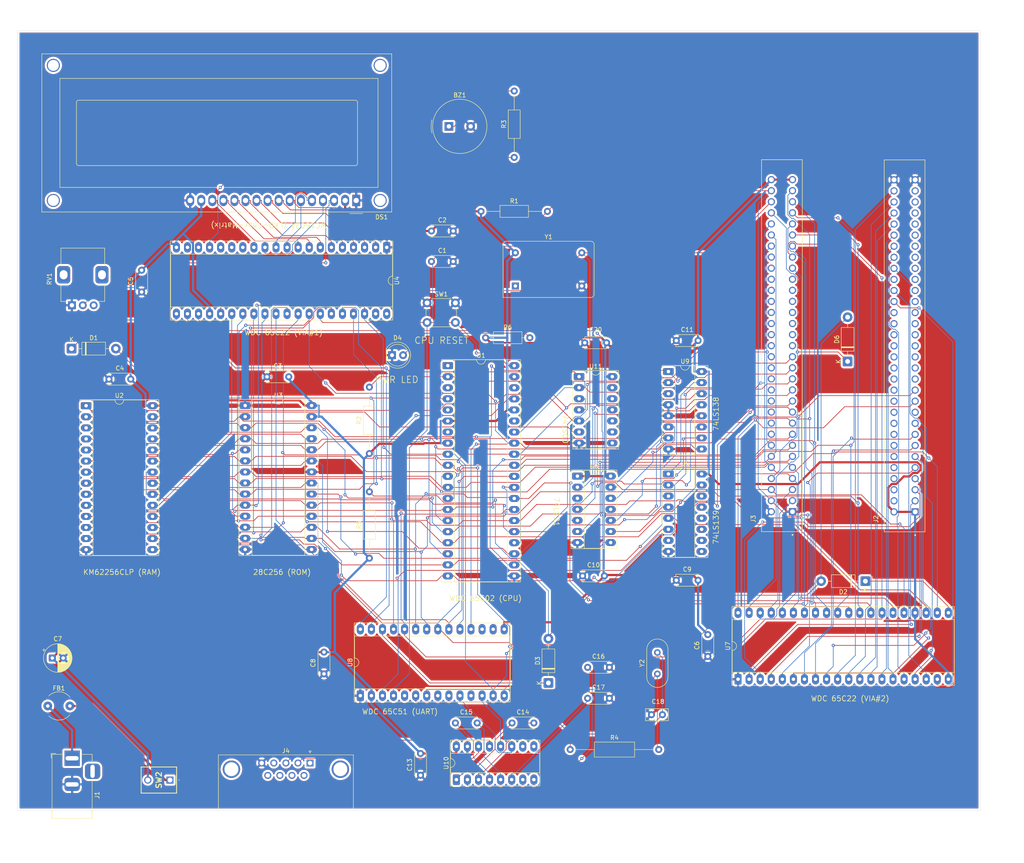
<source format=kicad_pcb>
(kicad_pcb (version 20241229) (generator "pcbnew") (generator_version "9.0")
  (layers (0 "F.Cu" signal "Front") (4 "In1.Cu" signal) (6 "In2.Cu" signal) (2 "B.Cu" signal "Back") (13 "F.Paste" user) (15 "B.Paste" user) (5 "F.SilkS" user "F.Silkscreen") (7 "B.SilkS" user "B.Silkscreen") (1 "F.Mask" user) (3 "B.Mask" user) (25 "Edge.Cuts" user))
  (net 0 "")
  (net 1 "Net-(BZ1-+)")
  (net 2 "GND")
  (net 3 "Net-(U1-~{RES})")
  (net 4 "+5V")
  (net 5 "Net-(U10-C1-)")
  (net 6 "Net-(U10-C1+)")
  (net 7 "Net-(U10-C2+)")
  (net 8 "Net-(U10-C2-)")
  (net 9 "Net-(U10-VS+)")
  (net 10 "Net-(U10-VS-)")
  (net 11 "Net-(U8-XTAL1)")
  (net 12 "Net-(D1-A)")
  (net 13 "Net-(D1-K)")
  (net 14 "Net-(D2-K)")
  (net 15 "Net-(D3-K)")
  (net 16 "Net-(D4-A)")
  (net 17 "Net-(D6-K)")
  (net 18 "Net-(DS1-D5)")
  (net 19 "Net-(DS1-D2)")
  (net 20 "Net-(DS1-VO)")
  (net 21 "Net-(DS1-D6)")
  (net 22 "Net-(DS1-RS)")
  (net 23 "Net-(DS1-E)")
  (net 24 "Net-(DS1-D4)")
  (net 25 "Net-(DS1-D0)")
  (net 26 "Net-(DS1-D3)")
  (net 27 "Net-(DS1-R{slash}W)")
  (net 28 "Net-(DS1-D1)")
  (net 29 "Net-(DS1-D7)")
  (net 30 "Net-(FB1-Pad1)")
  (net 32 "Net-(U7-PA2)")
  (net 33 "Net-(U7-PB5)")
  (net 34 "Net-(U7-PA3)")
  (net 36 "Net-(U7-CA2)")
  (net 37 "Net-(U7-PA0)")
  (net 38 "Net-(U7-CB2)")
  (net 40 "Net-(U7-PB2)")
  (net 45 "Net-(U7-PA7)")
  (net 46 "Net-(U7-PB7)")
  (net 47 "Net-(U7-PA6)")
  (net 48 "Net-(U7-PA4)")
  (net 51 "Net-(U7-PB6)")
  (net 59 "Net-(U7-PB0)")
  (net 61 "Net-(U7-PB1)")
  (net 65 "Net-(U7-PA1)")
  (net 72 "Net-(U7-CA1)")
  (net 78 "Net-(U7-PA5)")
  (net 81 "Net-(U7-CB1)")
  (net 87 "Net-(U7-PB3)")
  (net 88 "Net-(U7-PB4)")
  (net 89 "Net-(U1-R{slash}~{W})")
  (net 91 "/d4")
  (net 92 "Net-(U1-ϕ0)")
  (net 94 "/d7")
  (net 98 "/a0")
  (net 102 "/a2")
  (net 103 "Net-(U1-RDY)")
  (net 104 "/a1")
  (net 107 "/a8")
  (net 108 "/d3")
  (net 110 "/a7")
  (net 111 "/d6")
  (net 112 "/a13")
  (net 113 "/a4")
  (net 114 "/a6")
  (net 116 "Net-(J3-Pad12)")
  (net 117 "/a10")
  (net 120 "/a9")
  (net 121 "/a3")
  (net 122 "/a12")
  (net 123 "/a11")
  (net 131 "/a5")
  (net 133 "/d2")
  (net 134 "/d5")
  (net 137 "/d1")
  (net 138 "/d0")
  (net 141 "Net-(U10-R1IN)")
  (net 143 "Net-(U10-T1OUT)")
  (net 147 "Net-(U4-PB7)")
  (net 148 "Net-(U8-XTAL2)")
  (net 153 "/a14")
  (net 154 "/a15")
  (net 159 "Net-(U2-~{WE})")
  (net 160 "Net-(U3-~{CS})")
  (net 167 "Net-(U4-~{CS2})")
  (net 176 "Net-(U5A-O2)")
  (net 177 "Net-(U5A-E)")
  (net 180 "Net-(U5A-O1)")
  (net 181 "Net-(U9-O1)")
  (net 182 "Net-(U9-O7)")
  (net 183 "Net-(U9-O2)")
  (net 184 "Net-(U9-O6)")
  (net 185 "Net-(U9-O5)")
  (net 186 "Net-(U9-O4)")
  (net 187 "Net-(U9-O3)")
  (net 191 "Net-(U10-T1IN)")
  (net 192 "Net-(U10-R1OUT)")
  (net 202 "Net-(U11-Pad3)")
  (net 208 "Net-(SW2-A)")
  (footprint "Resistor_THT:R_Axial_DIN0207_L6.3mm_D2.5mm_P15.24mm_Horizontal" (layer "F.Cu") (at 118.38 53.5)
    (property "Reference" "R1")
    (property "Value" "1k")
  )
  (footprint "LED_THT:LED_D5.0mm" (layer "F.Cu") (at 97.96 86.5)
    (property "Reference" "D4")
    (property "Value" "LED")
  )
  (footprint "Diode_THT:D_DO-41_SOD81_P10.16mm_Horizontal" (layer "F.Cu") (at 206.58 138.36 180)
    (property "Reference" "D2")
    (property "Value" "SB140")
  )
  (footprint "Package_DIP:DIP-40_W15.24mm_Socket_LongPads" (layer "F.Cu") (at 110.76 88.9)
    (property "Reference" "U1")
    (property "Value" "W65C02SxP")
  )
  (footprint "Diode_THT:D_DO-41_SOD81_P10.16mm_Horizontal" (layer "F.Cu") (at 24.42 85)
    (property "Reference" "D1")
    (property "Value" "SB140")
  )
  (footprint "Capacitor_THT:C_Disc_D5.0mm_W2.5mm_P5.00mm" (layer "F.Cu") (at 163.19 138.15)
    (property "Reference" "C9")
    (property "Value" "100nf")
  )
  (footprint "Connector_BarrelJack:BarrelJack_Horizontal" (layer "F.Cu") (at 24.5425 179 90)
    (property "Reference" "J1")
    (property "Value" "Barrel_Jack_MountingPin")
  )
  (footprint "Package_DIP:DIP-16_W7.62mm_Socket_LongPads" (layer "F.Cu") (at 161.38 90.26)
    (property "Reference" "U9")
    (property "Value" "74LS138")
  )
  (footprint "Capacitor_THT:C_Disc_D5.0mm_W2.5mm_P5.00mm" (layer "F.Cu") (at 163.19 83.15)
    (property "Reference" "C11")
    (property "Value" "100nf")
  )
  (footprint "Resistor_THT:R_Axial_DIN0207_L6.3mm_D2.5mm_P15.24mm_Horizontal" (layer "F.Cu") (at 92.76 109.08 90)
    (property "Reference" "R2")
    (property "Value" "1k")
  )
  (footprint "Capacitor_THT:C_Disc_D5.0mm_W2.5mm_P5.00mm" (layer "F.Cu") (at 142.8438 165.2338)
    (property "Reference" "C17")
    (property "Value" "1uF")
  )
  (footprint "Resistor_THT:R_Axial_DIN0207_L6.3mm_D2.5mm_P15.24mm_Horizontal" (layer "F.Cu") (at 92.76 133.08 90)
    (property "Reference" "R5")
    (property "Value" "1k")
  )
  (footprint "Diode_THT:D_DO-41_SOD81_P10.16mm_Horizontal" (layer "F.Cu") (at 133.8438 161.7138 90)
    (property "Reference" "D3")
    (property "Value" "SB140")
  )
  (footprint "Diode_THT:D_DO-41_SOD81_P10.16mm_Horizontal" (layer "F.Cu") (at 202.5 87.94 90)
    (property "Reference" "D6")
    (property "Value" "SB140")
  )
  (footprint "Resistor_THT:R_Axial_DIN0207_L6.3mm_D2.5mm_P15.24mm_Horizontal" (layer "F.Cu") (at 126 41.12 90)
    (property "Reference" "R3")
    (property "Value" "1k")
  )
  (footprint "Display:WC1602A" (layer "F.Cu") (at 89.74 51 180)
    (property "Reference" "DS1")
    (property "Value" "WC1602A")
  )
  (footprint "Capacitor_THT:C_Disc_D5.0mm_W2.5mm_P5.00mm" (layer "F.Cu") (at 141.69 137.15)
    (property "Reference" "C10")
    (property "Value" "100nf")
  )
  (footprint "Capacitor_THT:C_Disc_D5.0mm_W2.5mm_P5.00mm" (layer "F.Cu") (at 82.3438 159.6338 90)
    (property "Reference" "C8")
    (property "Value" "100nf")
  )
  (footprint "Capacitor_THT:C_Disc_D5.0mm_W2.5mm_P5.00mm" (layer "F.Cu") (at 125.5 170.9)
    (property "Reference" "C14")
    (property "Value" "1uF")
  )
  (footprint "Package_DIP:DIP-28_W15.24mm_Socket_LongPads" (layer "F.Cu") (at 27.76 98.1)
    (property "Reference" "U2")
    (property "Value" "KM62256CLP")
  )
  (footprint "Package_DIP:DIP-40_W15.24mm_Socket_LongPads" (layer "F.Cu") (at 177.36 160.86 90)
    (property "Reference" "U7")
    (property "Value" "W65C22NxP")
  )
  (footprint "Crystal:Crystal_HC18-U_Vertical" (layer "F.Cu") (at 158.8438 159.6338 90)
    (property "Reference" "Y2")
    (property "Value" "1.8432Mhz")
  )
  (footprint "Resistor_THT:R_Axial_DIN0207_L6.3mm_D2.5mm_P10.16mm_Horizontal" (layer "F.Cu") (at 119.42 82.5)
    (property "Reference" "R6")
    (property "Value" "250")
  )
  (footprint "footprints:2MS6T1B3M2QES" (layer "F.Cu") (at 47 184 90)
    (property "Reference" "SW2")
    (property "Value" "Power Switch" (hide yes))
  )
  (footprint "Buzzer_Beeper:Buzzer_TDK_PS1240P02BT_D12.2mm_H6.5mm" (layer "F.Cu") (at 111 34)
    (property "Reference" "BZ1")
    (property "Value" "Buzzer")
  )
  (footprint "Capacitor_THT:CP_Radial_D6.3mm_P2.50mm" (layer "F.Cu") (at 20 156)
    (property "Reference" "C7")
    (property "Value" "100uF")
  )
  (footprint "Capacitor_THT:C_Disc_D5.0mm_W2.5mm_P5.00mm" (layer "F.Cu") (at 107 58)
    (property "Reference" "C2")
    (property "Value" "100nf")
  )
  (footprint "Capacitor_THT:C_Disc_D5.0mm_W2.5mm_P5.00mm" (layer "F.Cu") (at 170.42 155.62 90)
    (property "Reference" "C6")
    (property "Value" "100nf")
  )
  (footprint "Package_DIP:DIP-16_W7.62mm_Socket_LongPads" (layer "F.Cu") (at 112.72 183.9 90)
    (property "Reference" "U10")
    (property "Value" "MAX232")
  )
  (footprint "Package_DIP:DIP-40_W15.24mm_Socket_LongPads" (layer "F.Cu") (at 96.74 61.76 -90)
    (property "Reference" "U4")
    (property "Value" "W65C22NxP")
  )
  (footprint "Potentiometer_THT:Potentiometer_Alps_RK09K_Single_Vertical" (layer "F.Cu") (at 24.5 75.05 90)
    (property "Reference" "RV1")
    (property "Value" "R_Potentiometer")
  )
  (footprint "Capacitor_THT:C_Disc_D5.0mm_W2.5mm_P5.00mm" (layer "F.Cu") (at 107 65)
    (property "Reference" "C1")
    (property "Value" "100nf")
  )
  (footprint "Capacitor_THT:C_Disc_D5.0mm_W2.5mm_P2.50mm" (layer "F.Cu") (at 157.5 169)
    (property "Reference" "C18")
    (property "Value" "20pf")
  )
  (footprint "Package_DIP:DIP-14_W7.62mm_Socket_LongPads" (layer "F.Cu") (at 140.88 91.42)
    (property "Reference" "U11")
    (property "Value" "74LS00")
  )
  (footprint "Capacitor_THT:C_Disc_D5.0mm_W2.5mm_P5.00mm" (layer "F.Cu") (at 69.26 91.46)
    (property "Reference" "C3")
    (property "Value" "100nf")
  )
  (footprint "Capacitor_THT:C_Disc_D5.0mm_W2.5mm_P5.00mm" (layer "F.Cu") (at 112.5 170.9)
    (property "Reference" "C15")
    (property "Value" "1uF")
  )
  (footprint "Capacitor_THT:C_Disc_D5.0mm_W2.5mm_P5.00mm" (layer "F.Cu") (at 104.5 182.9 90)
    (property "Reference" "C13")
    (property "Value" "100nf")
  )
  (footprint "Connector_Dsub:DSUB-9_Socket_Horizontal_P2.77x2.84mm_EdgePinOffset7.70mm_Housed_MountingHolesOffset9.12mm" (layer "F.Cu") (at 79.145 180.0897)
    (property "Reference" "J4")
    (property "Value" "DE9_Socket")
  )
  (footprint "Package_DIP:DIP-14_W7.62mm_Socket_LongPads" (layer "F.Cu") (at 140.5 114.26)
    (property "Reference" "U6")
    (property "Value" "74LS21")
  )
  (footprint "Capacitor_THT:C_Disc_D5.0mm_W2.5mm_P5.00mm" (layer "F.Cu") (at 33 92)
    (property "Reference" "C4")
    (property "Value" "100nf")
  )
  (footprint "Ferrite_THT:LairdTech_28C0236-0JW-10" (layer "F.Cu") (at 18.96 167)
    (property "Reference" "FB1")
    (property "Value" "FerriteBead")
  )
  (footprint "Capacitor_THT:C_Disc_D5.0mm_W2.5mm_P5.00mm" (layer "F.Cu") (at 40.5 72 90)
    (property "Reference" "C5")
    (property "Value" "100nf")
  )
  (footprint "Package_DIP:DIP-28_W15.24mm_Socket_LongPads" (layer "F.Cu") (at 90.6838 164.6338 90)
    (property "Reference" "U8")
    (property "Value" "W65C51NxP")
  )
  (footprint "footprints:TE_6-5530843-5" (layer "F.Cu") (at 187.4257 84.32 90)
    (property "Reference" "J3")
    (property "Value" "6-5530843-5")
  )
  (footprint "Package_DIP:DIP-28_W15.24mm_Socket_LongPads" (layer "F.Cu") (at 64.26 98.06)
    (property "Reference" "U3")
    (property "Value" "28C256")
  )
  (footprint "footprints:TE_6-5530843-5" (layer "F.Cu") (at 215.5743 84.36 90)
    (property "Reference" "J2")
    (property "Value" "6-5530843-5")
  )
  (footprint "Button_Switch_THT:SW_PUSH_6mm_H5mm" (layer "F.Cu") (at 106 74.5)
    (property "Reference" "SW1")
    (property "Value" "RESET")
  )
  (footprint "Oscillator:Oscillator_DIP-14" (layer "F.Cu") (at 126.26 70.62)
    (property "Reference" "Y1")
    (property "Value" "1Mhz")
  )
  (footprint "Capacitor_THT:C_Disc_D5.0mm_W2.5mm_P5.00mm" (layer "F.Cu") (at 142.8438 158.1338)
    (property "Reference" "C16")
    (property "Value" "1uF")
  )
  (footprint "Resistor_THT:R_Axial_DIN0309_L9.0mm_D3.2mm_P20.32mm_Horizontal" (layer "F.Cu") (at 138.84 177)
    (property "Reference" "R4")
    (property "Value" "1M")
  )
  (footprint "Capacitor_THT:C_Disc_D4.7mm_W2.5mm_P5.00mm" (layer "F.Cu") (at 142.19 83.65)
    (property "Reference" "C20")
    (property "Value" "100nf")
  )
  (footprint "Package_DIP:DIP-16_W7.62mm_Socket_LongPads" (layer "F.Cu") (at 161.38 113.76)
    (property "Reference" "U5")
    (property "Value" "74LS139")
  )
  (gr_line (start 233 191) (end 233 12) (stroke (width 0.05)) (layer "Edge.Cuts"))
  (gr_line (start 233 12) (end 12 12) (stroke (width 0.05)) (layer "Edge.Cuts"))
  (gr_line (start 12 191) (end 233 191) (stroke (width 0.05)) (layer "Edge.Cuts"))
  (gr_line (start 12 12) (end 12 191) (stroke (width 0.05)) (layer "Edge.Cuts"))
  (gr_text "74LS21" (at 135 119 270) (layer "F.SilkS") (effects (font (size 1.2 1.2) (thickness 0.15) (bold yes)) (justify left bottom)))
  (gr_text "WDC 65C51 (UART)" (at 91 169 0) (layer "F.SilkS") (effects (font (size 1.2 1.2) (thickness 0.15) (bold yes)) (justify left bottom)))
  (gr_text "28C256 (ROM)" (at 66 137 0) (layer "F.SilkS") (effects (font (size 1.2 1.2) (thickness 0.15) (bold yes)) (justify left bottom)))
  (gr_text "WDC 65C22 (VIA#2)" (at 194 166 0) (layer "F.SilkS") (effects (font (size 1.2 1.2) (thickness 0.15) (bold yes)) (justify left bottom)))
  (gr_text "WDC 65C22 (VIA#1)" (at 64 82 0) (layer "F.SilkS") (effects (font (size 1.2 1.2) (thickness 0.15) (bold yes)) (justify left bottom)))
  (gr_text "KM62256CLP (RAM)" (at 27 137 0) (layer "F.SilkS") (effects (font (size 1.2 1.2) (thickness 0.15) (bold yes)) (justify left bottom)))
  (gr_text "74LS139" (at 173 130 90) (layer "F.SilkS") (effects (font (size 1.2 1.2) (thickness 0.15) (bold yes)) (justify left bottom)))
  (gr_text "74LS138" (at 173 104 90) (layer "F.SilkS") (effects (font (size 1.2 1.2) (thickness 0.15) (bold yes)) (justify left bottom)))
  (gr_text "74LS00" (at 137 100 270) (layer "F.SilkS") (effects (font (size 1.2 1.2) (thickness 0.15) (bold yes)) (justify left bottom)))
  (gr_text "PWR LED" (at 94 93 0) (layer "F.SilkS") (effects (font (size 1.5 1.5) (thickness 0.15) (bold yes)) (justify left bottom)))
  (gr_text "WC1602A (LXD-Char-Matrix)" (at 83 56 180) (layer "F.SilkS") (effects (font (size 1.2 1.2) (thickness 0.15) (bold yes)) (justify left bottom)))
  (gr_text "WDC 65C02 (CPU)" (at 111 143 0) (layer "F.SilkS") (effects (font (size 1.2 1.2) (thickness 0.15) (bold yes)) (justify left bottom)))
  (gr_text "CPU RESET" (at 103 84 0) (layer "F.SilkS") (effects (font (size 1.5 1.5) (thickness 0.15) (bold yes)) (justify left bottom)))
  (segment (start 111 34) (end 112.2267 34) (width 0.15) (layer "F.Cu") (net 1))
  (segment (start 112.2267 34) (end 120.3467 25.88) (width 0.15) (layer "F.Cu") (net 1))
  (segment (start 120.3467 25.88) (end 126 25.88) (width 0.15) (layer "F.Cu") (net 1))
  (segment (start 138.36 48.76) (end 133.62 53.5) (width 0.15) (layer "F.Cu") (net 3))
  (segment (start 110.5 61.5) (end 107 65) (width 0.15) (layer "F.Cu") (net 3))
  (segment (start 191.8221 123.1776) (end 191.5339 123.4658) (width 0.15) (layer "F.Cu") (net 3))
  (segment (start 185 48.76) (end 138.36 48.76) (width 0.15) (layer "F.Cu") (net 3))
  (segment (start 133.62 53.5) (end 125.62 61.5) (width 0.15) (layer "F.Cu") (net 3))
  (segment (start 124.5733 88.9) (end 121.6642 85.9909) (width 0.15) (layer "F.Cu") (net 3))
  (segment (start 125.62 61.5) (end 110.5 61.5) (width 0.15) (layer "F.Cu") (net 3))
  (segment (start 121.6642 85.9909) (end 117.3172 85.9909) (width 0.15) (layer "F.Cu") (net 3))
  (segment (start 112.5 79) (end 106 79) (width 0.15) (layer "F.Cu") (net 3))
  (segment (start 188.5858 123.4658) (end 185 119.88) (width 0.15) (layer "F.Cu") (net 3))
  (segment (start 106 79) (end 82.0733 79) (width 0.15) (layer "F.Cu") (net 3))
  (segment (start 126 88.9) (end 124.5733 88.9) (width 0.15) (layer "F.Cu") (net 3))
  (segment (start 193.3542 123.1776) (end 191.8221 123.1776) (width 0.15) (layer "F.Cu") (net 3))
  (segment (start 81.5 77) (end 81.5 78.4267) (width 0.15) (layer "F.Cu") (net 3))
  (segment (start 191.5339 123.4658) (end 188.5858 123.4658) (width 0.15) (layer "F.Cu") (net 3))
  (segment (start 82.0733 79) (end 81.5 78.4267) (width 0.15) (layer "F.Cu") (net 3))
  (via (at 117.3172 85.9909) (size 0.7) (drill 0.3) (layers "F.Cu" "B.Cu") (net 3))
  (via (at 193.3542 123.1776) (size 0.7) (drill 0.3) (layers "F.Cu" "B.Cu") (net 3))
  (segment (start 185 48.76) (end 181.9856 51.7744) (width 0.15) (layer "B.Cu") (net 3))
  (segment (start 181.9856 116.8656) (end 185 119.88) (width 0.15) (layer "B.Cu") (net 3))
  (segment (start 181.9856 51.7744) (end 181.9856 116.8656) (width 0.15) (layer "B.Cu") (net 3))
  (segment (start 112.5 79) (end 117.3172 83.8172) (width 0.15) (layer "B.Cu") (net 3))
  (segment (start 106 79) (end 107.2812 77.7188) (width 0.15) (layer "B.Cu") (net 3))
  (segment (start 193.3542 123.1776) (end 193.3542 143.4391) (width 0.15) (layer "B.Cu") (net 3))
  (segment (start 106 103.7182) (end 101.9423 107.7759) (width 0.15) (layer "B.Cu") (net 3))
  (segment (start 101.9423 159.5686) (end 98.3038 163.2071) (width 0.15) (layer "B.Cu") (net 3))
  (segment (start 193.3542 143.4391) (end 192.6 144.1933) (width 0.15) (layer "B.Cu") (net 3))
  (segment (start 107.2812 65.2812) (end 107 65) (width 0.15) (layer "B.Cu") (net 3))
  (segment (start 107.2812 77.7188) (end 107.2812 65.2812) (width 0.15) (layer "B.Cu") (net 3))
  (segment (start 117.3172 83.8172) (end 117.3172 85.9909) (width 0.15) (layer "B.Cu") (net 3))
  (segment (start 192.6 145.62) (end 192.6 144.1933) (width 0.15) (layer "B.Cu") (net 3))
  (segment (start 101.9423 107.7759) (end 101.9423 159.5686) (width 0.15) (layer "B.Cu") (net 3))
  (segment (start 98.3038 164.6338) (end 98.3038 163.2071) (width 0.15) (layer "B.Cu") (net 3))
  (segment (start 106 79) (end 106 103.7182) (width 0.15) (layer "B.Cu") (net 3))
  (segment (start 148.12 114.26) (end 146.5183 114.26) (width 0.5) (layer "F.Cu") (net 4))
  (segment (start 216.681 114.334) (end 215.3812 114.334) (width 0.5) (layer "F.Cu") (net 4))
  (segment (start 166.985 136.945) (end 146.895 136.945) (width 0.5) (layer "F.Cu") (net 4))
  (segment (start 121.8583 101.6) (end 124.3983 99.06) (width 0.5) (layer "F.Cu") (net 4))
  (segment (start 92.76 109.08) (end 95.0024 106.8376) (width 0.5) (layer "F.Cu") (net 4))
  (segment (start 166.9012 84.4388) (end 147.9788 84.4388) (width 0.5) (layer "F.Cu") (net 4))
  (segment (start 119.42 82.5) (end 120.6217 83.7017) (width 0.5) (layer "F.Cu") (net 4))
  (segment (start 215.3812 114.3341) (end 213.6544 116.0609) (width 0.5) (layer "F.Cu") (net 4))
  (segment (start 105.1859 106.8376) (end 105.3435 106.68) (width 0.5) (layer "F.Cu") (net 4))
  (segment (start 211.8487 121.1601) (end 213.1486 122.46) (width 0.5) (layer "F.Cu") (net 4))
  (segment (start 87.2 51) (end 87.2 52.7017) (width 0.5) (layer "F.Cu") (net 4))
  (segment (start 110.76 106.68) (end 109.1583 106.68) (width 0.5) (layer "F.Cu") (net 4))
  (segment (start 145.9423 82.4023) (end 147.19 83.65) (width 0.5) (layer "F.Cu") (net 4))
  (segment (start 191.1323 116.0713) (end 196.1245 111.0791) (width 0.5) (layer "F.Cu") (net 4))
  (segment (start 112.3617 101.6) (end 121.8583 101.6) (width 0.5) (layer "F.Cu") (net 4))
  (segment (start 170.6017 113.76) (end 172.913 116.0713) (width 0.5) (layer "F.Cu") (net 4))
  (segment (start 92.4983 58) (end 107 58) (width 0.5) (layer "F.Cu") (net 4))
  (segment (start 20 156) (end 21.3662 154.6338) (width 0.5) (layer "F.Cu") (net 4))
  (segment (start 79.5 98.06) (end 77.8983 98.06) (width 0.5) (layer "F.Cu") (net 4))
  (segment (start 218.5058 111.0791) (end 219.2209 111.7942) (width 0.5) (layer "F.Cu") (net 4))
  (segment (start 87.2 52.7017) (end 92.4983 58) (width 0.5) (layer "F.Cu") (net 4))
  (segment (start 105.3435 106.68) (end 109.1583 106.68) (width 0.5) (layer "F.Cu") (net 4))
  (segment (start 123.7038 147.7921) (end 136.0479 147.7921) (width 0.5) (layer "F.Cu") (net 4))
  (segment (start 141.4945 82.4023) (end 145.9423 82.4023) (width 0.5) (layer "F.Cu") (net 4))
  (segment (start 146.895 136.945) (end 146.69 137.15) (width 0.5) (layer "F.Cu") (net 4))
  (segment (start 140.1951 83.7017) (end 141.4945 82.4023) (width 0.5) (layer "F.Cu") (net 4))
  (segment (start 21.3662 154.6338) (end 82.3438 154.6338) (width 0.5) (layer "F.Cu") (net 4))
  (segment (start 123.7038 149.3938) (end 123.7038 147.7921) (width 0.5) (layer "F.Cu") (net 4))
  (segment (start 213.6544 116.0609) (end 212.6386 116.0609) (width 0.5) (layer "F.Cu") (net 4))
  (segment (start 217.4941 113.5209) (end 216.681 114.334) (width 0.5) (layer "F.Cu") (net 4))
  (segment (start 104.5183 177.8817) (end 104.5 177.9) (width 0.5) (layer "F.Cu") (net 4))
  (segment (start 45.8444 96.8573) (end 76.6956 96.8573) (width 0.5) (layer "F.Cu") (net 4))
  (segment (start 168.19 83.15) (end 166.9012 84.4388) (width 0.5) (layer "F.Cu") (net 4))
  (segment (start 211.8487 116.8508) (end 211.8487 121.1601) (width 0.5) (layer "F.Cu") (net 4))
  (segment (start 107 58) (end 111.5 53.5) (width 0.5) (layer "F.Cu") (net 4))
  (segment (start 219.2209 112.8058) (end 218.5058 113.5209) (width 0.5) (layer "F.Cu") (net 4))
  (segment (start 76.6956 96.8573) (end 77.8983 98.06) (width 0.5) (layer "F.Cu") (net 4))
  (segment (start 172.913 116.0713) (end 191.1323 116.0713) (width 0.5) (layer "F.Cu") (net 4))
  (segment (start 147.9788 84.4388) (end 147.19 83.65) (width 0.5) (layer "F.Cu") (net 4))
  (segment (start 215.3812 114.334) (end 215.3812 114.3341) (width 0.5) (layer "F.Cu") (net 4))
  (segment (start 136.0479 147.7921) (end 146.69 137.15) (width 0.5) (layer "F.Cu") (net 4))
  (segment (start 146.5183 114.26) (end 140.5 114.26) (width 0.5) (layer "F.Cu") (net 4))
  (segment (start 189.8514 46.22) (end 185 46.22) (width 0.5) (layer "F.Cu") (net 4))
  (segment (start 95.0024 106.8376) (end 105.1859 106.8376) (width 0.5) (layer "F.Cu") (net 4))
  (segment (start 168.19 138.15) (end 166.985 136.945) (width 0.5) (layer "F.Cu") (net 4))
  (segment (start 44.6017 98.1) (end 45.8444 96.8573) (width 0.5) (layer "F.Cu") (net 4))
  (segment (start 120.6217 83.7017) (end 140.1951 83.7017) (width 0.5) (layer "F.Cu") (net 4))
  (segment (start 219.2209 111.7942) (end 219.2209 112.8058) (width 0.5) (layer "F.Cu") (net 4))
  (segment (start 111.5 53.5) (end 118.38 53.5) (width 0.5) (layer "F.Cu") (net 4))
  (segment (start 213.1486 122.46) (end 218 122.46) (width 0.5) (layer "F.Cu") (net 4))
  (segment (start 112.72 177.8817) (end 104.5183 177.8817) (width 0.5) (layer "F.Cu") (net 4))
  (segment (start 126 99.06) (end 124.3983 99.06) (width 0.5) (layer "F.Cu") (net 4))
  (segment (start 212.6386 116.0609) (end 211.8487 116.8508) (width 0.5) (layer "F.Cu") (net 4))
  (segment (start 218.5058 113.5209) (end 217.4941 113.5209) (width 0.5) (layer "F.Cu") (net 4))
  (segment (start 43 98.1) (end 44.6017 98.1) (width 0.5) (layer "F.Cu") (net 4))
  (segment (start 110.76 101.6) (end 112.3617 101.6) (width 0.5) (layer "F.Cu") (net 4))
  (segment (start 169 113.76) (end 170.6017 113.76) (width 0.5) (layer "F.Cu") (net 4))
  (segment (start 196.1245 111.0791) (end 218.5058 111.0791) (width 0.5) (layer "F.Cu") (net 4))
  (segment (start 112.72 176.28) (end 112.72 177.8817) (width 0.5) (layer "F.Cu") (net 4))
  (segment (start 81.0892 100.6) (end 81.1017 100.6) (width 0.5) (layer "B.Cu") (net 4))
  (segment (start 147.3192 114.26) (end 146.8983 113.8391) (width 0.5) (layer "B.Cu") (net 4))
  (segment (start 225.62 160.86) (end 225.62 159.2583) (width 0.5) (layer "B.Cu") (net 4))
  (segment (start 41.92 184) (end 41.92 177.92) (width 0.5) (layer "B.Cu") (net 4))
  (segment (start 92.76 133.08) (end 91.5063 131.8263) (width 0.5) (layer "B.Cu") (net 4))
  (segment (start 225.6174 159.2583) (end 225.62 159.2583) (width 0.5) (layer "B.Cu") (net 4))
  (segment (start 185 46.22) (end 168.19 63.03) (width 0.5) (layer "B.Cu") (net 4))
  (segment (start 168.19 63.03) (end 168.19 83.15) (width 0.5) (layer "B.Cu") (net 4))
  (segment (start 54.18 51) (end 54.18 54.4583) (width 0.5) (layer "B.Cu") (net 4))
  (segment (start 146.5183 122.5914) (end 146.5183 114.26) (width 0.5) (layer "B.Cu") (net 4))
  (segment (start 146.8983 91.42) (end 146.8983 83.9417) (width 0.5) (layer "B.Cu") (net 4))
  (segment (start 54.18 54.4583) (end 50.0272 58.6111) (width 0.5) (layer "B.Cu") (net 4))
  (segment (start 52.2898 60.8738) (end 50.0272 58.6111) (width 0.5) (layer "B.Cu") (net 4))
  (segment (start 147.3192 114.26) (end 146.5183 114.26) (width 0.5) (layer "B.Cu") (net 4))
  (segment (start 81.7726 100.6) (end 91.5063 110.3337) (width 0.5) (layer "B.Cu") (net 4))
  (segment (start 41.3983 98.1) (end 41.3983 95.3983) (width 0.5) (layer "B.Cu") (net 4))
  (segment (start 146.69 137.15) (end 146.5183 136.9783) (width 0.5) (layer "B.Cu") (net 4))
  (segment (start 38 69.5) (end 40.5 67) (width 0.5) (layer "B.Cu") (net 4))
  (segment (start 169 113.76) (end 170.6017 113.76) (width 0.5) (layer "B.Cu") (net 4))
  (segment (start 48.48 60.9591) (end 48.48 60.1583) (width 0.5) (layer "B.Cu") (net 4))
  (segment (start 118.38 55.12) (end 126.26 63) (width 0.5) (layer "B.Cu") (net 4))
  (segment (start 169 90.26) (end 170.6017 90.26) (width 0.5) (layer "B.Cu") (net 4))
  (segment (start 93.2238 163.0321) (end 84.8255 154.6338) (width 0.5) (layer "B.Cu") (net 4))
  (segment (start 110.76 106.68) (end 109.1583 106.68) (width 0.5) (layer "B.Cu") (net 4))
  (segment (start 218 146.0712) (end 218 122.46) (width 0.5) (layer "B.Cu") (net 4))
  (segment (start 93.2238 166.6238) (end 93.2238 164.6338) (width 0.5) (layer "B.Cu") (net 4))
  (segment (start 104.5 177.9) (end 93.2238 166.6238) (width 0.5) (layer "B.Cu") (net 4))
  (segment (start 124.3983 99.06) (end 124.3983 82.5) (width 0.5) (layer "B.Cu") (net 4))
  (segment (start 41.3983 95.3983) (end 38 92) (width 0.5) (layer "B.Cu") (net 4))
  (segment (start 169 90.26) (end 167.3983 90.26) (width 0.5) (layer "B.Cu") (net 4))
  (segment (start 46.5409 60.9591) (end 40.5 67) (width 0.5) (layer "B.Cu") (net 4))
  (segment (start 146.5183 136.9783) (end 146.5183 123.7436) (width 0.5) (layer "B.Cu") (net 4))
  (segment (start 148.5 91.42) (end 146.8983 91.42) (width 0.5) (layer "B.Cu") (net 4))
  (segment (start 74.26 92.0191) (end 74.26 91.46) (width 0.5) (layer "B.Cu") (net 4))
  (segment (start 146.8983 83.9417) (end 147.19 83.65) (width 0.5) (layer "B.Cu") (net 4))
  (segment (start 146.783 122.8561) (end 146.5183 122.5914) (width 0.5) (layer "B.Cu") (net 4))
  (segment (start 146.783 123.4789) (end 146.783 122.8561) (width 0.5) (layer "B.Cu") (net 4))
  (segment (start 118.38 53.5) (end 118.38 55.12) (width 0.5) (layer "B.Cu") (net 4))
  (segment (start 80.3009 98.06) (end 81.1017 98.06) (width 0.5) (layer "B.Cu") (net 4))
  (segment (start 167.3983 83.9417) (end 167.3983 90.26) (width 0.5) (layer "B.Cu") (net 4))
  (segment (start 110.76 101.6) (end 109.1583 101.6) (width 0.5) (layer "B.Cu") (net 4))
  (segment (start 218 146.0712) (end 218 151.6409) (width 0.5) (layer "B.Cu") (net 4))
  (segment (start 79.5 98.06) (end 80.3009 98.06) (width 0.5) (layer "B.Cu") (net 4))
  (segment (start 124.3983 64.8617) (end 126.26 63) (width 0.5) (layer "B.Cu") (net 4))
  (segment (start 91.5063 110.3337) (end 92.76 109.08) (width 0.5) (layer "B.Cu") (net 4))
  (segment (start 146.5183 123.7436) (end 146.783 123.4789) (width 0.5) (layer "B.Cu") (net 4))
  (segment (start 48.48 60.9591) (end 46.5409 60.9591) (width 0.5) (layer "B.Cu") (net 4))
  (segment (start 81.1017 100.6) (end 81.7726 100.6) (width 0.5) (layer "B.Cu") (net 4))
  (segment (start 43 98.1) (end 41.3983 98.1) (width 0.5) (layer "B.Cu") (net 4))
  (segment (start 124.3983 82.5) (end 119.42 82.5) (width 0.5) (layer "B.Cu") (net 4))
  (segment (start 91.5063 131.8263) (end 91.5063 110.3337) (width 0.5) (layer "B.Cu") (net 4))
  (segment (start 80.3009 98.06) (end 74.26 92.0191) (width 0.5) (layer "B.Cu") (net 4))
  (segment (start 168.19 138.15) (end 168.19 148.39) (width 0.5) (layer "B.Cu") (net 4))
  (segment (start 48.48 61.76) (end 48.48 60.9591) (width 0.5) (layer "B.Cu") (net 4))
  (segment (start 81.1017 98.06) (end 81.1017 100.6) (width 0.5) (layer "B.Cu") (net 4))
  (segment (start 84.8255 154.6338) (end 82.3438 154.6338) (width 0.5) (layer "B.Cu") (net 4))
  (segment (start 50.0272 58.6111) (end 48.48 60.1583) (width 0.5) (layer "B.Cu") (net 4))
  (segment (start 84.8255 141.0145) (end 92.76 133.08) (width 0.5) (layer "B.Cu") (net 4))
  (segment (start 79.5 100.6) (end 81.0892 100.6) (width 0.5) (layer "B.Cu") (net 4))
  (segment (start 52.2898 71.5881) (end 52.2898 60.8738) (width 0.5) (layer "B.Cu") (net 4))
  (segment (start 38 92) (end 38 69.5) (width 0.5) (layer "B.Cu") (net 4))
  (segment (start 170.6017 113.76) (end 170.6017 90.26) (width 0.5) (layer "B.Cu") (net 4))
  (segment (start 218 151.6409) (end 225.6174 159.2583) (width 0.5) (layer "B.Cu") (net 4))
  (segment (start 168.19 83.15) (end 167.3983 83.9417) (width 0.5) (layer "B.Cu") (net 4))
  (segment (start 126 99.06) (end 124.3983 99.06) (width 0.5) (layer "B.Cu") (net 4))
  (segment (start 109.1583 106.68) (end 109.1583 101.6) (width 0.5) (layer "B.Cu") (net 4))
  (segment (start 218 146.0712) (end 218 145.62) (width 0.5) (layer "B.Cu") (net 4))
  (segment (start 93.2238 164.6338) (end 93.2238 163.0321) (width 0.5) (layer "B.Cu") (net 4))
  (segment (start 41.92 177.92) (end 20 156) (width 0.5) (layer "B.Cu") (net 4))
  (segment (start 56.1 75.3983) (end 52.2898 71.5881) (width 0.5) (layer "B.Cu") (net 4))
  (segment (start 84.8255 154.6338) (end 84.8255 141.0145) (width 0.5) (layer "B.Cu") (net 4))
  (segment (start 146.8983 113.8391) (end 146.8983 91.42) (width 0.5) (layer "B.Cu") (net 4))
  (segment (start 56.1 77) (end 56.1 75.3983) (width 0.5) (layer "B.Cu") (net 4))
  (segment (start 148.12 114.26) (end 147.3192 114.26) (width 0.5) (layer "B.Cu") (net 4))
  (segment (start 124.3983 82.5) (end 124.3983 64.8617) (width 0.5) (layer "B.Cu") (net 4))
  (segment (start 168.19 148.39) (end 170.42 150.62) (width 0.5) (layer "B.Cu") (net 4))
  (segment (start 128.8891 170.9) (end 124.15 175.6391) (width 0.15) (layer "F.Cu") (net 5))
  (segment (start 124.15 176.9242) (end 118.6009 182.4733) (width 0.15) (layer "F.Cu") (net 5))
  (segment (start 117.8 183.9) (end 117.8 182.4733) (width 0.15) (layer "F.Cu") (net 5))
  (segment (start 118.6009 182.4733) (end 117.8 182.4733) (width 0.15) (layer "F.Cu") (net 5))
  (segment (start 124.15 175.6391) (end 124.15 176.9242) (width 0.15) (layer "F.Cu") (net 5))
  (segment (start 130.5 170.9) (end 128.8891 170.9) (width 0.15) (layer "F.Cu") (net 5))
  (segment (start 125.5 170.9) (end 121.61 174.79) (width 0.15) (layer "F.Cu") (net 6))
  (segment (start 121.61 174.79) (end 121.61 176.875) (width 0.15) (layer "F.Cu") (net 6))
  (segment (start 121.61 176.875) (end 116.8802 181.6048) (width 0.15) (layer "F.Cu") (net 6))
  (segment (start 115.0152 181.6048) (end 112.72 183.9) (width 0.15) (layer "F.Cu") (net 6))
  (segment (start 116.8802 181.6048) (end 115.0152 181.6048) (width 0.15) (layer "F.Cu") (net 6))
  (segment (start 120.34 183.9) (end 120.34 182.4733) (width 0.15) (layer "B.Cu") (net 7))
  (segment (start 116.6346 175.0346) (end 116.6346 178.7679) (width 0.15) (layer "B.Cu") (net 7))
  (segment (start 112.5 170.9) (end 116.6346 175.0346) (width 0.15) (layer "B.Cu") (net 7))
  (segment (start 116.6346 178.7679) (end 120.34 182.4733) (width 0.15) (layer "B.Cu") (net 7))
  (segment (start 119.07 178.6633) (end 122.88 182.4733) (width 0.15) (layer "B.Cu") (net 8))
  (segment (start 119.07 172.47) (end 119.07 178.6633) (width 0.15) (layer "B.Cu") (net 8))
  (segment (start 122.88 183.9) (end 122.88 182.4733) (width 0.15) (layer "B.Cu") (net 8))
  (segment (start 117.5 170.9) (end 119.07 172.47) (width 0.15) (layer "B.Cu") (net 8))
  (segment (start 115.26 183.9) (end 115.26 185.3267) (width 0.15) (layer "F.Cu") (net 9))
  (segment (start 135.2229 185.3267) (end 141.5113 179.0383) (width 0.15) (layer "F.Cu") (net 9))
  (segment (start 115.26 185.3267) (end 135.2229 185.3267) (width 0.15) (layer "F.Cu") (net 9))
  (via (at 141.5113 179.0383) (size 0.7) (drill 0.3) (layers "F.Cu" "B.Cu") (net 9))
  (segment (start 143.8993 176.6503) (end 143.8993 159.1893) (width 0.15) (layer "B.Cu") (net 9))
  (segment (start 143.8993 159.1893) (end 142.8438 158.1338) (width 0.15) (layer "B.Cu") (net 9))
  (segment (start 141.5113 179.0383) (end 143.8993 176.6503) (width 0.15) (layer "B.Cu") (net 9))
  (segment (start 126.2209 182.4733) (end 125.42 182.4733) (width 0.15) (layer "B.Cu") (net 10))
  (segment (start 142.8438 165.2338) (end 142.8438 165.8504) (width 0.15) (layer "B.Cu") (net 10))
  (segment (start 142.8438 165.8504) (end 126.2209 182.4733) (width 0.15) (layer "B.Cu") (net 10))
  (segment (start 125.42 183.9) (end 125.42 182.4733) (width 0.15) (layer "B.Cu") (net 10))
  (segment (start 103.3838 164.6338) (end 103.3838 166.0605) (width 0.15) (layer "F.Cu") (net 11))
  (segment (start 103.3838 166.0605) (end 131.463 166.0605) (width 0.15) (layer "F.Cu") (net 11))
  (segment (start 155.5625 173.4375) (end 160 169) (width 0.15) (layer "F.Cu") (net 11))
  (segment (start 138.84 173.4375) (end 138.84 177) (width 0.15) (layer "F.Cu") (net 11))
  (segment (start 138.84 173.4375) (end 155.5625 173.4375) (width 0.15) (layer "F.Cu") (net 11))
  (segment (start 131.463 166.0605) (end 138.84 173.4375) (width 0.15) (layer "F.Cu") (net 11))
  (segment (start 158.8438 154.7338) (end 160 155.89) (width 0.15) (layer "B.Cu") (net 11))
  (segment (start 160 155.89) (end 160 169) (width 0.15) (layer "B.Cu") (net 11))
  (segment (start 92.76 117.84) (end 93.7515 118.8315) (width 0.15) (layer "F.Cu") (net 12))
  (segment (start 108.2556 118.7276) (end 109.9347 120.4067) (width 0.15) (layer "F.Cu") (net 12))
  (segment (start 34.58 85) (end 45.9263 96.3463) (width 0.15) (layer "F.Cu") (net 12))
  (segment (start 106.0245 118.8315) (end 106.1284 118.7276) (width 0.15) (layer "F.Cu") (net 12))
  (segment (start 193.1962 141.5838) (end 143.2517 141.5838) (width 0.15) (layer "F.Cu") (net 12))
  (segment (start 110.76 96.52) (end 109.3333 96.52) (width 0.15) (layer "F.Cu") (net 12))
  (segment (start 143.2517 141.5838) (end 133.8438 150.9917) (width 0.15) (layer "F.Cu") (net 12))
  (segment (start 133.8438 150.9917) (end 133.8438 151.5538) (width 0.15) (layer "F.Cu") (net 12))
  (segment (start 93.7515 118.8315) (end 106.0245 118.8315) (width 0.15) (layer "F.Cu") (net 12))
  (segment (start 106.1284 118.7276) (end 108.2556 118.7276) (width 0.15) (layer "F.Cu") (net 12))
  (segment (start 109.9347 120.4067) (end 121.0158 120.4067) (width 0.15) (layer "F.Cu") (net 12))
  (segment (start 93.1231 96.3463) (end 109.1596 96.3463) (width 0.15) (layer "F.Cu") (net 12))
  (segment (start 109.1596 96.3463) (end 109.3333 96.52) (width 0.15) (layer "F.Cu") (net 12))
  (segment (start 45.9263 96.3463) (end 93.1231 96.3463) (width 0.15) (layer "F.Cu") (net 12))
  (segment (start 121.0158 120.4067) (end 121.6767 119.7458) (width 0.15) (layer "F.Cu") (net 12))
  (segment (start 196.42 138.36) (end 193.1962 141.5838) (width 0.15) (layer "F.Cu") (net 12))
  (via (at 93.1231 96.3463) (size 0.7) (drill 0.3) (layers "F.Cu" "B.Cu") (net 12))
  (via (at 121.6767 119.7458) (size 0.7) (drill 0.3) (layers "F.Cu" "B.Cu") (net 12))
  (segment (start 196.42 83.86) (end 196.42 138.36) (width 0.15) (layer "B.Cu") (net 12))
  (segment (start 133.8438 140.5976) (end 126.49 133.2438) (width 0.15) (layer "B.Cu") (net 12))
  (segment (start 92.76 116.7844) (end 92.76 117.84) (width 0.15) (layer "B.Cu") (net 12))
  (segment (start 125.2572 133.2438) (end 121.6767 129.6633) (width 0.15) (layer "B.Cu") (net 12))
  (segment (start 133.8438 151.5538) (end 133.8438 140.5976) (width 0.15) (layer "B.Cu") (net 12))
  (segment (start 202.5 77.78) (end 196.42 83.86) (width 0.15) (layer "B.Cu") (net 12))
  (segment (start 121.6767 129.6633) (end 121.6767 119.7458) (width 0.15) (layer "B.Cu") (net 12))
  (segment (start 93.7904 97.0136) (end 93.7904 115.754) (width 0.15) (layer "B.Cu") (net 12))
  (segment (start 93.7904 115.754) (end 92.76 116.7844) (width 0.15) (layer "B.Cu") (net 12))
  (segment (start 93.1231 96.3463) (end 93.7904 97.0136) (width 0.15) (layer "B.Cu") (net 12))
  (segment (start 126.49 133.2438) (end 125.2572 133.2438) (width 0.15) (layer "B.Cu") (net 12))
  (segment (start 48.48 78.4267) (end 30.9933 78.4267) (width 0.15) (layer "F.Cu") (net 13))
  (segment (start 30.9933 78.4267) (end 24.42 85) (width 0.15) (layer "F.Cu") (net 13))
  (segment (start 48.48 77) (end 48.48 78.4267) (width 0.15) (layer "F.Cu") (net 13))
  (segment (start 225.62 145.62) (end 225.62 144.1933) (width 0.15) (layer "F.Cu") (net 14))
  (segment (start 219.7867 138.36) (end 225.62 144.1933) (width 0.15) (layer "F.Cu") (net 14))
  (segment (start 206.58 138.36) (end 219.7867 138.36) (width 0.15) (layer "F.Cu") (net 14))
  (segment (start 95.7638 149.3938) (end 95.7638 150.8205) (width 0.15) (layer "F.Cu") (net 15))
  (segment (start 133.8438 161.7138) (end 106.6571 161.7138) (width 0.15) (layer "F.Cu") (net 15))
  (segment (start 106.6571 161.7138) (end 95.7638 150.8205) (width 0.15) (layer "F.Cu") (net 15))
  (segment (start 105.5326 81.4674) (end 128.5474 81.4674) (width 0.15) (layer "F.Cu") (net 16))
  (segment (start 128.5474 81.4674) (end 129.58 82.5) (width 0.15) (layer "F.Cu") (net 16))
  (segment (start 100.5 86.5) (end 105.5326 81.4674) (width 0.15) (layer "F.Cu") (net 16))
  (segment (start 190.9676 85.7699) (end 200.3299 85.7699) (width 0.15) (layer "F.Cu") (net 17))
  (segment (start 200.3299 85.7699) (end 202.5 87.94) (width 0.15) (layer "F.Cu") (net 17))
  (via (at 190.9676 85.7699) (size 0.7) (drill 0.3) (layers "F.Cu" "B.Cu") (net 17))
  (segment (start 190.1569 105.8382) (end 190.8998 105.0953) (width 0.15) (layer "B.Cu") (net 17))
  (segment (start 190.0855 67.81) (end 190.9676 68.6921) (width 0.15) (layer "B.Cu") (net 17))
  (segment (start 190.9676 68.6921) (end 190.9676 85.7699) (width 0.15) (layer "B.Cu") (net 17))
  (segment (start 188.4366 66.695) (end 189.5516 67.81) (width 0.15) (layer "B.Cu") (net 17))
  (segment (start 186.9584 112.8416) (end 186.9584 108.5501) (width 0.15) (layer "B.Cu") (net 17))
  (segment (start 190.9676 100.0334) (end 190.9676 85.7699) (width 0.15) (layer "B.Cu") (net 17))
  (segment (start 190.8998 100.987) (end 190.6965 100.7837) (width 0.15) (layer "B.Cu") (net 17))
  (segment (start 188.4366 57.2766) (end 188.4366 66.695) (width 0.15) (layer "B.Cu") (net 17))
  (segment (start 185 114.8) (end 186.9584 112.8416) (width 0.15) (layer "B.Cu") (net 17))
  (segment (start 190.6965 100.3045) (end 190.9676 100.0334) (width 0.15) (layer "B.Cu") (net 17))
  (segment (start 189.5516 67.81) (end 190.0855 67.81) (width 0.15) (layer "B.Cu") (net 17))
  (segment (start 189.6703 105.8382) (end 190.1569 105.8382) (width 0.15) (layer "B.Cu") (net 17))
  (segment (start 190.6965 100.7837) (end 190.6965 100.3045) (width 0.15) (layer "B.Cu") (net 17))
  (segment (start 185 53.84) (end 188.4366 57.2766) (width 0.15) (layer "B.Cu") (net 17))
  (segment (start 186.9584 108.5501) (end 189.6703 105.8382) (width 0.15) (layer "B.Cu") (net 17))
  (segment (start 190.8998 105.0953) (end 190.8998 100.987) (width 0.15) (layer "B.Cu") (net 17))
  (segment (start 62.9267 51) (end 62.9267 51.6162) (width 0.15) (layer "F.Cu") (net 18))
  (segment (start 62.9267 51.6162) (end 70.7785 59.468) (width 0.15) (layer "F.Cu") (net 18))
  (segment (start 70.7785 59.468) (end 80.6347 59.468) (width 0.15) (layer "F.Cu") (net 18))
  (segment (start 80.6347 59.468) (end 81.5 60.3333) (width 0.15) (layer "F.Cu") (net 18))
  (segment (start 61.8 51) (end 62.9267 51) (width 0.15) (layer "F.Cu") (net 18))
  (segment (start 81.5 61.76) (end 81.5 60.3333) (width 0.15) (layer "F.Cu") (net 18))
  (segment (start 72.9085 53.978) (end 70.5467 51.6162) (width 0.15) (layer "F.Cu") (net 19))
  (segment (start 69.42 51) (end 70.5467 51) (width 0.15) (layer "F.Cu") (net 19))
  (segment (start 70.5467 51.6162) (end 70.5467 51) (width 0.15) (layer "F.Cu") (net 19))
  (segment (start 89.12 60.3333) (end 82.7647 53.978) (width 0.15) (layer "F.Cu") (net 19))
  (segment (start 82.7647 53.978) (end 72.9085 53.978) (width 0.15) (layer "F.Cu") (net 19))
  (segment (start 89.12 61.76) (end 89.12 60.3333) (width 0.15) (layer "F.Cu") (net 19))
  (segment (start 44.961 65.3137) (end 82.7542 65.3137) (width 0.15) (layer "F.Cu") (net 20))
  (segment (start 39.2999 70.9748) (end 44.961 65.3137) (width 0.15) (layer "F.Cu") (net 20))
  (segment (start 31.0752 70.9748) (end 39.2999 70.9748) (width 0.15) (layer "F.Cu") (net 20))
  (segment (start 27 75.05) (end 31.0752 70.9748) (width 0.15) (layer "F.Cu") (net 20))
  (via (at 82.7542 65.3137) (size 0.7) (drill 0.3) (layers "F.Cu" "B.Cu") (net 20))
  (segment (start 83.5333 52.1267) (end 83.5333 51) (width 0.15) (layer "B.Cu") (net 20))
  (segment (start 84.66 51) (end 83.5333 51) (width 0.15) (layer "B.Cu") (net 20))
  (segment (start 82.7542 52.9058) (end 83.5333 52.1267) (width 0.15) (layer "B.Cu") (net 20))
  (segment (start 82.7542 65.3137) (end 82.7542 52.9058) (width 0.15) (layer "B.Cu") (net 20))
  (segment (start 59.26 51) (end 60.3867 51) (width 0.15) (layer "F.Cu") (net 21))
  (segment (start 78.413 59.7863) (end 78.96 60.3333) (width 0.15) (layer "F.Cu") (net 21))
  (segment (start 68.5568 59.7863) (end 78.413 59.7863) (width 0.15) (layer "F.Cu") (net 21))
  (segment (start 60.3867 51) (end 60.3867 51.6162) (width 0.15) (layer "F.Cu") (net 21))
  (segment (start 60.3867 51.6162) (end 68.5568 59.7863) (width 0.15) (layer "F.Cu") (net 21))
  (segment (start 78.96 61.76) (end 78.96 60.3333) (width 0.15) (layer "F.Cu") (net 21))
  (segment (start 68.8 61.76) (end 68.8 63.1867) (width 0.15) (layer "B.Cu") (net 22))
  (segment (start 74.3572 63.1867) (end 75.15 62.3939) (width 0.15) (layer "B.Cu") (net 22))
  (segment (start 82.12 54.1625) (end 82.12 51) (width 0.15) (layer "B.Cu") (net 22))
  (segment (start 75.15 62.3939) (end 75.15 61.1325) (width 0.15) (layer "B.Cu") (net 22))
  (segment (start 75.15 61.1325) (end 82.12 54.1625) (width 0.15) (layer "B.Cu") (net 22))
  (segment (start 68.8 63.1867) (end 74.3572 63.1867) (width 0.15) (layer "B.Cu") (net 22))
  (segment (start 73.88 60.3333) (end 77.04 57.1733) (width 0.15) (layer "B.Cu") (net 23))
  (segment (start 77.04 57.1733) (end 77.04 51) (width 0.15) (layer "B.Cu") (net 23))
  (segment (start 73.88 61.76) (end 73.88 60.3333) (width 0.15) (layer "B.Cu") (net 23))
  (segment (start 84.04 61.76) (end 84.04 60.3333) (width 0.15) (layer "F.Cu") (net 24))
  (segment (start 72.8826 59.0321) (end 82.7388 59.0321) (width 0.15) (layer "F.Cu") (net 24))
  (segment (start 64.34 51) (end 65.4667 51) (width 0.15) (layer "F.Cu") (net 24))
  (segment (start 65.4667 51) (end 65.4667 51.6162) (width 0.15) (layer "F.Cu") (net 24))
  (segment (start 65.4667 51.6162) (end 72.8826 59.0321) (width 0.15) (layer "F.Cu") (net 24))
  (segment (start 82.7388 59.0321) (end 84.04 60.3333) (width 0.15) (layer "F.Cu") (net 24))
  (segment (start 94.2 61.76) (end 94.2 60.3333) (width 0.15) (layer "F.Cu") (net 25))
  (segment (start 75.6267 51.6502) (end 75.6267 51) (width 0.15) (layer "F.Cu") (net 25))
  (segment (start 92.7733 60.3333) (end 85.088 52.648) (width 0.15) (layer "F.Cu") (net 25))
  (segment (start 76.6245 52.648) (end 75.6267 51.6502) (width 0.15) (layer "F.Cu") (net 25))
  (segment (start 85.088 52.648) (end 76.6245 52.648) (width 0.15) (layer "F.Cu") (net 25))
  (segment (start 94.2 60.3333) (end 92.7733 60.3333) (width 0.15) (layer "F.Cu") (net 25))
  (segment (start 74.5 51) (end 75.6267 51) (width 0.15) (layer "F.Cu") (net 25))
  (segment (start 86.58 61.76) (end 86.58 60.3333) (width 0.15) (layer "F.Cu") (net 26))
  (segment (start 82.4025 56.1558) (end 72.5123 56.1558) (width 0.15) (layer "F.Cu") (net 26))
  (segment (start 72.5123 56.1558) (end 68.0067 51.6502) (width 0.15) (layer "F.Cu") (net 26))
  (segment (start 68.0067 51.6502) (end 68.0067 51) (width 0.15) (layer "F.Cu") (net 26))
  (segment (start 66.88 51) (end 68.0067 51) (width 0.15) (layer "F.Cu") (net 26))
  (segment (start 86.58 60.3333) (end 82.4025 56.1558) (width 0.15) (layer "F.Cu") (net 26))
  (segment (start 75.77 55.9033) (end 71.34 60.3333) (width 0.15) (layer "B.Cu") (net 27))
  (segment (start 78.4533 51) (end 78.4533 50.3838) (width 0.15) (layer "B.Cu") (net 27))
  (segment (start 75.77 50.186) (end 75.77 55.9033) (width 0.15) (layer "B.Cu") (net 27))
  (segment (start 71.34 61.76) (end 71.34 60.3333) (width 0.15) (layer "B.Cu") (net 27))
  (segment (start 79.58 51) (end 78.4533 51) (width 0.15) (layer "B.Cu") (net 27))
  (segment (start 76.4948 49.4612) (end 75.77 50.186) (width 0.15) (layer "B.Cu") (net 27))
  (segment (start 78.4533 50.3838) (end 77.5307 49.4612) (width 0.15) (layer "B.Cu") (net 27))
  (segment (start 77.5307 49.4612) (end 76.4948 49.4612) (width 0.15) (layer "B.Cu") (net 27))
  (segment (start 73.0867 51.6162) (end 74.6291 53.1586) (width 0.15) (layer "F.Cu") (net 28))
  (segment (start 91.66 61.76) (end 91.66 60.3333) (width 0.15) (layer "F.Cu") (net 28))
  (segment (start 74.6291 53.1586) (end 84.4853 53.1586) (width 0.15) (layer "F.Cu") (net 28))
  (segment (start 71.96 51) (end 73.0867 51) (width 0.15) (layer "F.Cu") (net 28))
  (segment (start 84.4853 53.1586) (end 91.66 60.3333) (width 0.15) (layer "F.Cu") (net 28))
  (segment (start 73.0867 51) (end 73.0867 51.6162) (width 0.15) (layer "F.Cu") (net 28))
  (segment (start 57.8467 51.6502) (end 57.8467 51) (width 0.15) (layer "F.Cu") (net 29))
  (segment (start 76.42 60.3333) (end 66.5298 60.3333) (width 0.15) (layer "F.Cu") (net 29))
  (segment (start 76.42 61.76) (end 76.42 60.3333) (width 0.15) (layer "F.Cu") (net 29))
  (segment (start 66.5298 60.3333) (end 57.8467 51.6502) (width 0.15) (layer "F.Cu") (net 29))
  (segment (start 56.72 51) (end 57.8467 51) (width 0.15) (layer "F.Cu") (net 29))
  (segment (start 24.5425 179) (end 24.5425 172.5825) (width 0.5) (layer "B.Cu") (net 30))
  (segment (start 24.5425 172.5825) (end 18.96 167) (width 0.5) (layer "B.Cu") (net 30))
  (segment (start 184.98 159.4333) (end 193.3893 151.024) (width 0.15) (layer "F.Cu") (net 32))
  (segment (start 184.98 160.86) (end 184.98 159.4333) (width 0.15) (layer "F.Cu") (net 32))
  (segment (start 193.3893 151.024) (end 218.8925 151.024) (width 0.15) (layer "F.Cu") (net 32))
  (via (at 218.8925 151.024) (size 0.7) (drill 0.3) (layers "F.Cu" "B.Cu") (net 32))
  (segment (start 219.0812 150.8353) (end 218.8925 151.024) (width 0.15) (layer "B.Cu") (net 32))
  (segment (start 218 114.84) (end 219.0812 115.9212) (width 0.15) (layer "B.Cu") (net 32))
  (segment (start 219.0812 115.9212) (end 219.0812 150.8353) (width 0.15) (layer "B.Cu") (net 32))
  (segment (start 212.92 159.4333) (end 211.791 158.3043) (width 0.15) (layer "B.Cu") (net 33))
  (segment (start 211.791 62.8576) (end 213.1486 61.5) (width 0.15) (layer "B.Cu") (net 33))
  (segment (start 212.92 160.86) (end 212.92 159.4333) (width 0.15) (layer "B.Cu") (net 33))
  (segment (start 211.791 158.3043) (end 211.791 62.8576) (width 0.15) (layer "B.Cu") (net 33))
  (segment (start 195.5002 113.57) (end 216.73 113.57) (width 0.15) (layer "F.Cu") (net 34))
  (segment (start 193.3364 115.7338) (end 195.5002 113.57) (width 0.15) (layer "F.Cu") (net 34))
  (segment (start 216.73 113.57) (end 218 112.3) (width 0.15) (layer "F.Cu") (net 34))
  (via (at 193.3364 115.7338) (size 0.7) (drill 0.3) (layers "F.Cu" "B.Cu") (net 34))
  (segment (start 193.7446 153.2065) (end 187.52 159.4311) (width 0.15) (layer "B.Cu") (net 34))
  (segment (start 193.7446 143.1107) (end 193.7446 153.2065) (width 0.15) (layer "B.Cu") (net 34))
  (segment (start 187.52 160.86) (end 187.52 159.4333) (width 0.15) (layer "B.Cu") (net 34))
  (segment (start 193.931 142.9243) (end 193.7446 143.1107) (width 0.15) (layer "B.Cu") (net 34))
  (segment (start 187.52 159.4311) (end 187.52 159.4333) (width 0.15) (layer "B.Cu") (net 34))
  (segment (start 193.3364 115.7338) (end 193.931 116.3284) (width 0.15) (layer "B.Cu") (net 34))
  (segment (start 193.931 116.3284) (end 193.931 142.9243) (width 0.15) (layer "B.Cu") (net 34))
  (segment (start 216.73 95.79) (end 196.0265 95.79) (width 0.15) (layer "F.Cu") (net 36))
  (segment (start 196.0265 95.79) (end 191.2914 100.5251) (width 0.15) (layer "F.Cu") (net 36))
  (segment (start 218 94.52) (end 216.73 95.79) (width 0.15) (layer "F.Cu") (net 36))
  (via (at 191.2914 100.5251) (size 0.7) (drill 0.3) (layers "F.Cu" "B.Cu") (net 36))
  (segment (start 189.5813 110.99) (end 190.0742 110.99) (width 0.15) (layer "B.Cu") (net 36))
  (segment (start 190.0742 110.99) (end 191.2914 109.7728) (width 0.15) (layer "B.Cu") (net 36))
  (segment (start 179.9 144.1933) (end 186.1069 137.9864) (width 0.15) (layer "B.Cu") (net 36))
  (segment (start 186.1069 137.9864) (end 186.1069 114.4644) (width 0.15) (layer "B.Cu") (net 36))
  (segment (start 191.2914 109.7728) (end 191.2914 100.5251) (width 0.15) (layer "B.Cu") (net 36))
  (segment (start 179.9 145.62) (end 179.9 144.1933) (width 0.15) (layer "B.Cu") (net 36))
  (segment (start 186.1069 114.4644) (end 189.5813 110.99) (width 0.15) (layer "B.Cu") (net 36))
  (segment (start 179.9 159.4333) (end 191.0505 148.2828) (width 0.15) (layer "F.Cu") (net 37))
  (segment (start 179.9 160.86) (end 179.9 159.4333) (width 0.15) (layer "F.Cu") (net 37))
  (segment (start 191.0505 148.2828) (end 217.157 148.2828) (width 0.15) (layer "F.Cu") (net 37))
  (via (at 217.157 148.2828) (size 0.7) (drill 0.3) (layers "F.Cu" "B.Cu") (net 37))
  (segment (start 216.9541 148.0799) (end 216.9541 120.9659) (width 0.15) (layer "B.Cu") (net 37))
  (segment (start 216.9541 120.9659) (end 218 119.92) (width 0.15) (layer "B.Cu") (net 37))
  (segment (start 217.157 148.2828) (end 216.9541 148.0799) (width 0.15) (layer "B.Cu") (net 37))
  (segment (start 218.8687 75.6499) (end 214.5985 75.6499) (width 0.15) (layer "F.Cu") (net 38))
  (segment (start 214.5985 75.6499) (end 213.1486 74.2) (width 0.15) (layer "F.Cu") (net 38))
  (via (at 218.8687 75.6499) (size 0.7) (drill 0.3) (layers "F.Cu" "B.Cu") (net 38))
  (segment (start 223.08 160.86) (end 223.08 162.2867) (width 0.15) (layer "B.Cu") (net 38))
  (segment (start 226.6561 161.6867) (end 226.6561 83.4373) (width 0.15) (layer "B.Cu") (net 38))
  (segment (start 226.0561 162.2867) (end 226.6561 161.6867) (width 0.15) (layer "B.Cu") (net 38))
  (segment (start 226.6561 83.4373) (end 218.8687 75.6499) (width 0.15) (layer "B.Cu") (net 38))
  (segment (start 223.08 162.2867) (end 226.0561 162.2867) (width 0.15) (layer "B.Cu") (net 38))
  (segment (start 205.3 159.4333) (end 208.912 155.8213) (width 0.15) (layer "B.Cu") (net 40))
  (segment (start 205.3 160.86) (end 205.3 159.4333) (width 0.15) (layer "B.Cu") (net 40))
  (segment (start 208.912 155.8213) (end 208.912 58.1166) (width 0.15) (layer "B.Cu") (net 40))
  (segment (start 208.912 58.1166) (end 213.1486 53.88) (width 0.15) (layer "B.Cu") (net 40))
  (segment (start 217.7121 153.0896) (end 199.2051 153.0896) (width 0.15) (layer "F.Cu") (net 45))
  (segment (start 220.4269 150.28) (end 220.4269 150.3748) (width 0.15) (layer "F.Cu") (net 45))
  (segment (start 220.4269 150.3748) (end 217.7121 153.0896) (width 0.15) (layer "F.Cu") (net 45))
  (via (at 199.2051 153.0896) (size 0.7) (drill 0.3) (layers "F.Cu" "B.Cu") (net 45))
  (via (at 220.4269 150.28) (size 0.7) (drill 0.3) (layers "F.Cu" "B.Cu") (net 45))
  (segment (start 218 102.14) (end 219.8152 103.9552) (width 0.15) (layer "B.Cu") (net 45))
  (segment (start 219.8152 143.0432) (end 221.5667 144.7947) (width 0.15) (layer "B.Cu") (net 45))
  (segment (start 219.8152 103.9552) (end 219.8152 143.0432) (width 0.15) (layer "B.Cu") (net 45))
  (segment (start 221.5667 149.1402) (end 220.4269 150.28) (width 0.15) (layer "B.Cu") (net 45))
  (segment (start 199.2051 153.0896) (end 199.2051 157.9082) (width 0.15) (layer "B.Cu") (net 45))
  (segment (start 199.2051 157.9082) (end 197.68 159.4333) (width 0.15) (layer "B.Cu") (net 45))
  (segment (start 221.5667 144.7947) (end 221.5667 149.1402) (width 0.15) (layer "B.Cu") (net 45))
  (segment (start 197.68 160.86) (end 197.68 159.4333) (width 0.15) (layer "B.Cu") (net 45))
  (segment (start 218 159.4333) (end 221.6741 155.7592) (width 0.15) (layer "F.Cu") (net 46))
  (segment (start 221.6741 155.7592) (end 221.6741 154.252) (width 0.15) (layer "F.Cu") (net 46))
  (segment (start 218 160.86) (end 218 159.4333) (width 0.15) (layer "F.Cu") (net 46))
  (via (at 221.6741 154.252) (size 0.7) (drill 0.3) (layers "F.Cu" "B.Cu") (net 46))
  (segment (start 218.3639 100.9782) (end 217.887 100.9782) (width 0.15) (layer "B.Cu") (net 46))
  (segment (start 220.5634 119.0855) (end 220.5634 103.1777) (width 0.15) (layer "B.Cu") (net 46))
  (segment (start 217.887 100.9782) (end 216.8382 99.9294) (width 0.15) (layer "B.Cu") (net 46))
  (segment (start 221.9171 120.4392) (end 220.5634 119.0855) (width 0.15) (layer "B.Cu") (net 46))
  (segment (start 221.9171 154.009) (end 221.9171 120.4392) (width 0.15) (layer "B.Cu") (net 46))
  (segment (start 221.6741 154.252) (end 221.9171 154.009) (width 0.15) (layer "B.Cu") (net 46))
  (segment (start 216.8382 99.9294) (end 216.8382 70.2696) (width 0.15) (layer "B.Cu") (net 46))
  (segment (start 220.5634 103.1777) (end 218.3639 100.9782) (width 0.15) (layer "B.Cu") (net 46))
  (segment (start 216.8382 70.2696) (end 213.1486 66.58) (width 0.15) (layer "B.Cu") (net 46))
  (segment (start 216.9049 105.7751) (end 218 104.68) (width 0.15) (layer "F.Cu") (net 47))
  (segment (start 203.3933 105.52) (end 203.6484 105.7751) (width 0.15) (layer "F.Cu") (net 47))
  (segment (start 203.6484 105.7751) (end 216.9049 105.7751) (width 0.15) (layer "F.Cu") (net 47))
  (via (at 203.3933 105.52) (size 0.7) (drill 0.3) (layers "F.Cu" "B.Cu") (net 47))
  (segment (start 199.1845 148.62) (end 199.1845 109.7288) (width 0.15) (layer "B.Cu") (net 47))
  (segment (start 199.1845 109.7288) (end 203.3933 105.52) (width 0.15) (layer "B.Cu") (net 47))
  (segment (start 195.14 160.86) (end 195.14 152.6645) (width 0.15) (layer "B.Cu") (net 47))
  (segment (start 195.14 152.6645) (end 199.1845 148.62) (width 0.15) (layer "B.Cu") (net 47))
  (segment (start 221.0848 151.3901) (end 213.0416 159.4333) (width 0.15) (layer "F.Cu") (net 48))
  (segment (start 213.0416 159.4333) (end 190.06 159.4333) (width 0.15) (layer "F.Cu") (net 48))
  (segment (start 190.06 160.86) (end 190.06 159.4333) (width 0.15) (layer "F.Cu") (net 48))
  (via (at 221.0848 151.3901) (size 0.7) (drill 0.3) (layers "F.Cu" "B.Cu") (net 48))
  (segment (start 220.7215 151.3901) (end 221.0848 151.3901) (width 0.15) (layer "B.Cu") (net 48))
  (segment (start 219.4677 111.2277) (end 219.4677 150.1363) (width 0.15) (layer "B.Cu") (net 48))
  (segment (start 219.4677 150.1363) (end 220.7215 151.3901) (width 0.15) (layer "B.Cu") (net 48))
  (segment (start 218 109.76) (end 219.4677 111.2277) (width 0.15) (layer "B.Cu") (net 48))
  (segment (start 214.0462 125.9237) (end 214.0462 158.0195) (width 0.15) (layer "B.Cu") (net 51))
  (segment (start 214.2125 123.2535) (end 213.8732 123.5928) (width 0.15) (layer "B.Cu") (net 51))
  (segment (start 214.0462 158.0195) (end 215.46 159.4333) (width 0.15) (layer "B.Cu") (net 51))
  (segment (start 212.9173 80.55) (end 213.4052 80.55) (width 0.15) (layer "B.Cu") (net 51))
  (segment (start 215.46 160.86) (end 215.46 159.4333) (width 0.15) (layer "B.Cu") (net 51))
  (segment (start 212.0991 79.7318) (end 212.9173 80.55) (width 0.15) (layer "B.Cu") (net 51))
  (segment (start 213.8732 125.7507) (end 214.0462 125.9237) (width 0.15) (layer "B.Cu") (net 51))
  (segment (start 213.1486 64.04) (end 212.0991 65.0895) (width 0.15) (layer "B.Cu") (net 51))
  (segment (start 214.2125 81.3573) (end 214.2125 123.2535) (width 0.15) (layer "B.Cu") (net 51))
  (segment (start 212.0991 65.0895) (end 212.0991 79.7318) (width 0.15) (layer "B.Cu") (net 51))
  (segment (start 213.8732 123.5928) (end 213.8732 125.7507) (width 0.15) (layer "B.Cu") (net 51))
  (segment (start 213.4052 80.55) (end 214.2125 81.3573) (width 0.15) (layer "B.Cu") (net 51))
  (segment (start 200.22 159.4333) (end 204.2717 155.3816) (width 0.15) (layer "B.Cu") (net 59))
  (segment (start 204.2717 155.3816) (end 204.2717 57.6769) (width 0.15) (layer "B.Cu") (net 59))
  (segment (start 200.22 160.86) (end 200.22 159.4333) (width 0.15) (layer "B.Cu") (net 59))
  (segment (start 204.2717 57.6769) (end 213.1486 48.8) (width 0.15) (layer "B.Cu") (net 59))
  (segment (start 207.9079 56.5807) (end 213.1486 51.34) (width 0.15) (layer "B.Cu") (net 61))
  (segment (start 202.76 159.4333) (end 206.57 155.6233) (width 0.15) (layer "B.Cu") (net 61))
  (segment (start 202.76 160.86) (end 202.76 159.4333) (width 0.15) (layer "B.Cu") (net 61))
  (segment (start 206.57 144.9279) (end 207.9079 143.59) (width 0.15) (layer "B.Cu") (net 61))
  (segment (start 207.9079 143.59) (end 207.9079 56.5807) (width 0.15) (layer "B.Cu") (net 61))
  (segment (start 206.57 155.6233) (end 206.57 144.9279) (width 0.15) (layer "B.Cu") (net 61))
  (segment (start 193.5893 125.8511) (end 192.5387 124.8005) (width 0.15) (layer "F.Cu") (net 65))
  (segment (start 216.6287 125.8511) (end 193.5893 125.8511) (width 0.15) (layer "F.Cu") (net 65))
  (segment (start 218 117.38) (end 219.0893 118.4693) (width 0.15) (layer "F.Cu") (net 65))
  (segment (start 192.5387 124.8005) (end 182.9869 124.8005) (width 0.15) (layer "F.Cu") (net 65))
  (segment (start 219.0893 118.4693) (end 219.0893 123.3905) (width 0.15) (layer "F.Cu") (net 65))
  (segment (start 219.0893 123.3905) (end 216.6287 125.8511) (width 0.15) (layer "F.Cu") (net 65))
  (via (at 182.9869 124.8005) (size 0.7) (drill 0.3) (layers "F.Cu" "B.Cu") (net 65))
  (segment (start 182.44 160.86) (end 182.44 159.4333) (width 0.15) (layer "B.Cu") (net 65))
  (segment (start 178.8653 155.8586) (end 178.8653 128.9221) (width 0.15) (layer "B.Cu") (net 65))
  (segment (start 182.44 159.4333) (end 178.8653 155.8586) (width 0.15) (layer "B.Cu") (net 65))
  (segment (start 178.8653 128.9221) (end 182.9869 124.8005) (width 0.15) (layer "B.Cu") (net 65))
  (segment (start 201.8059 98.33) (end 196.9789 103.157) (width 0.15) (layer "F.Cu") (net 72))
  (segment (start 196.9789 103.157) (end 183.1512 103.157) (width 0.15) (layer "F.Cu") (net 72))
  (segment (start 216.73 98.33) (end 201.8059 98.33) (width 0.15) (layer "F.Cu") (net 72))
  (segment (start 218 97.06) (end 216.73 98.33) (width 0.15) (layer "F.Cu") (net 72))
  (segment (start 183.1512 103.157) (end 181.3335 101.3393) (width 0.15) (layer "F.Cu") (net 72))
  (via (at 181.3335 101.3393) (size 0.7) (drill 0.3) (layers "F.Cu" "B.Cu") (net 72))
  (segment (start 177.36 105.3128) (end 181.3335 101.3393) (width 0.15) (layer "B.Cu") (net 72))
  (segment (start 177.36 145.62) (end 177.36 105.3128) (width 0.15) (layer "B.Cu") (net 72))
  (segment (start 216.9541 108.2659) (end 199.4821 108.2659) (width 0.15) (layer "F.Cu") (net 78))
  (segment (start 199.4821 108.2659) (end 199.2362 108.5118) (width 0.15) (layer "F.Cu") (net 78))
  (segment (start 218 107.22) (end 216.9541 108.2659) (width 0.15) (layer "F.Cu") (net 78))
  (via (at 199.2362 108.5118) (size 0.7) (drill 0.3) (layers "F.Cu" "B.Cu") (net 78))
  (segment (start 198.7942 108.9538) (end 198.7942 148.5836) (width 0.15) (layer "B.Cu") (net 78))
  (segment (start 199.2362 108.5118) (end 198.7942 108.9538) (width 0.15) (layer "B.Cu") (net 78))
  (segment (start 192.6 154.7778) (end 192.6 160.86) (width 0.15) (layer "B.Cu") (net 78))
  (segment (start 198.7942 148.5836) (end 192.6 154.7778) (width 0.15) (layer "B.Cu") (net 78))
  (segment (start 216.5358 75.0472) (end 216.5358 155.4291) (width 0.15) (layer "B.Cu") (net 81))
  (segment (start 220.54 160.86) (end 220.54 159.4333) (width 0.15) (layer "B.Cu") (net 81))
  (segment (start 213.1486 71.66) (end 216.5358 75.0472) (width 0.15) (layer "B.Cu") (net 81))
  (segment (start 216.5358 155.4291) (end 220.54 159.4333) (width 0.15) (layer "B.Cu") (net 81))
  (segment (start 209.2681 60.3005) (end 213.1486 56.42) (width 0.15) (layer "B.Cu") (net 87))
  (segment (start 207.84 159.4333) (end 209.2681 158.0052) (width 0.15) (layer "B.Cu") (net 87))
  (segment (start 207.84 160.86) (end 207.84 159.4333) (width 0.15) (layer "B.Cu") (net 87))
  (segment (start 209.2681 158.0052) (end 209.2681 60.3005) (width 0.15) (layer "B.Cu") (net 87))
  (segment (start 210.38 160.86) (end 210.38 159.4333) (width 0.15) (layer "B.Cu") (net 88))
  (segment (start 211.4067 60.7019) (end 213.1486 58.96) (width 0.15) (layer "B.Cu") (net 88))
  (segment (start 211.4067 158.4066) (end 211.4067 60.7019) (width 0.15) (layer "B.Cu") (net 88))
  (segment (start 210.38 159.4333) (end 211.4067 158.4066) (width 0.15) (layer "B.Cu") (net 88))
  (segment (start 96.5794 89.4371) (end 97.4637 90.3214) (width 0.15) (layer "F.Cu") (net 89))
  (segment (start 51.02 77) (end 51.02 78.4267) (width 0.15) (layer "F.Cu") (net 89))
  (segment (start 140.88 93.96) (end 142.3067 93.96) (width 0.15) (layer "F.Cu") (net 89))
  (segment (start 154.6943 94.9925) (end 143.3392 94.9925) (width 0.15) (layer "F.Cu") (net 89))
  (segment (start 221.1401 110.1143) (end 219.7333 108.7075) (width 0.15) (layer "F.Cu") (net 89))
  (segment (start 190.282 113.3684) (end 186.1084 113.3684) (width 0.15) (layer "F.Cu") (net 89))
  (segment (start 186.1084 113.3684) (end 185 112.26) (width 0.15) (layer "F.Cu") (net 89))
  (segment (start 199.4751 109.0885) (end 194.5619 109.0885) (width 0.15) (layer "F.Cu") (net 89))
  (segment (start 143.3392 94.9925) (end 142.3067 93.96) (width 0.15) (layer "F.Cu") (net 89))
  (segment (start 194.5619 109.0885) (end 190.282 113.3684) (width 0.15) (layer "F.Cu") (net 89))
  (segment (start 199.8561 108.7075) (end 199.4751 109.0885) (width 0.15) (layer "F.Cu") (net 89))
  (segment (start 182.5661 92.8833) (end 181.4886 93.9608) (width 0.15) (layer "F.Cu") (net 89))
  (segment (start 51.02 78.4267) (end 62.0304 89.4371) (width 0.15) (layer "F.Cu") (net 89))
  (segment (start 139.7814 90.3214) (end 140.88 91.42) (width 0.15) (layer "F.Cu") (net 89))
  (segment (start 219.7333 108.7075) (end 199.8561 108.7075) (width 0.15) (layer "F.Cu") (net 89))
  (segment (start 97.4637 90.3214) (end 139.7814 90.3214) (width 0.15) (layer "F.Cu") (net 89))
  (segment (start 62.0304 89.4371) (end 96.5794 89.4371) (width 0.15) (layer "F.Cu") (net 89))
  (segment (start 181.4886 93.9608) (end 155.726 93.9608) (width 0.15) (layer "F.Cu") (net 89))
  (segment (start 155.726 93.9608) (end 154.6943 94.9925) (width 0.15) (layer "F.Cu") (net 89))
  (via (at 96.5794 89.4371) (size 0.7) (drill 0.3) (layers "F.Cu" "B.Cu") (net 89))
  (via (at 182.5661 92.8833) (size 0.7) (drill 0.3) (layers "F.Cu" "B.Cu") (net 89))
  (via (at 221.1401 110.1143) (size 0.7) (drill 0.3) (layers "F.Cu" "B.Cu") (net 89))
  (segment (start 137.6067 93.96) (end 127.4267 104.14) (width 0.15) (layer "B.Cu") (net 89))
  (segment (start 183.4793 92.8833) (end 182.5661 92.8833) (width 0.15) (layer "B.Cu") (net 89))
  (segment (start 140.88 93.96) (end 137.6067 93.96) (width 0.15) (layer "B.Cu") (net 89))
  (segment (start 142.1892 92.7292) (end 142.1892 93.6421) (width 0.15) (layer "B.Cu") (net 89))
  (segment (start 183.4793 57.9007) (end 183.4793 92.8833) (width 0.15) (layer "B.Cu") (net 89))
  (segment (start 90.6838 149.3938) (end 90.6838 147.9671) (width 0.15) (layer "B.Cu") (net 89))
  (segment (start 142.3067 93.7596) (end 142.3067 93.96) (width 0.15) (layer "B.Cu") (net 89))
  (segment (start 185 112.26) (end 183.4793 110.7393) (width 0.15) (layer "B.Cu") (net 89))
  (segment (start 140.88 91.42) (end 142.1892 92.7292) (width 0.15) (layer "B.Cu") (net 89))
  (segment (start 185 56.38) (end 183.4793 57.9007) (width 0.15) (layer "B.Cu") (net 89))
  (segment (start 96.6739 89.5316) (end 96.5794 89.4371) (width 0.15) (layer "B.Cu") (net 89))
  (segment (start 183.4793 110.7393) (end 183.4793 92.8833) (width 0.15) (layer "B.Cu") (net 89))
  (segment (start 141.0975 93.96) (end 140.88 93.96) (width 0.15) (layer "B.Cu") (net 89))
  (segment (start 90.6838 147.9671) (end 96.6739 141.977) (width 0.15) (layer "B.Cu") (net 89))
  (segment (start 141.0975 93.96) (end 142.3067 93.96) (width 0.15) (layer "B.Cu") (net 89))
  (segment (start 96.6739 141.977) (end 96.6739 89.5316) (width 0.15) (layer "B.Cu") (net 89))
  (segment (start 126 104.14) (end 127.4267 104.14) (width 0.15) (layer "B.Cu") (net 89))
  (segment (start 223.08 112.0542) (end 221.1401 110.1143) (width 0.15) (layer "B.Cu") (net 89))
  (segment (start 223.08 145.62) (end 223.08 112.0542) (width 0.15) (layer "B.Cu") (net 89))
  (segment (start 142.1892 93.6421) (end 142.3067 93.7596) (width 0.15) (layer "B.Cu") (net 89))
  (segment (start 126 116.84) (end 124.5733 116.84) (width 0.15) (layer "F.Cu") (net 91))
  (segment (start 67.8632 128.2961) (end 67.6464 128.2961) (width 0.15) (layer "F.Cu") (net 91))
  (segment (start 104.654 131.6998) (end 104.5222 131.568) (width 0.15) (layer "F.Cu") (net 91))
  (segment (start 152.0062 117.8408) (end 152.0767 117.7703) (width 0.15) (layer "F.Cu") (net 91))
  (segment (start 171.8338 117.7703) (end 172.8976 118.8341) (width 0.15) (layer "F.Cu") (net 91))
  (segment (start 124.5106 116.7773) (end 124.5733 116.84) (width 0.15) (layer "F.Cu") (net 91))
  (segment (start 79.5 128.54) (end 78.0733 128.54) (width 0.15) (layer "F.Cu") (net 91))
  (segment (start 84.8334 131.568) (end 81.8054 128.54) (width 0.15) (layer "F.Cu") (net 91))
  (segment (start 172.8976 118.8341) (end 203.281 118.8341) (width 0.15) (layer "F.Cu") (net 91))
  (segment (start 45.4359 129.5892) (end 44.4267 128.58) (width 0.15) (layer "F.Cu") (net 91))
  (segment (start 67.6464 128.2961) (end 66.3533 129.5892) (width 0.15) (layer "F.Cu") (net 91))
  (segment (start 78.0733 128.54) (end 77.8294 128.2961) (width 0.15) (layer "F.Cu") (net 91))
  (segment (start 131.9806 117.8408) (end 152.0062 117.8408) (width 0.15) (layer "F.Cu") (net 91))
  (segment (start 123.5 116.7773) (end 124.5106 116.7773) (width 0.15) (layer "F.Cu") (net 91))
  (segment (start 43 128.58) (end 44.4267 128.58) (width 0.15) (layer "F.Cu") (net 91))
  (segment (start 67.8632 127.8163) (end 67.8632 128.2961) (width 0.15) (layer "F.Cu") (net 91))
  (segment (start 123.6944 123.4228) (end 124.1283 122.9889) (width 0.15) (layer "F.Cu") (net 91))
  (segment (start 203.281 118.8341) (end 204.8998 120.4529) (width 0.15) (layer "F.Cu") (net 91))
  (segment (start 126.8325 122.9889) (end 131.9806 117.8408) (width 0.15) (layer "F.Cu") (net 91))
  (segment (start 81.8054 128.54) (end 79.5 128.54) (width 0.15) (layer "F.Cu") (net 91))
  (segment (start 66.3533 129.5892) (end 45.4359 129.5892) (width 0.15) (layer "F.Cu") (net 91))
  (segment (start 202.6473 58.92) (end 189.8514 58.92) (width 0.15) (layer "F.Cu") (net 91))
  (segment (start 106.0724 123.8332) (end 106.4828 123.4228) (width 0.15) (layer "F.Cu") (net 91))
  (segment (start 124.1283 122.9889) (end 126.8325 122.9889) (width 0.15) (layer "F.Cu") (net 91))
  (segment (start 77.8294 128.2961) (end 67.8632 128.2961) (width 0.15) (layer "F.Cu") (net 91))
  (segment (start 106.4828 123.4228) (end 123.6944 123.4228) (width 0.15) (layer "F.Cu") (net 91))
  (segment (start 124.1283 122.9889) (end 124.1283 122.7302) (width 0.15) (layer "F.Cu") (net 91))
  (segment (start 204.8954 61.1681) (end 202.6473 58.92) (width 0.15) (layer "F.Cu") (net 91))
  (segment (start 152.0767 117.7703) (end 171.8338 117.7703) (width 0.15) (layer "F.Cu") (net 91))
  (segment (start 104.5222 131.568) (end 84.8334 131.568) (width 0.15) (layer "F.Cu") (net 91))
  (via (at 204.8998 120.4529) (size 0.7) (drill 0.3) (layers "F.Cu" "B.Cu") (net 91))
  (via (at 124.1283 122.7302) (size 0.7) (drill 0.3) (layers "F.Cu" "B.Cu") (net 91))
  (via (at 123.5 116.7773) (size 0.7) (drill 0.3) (layers "F.Cu" "B.Cu") (net 91))
  (via (at 67.8632 127.8163) (size 0.7) (drill 0.3) (layers "F.Cu" "B.Cu") (net 91))
  (via (at 104.654 131.6998) (size 0.7) (drill 0.3) (layers "F.Cu" "B.Cu") (net 91))
  (via (at 204.8954 61.1681) (size 0.7) (drill 0.3) (layers "F.Cu" "B.Cu") (net 91))
  (via (at 106.0724 123.8332) (size 0.7) (drill 0.3) (layers "F.Cu" "B.Cu") (net 91))
  (segment (start 104.654 131.6998) (end 106.0724 130.2814) (width 0.15) (layer "B.Cu") (net 91))
  (segment (start 124.1283 122.7302) (end 124.3385 122.52) (width 0.15) (layer "B.Cu") (net 91))
  (segment (start 68.1337 127.5459) (end 68.1336 127.5459) (width 0.15) (layer "B.Cu") (net 91))
  (segment (start 68.8 78.4267) (end 68.1337 79.093) (width 0.15) (layer "B.Cu") (net 91))
  (segment (start 68.1336 127.5459) (end 67.8632 127.8163) (width 0.15) (layer "B.Cu") (net 91))
  (segment (start 205.3 144.1933) (end 204.8998 143.7931) (width 0.15) (layer "B.Cu") (net 91))
  (segment (start 68.1337 79.093) (end 68.1337 127.5459) (width 0.15) (layer "B.Cu") (net 91))
  (segment (start 204.8954 120.4485) (end 204.8954 61.1681) (width 0.15) (layer "B.Cu") (net 91))
  (segment (start 68.8 77) (end 68.8 78.4267) (width 0.15) (layer "B.Cu") (net 91))
  (segment (start 106.0724 130.2814) (end 106.0724 123.8332) (width 0.15) (layer "B.Cu") (net 91))
  (segment (start 205.3 145.62) (end 205.3 144.1933) (width 0.15) (layer "B.Cu") (net 91))
  (segment (start 104.654 146.6973) (end 104.654 131.6998) (width 0.15) (layer "B.Cu") (net 91))
  (segment (start 105.9238 147.9671) (end 104.654 146.6973) (width 0.15) (layer "B.Cu") (net 91))
  (segment (start 124.3385 117.6158) (end 123.5 116.7773) (width 0.15) (layer "B.Cu") (net 91))
  (segment (start 204.8998 120.4529) (end 204.8954 120.4485) (width 0.15) (layer "B.Cu") (net 91))
  (segment (start 105.9238 149.3938) (end 105.9238 147.9671) (width 0.15) (layer "B.Cu") (net 91))
  (segment (start 204.8998 143.7931) (end 204.8998 120.4529) (width 0.15) (layer "B.Cu") (net 91))
  (segment (start 124.3385 122.52) (end 124.3385 117.6158) (width 0.15) (layer "B.Cu") (net 91))
  (segment (start 145.9701 115.7564) (end 149.2299 115.7564) (width 0.15) (layer "F.Cu") (net 92))
  (segment (start 185 51.3) (end 173.3 63) (width 0.15) (layer "F.Cu") (net 92))
  (segment (start 58.64 77) (end 58.64 75.5733) (width 0.15) (layer "F.Cu") (net 92))
  (segment (start 212.3714 125.2476) (end 205.6562 118.5324) (width 0.15) (layer "F.Cu") (net 92))
  (segment (start 126 96.52) (end 124.5733 96.52) (width 0.15) (layer "F.Cu") (net 92))
  (segment (start 214.4741 125.2476) (end 212.3714 125.2476) (width 0.15) (layer "F.Cu") (net 92))
  (segment (start 150.8135 117.34) (end 185 117.34) (width 0.15) (layer "F.Cu") (net 92))
  (segment (start 145.1409 116.5856) (end 145.9701 115.7564) (width 0.15) (layer "F.Cu") (net 92))
  (segment (start 62.5582 71.6551) (end 58.64 75.5733) (width 0.15) (layer "F.Cu") (net 92))
  (segment (start 173.3 63) (end 141.5 63) (width 0.15) (layer "F.Cu") (net 92))
  (segment (start 126 96.52) (end 134.3933 96.52) (width 0.15) (layer "F.Cu") (net 92))
  (segment (start 140.88 101.58) (end 139.4533 101.58) (width 0.15) (layer "F.Cu") (net 92))
  (segment (start 186.1924 118.5324) (end 185 117.34) (width 0.15) (layer "F.Cu") (net 92))
  (segment (start 141.5 63) (end 132.8449 71.6551) (width 0.15) (layer "F.Cu") (net 92))
  (segment (start 132.8449 71.6551) (end 62.5582 71.6551) (width 0.15) (layer "F.Cu") (net 92))
  (segment (start 149.2299 115.7564) (end 150.8135 117.34) (width 0.15) (layer "F.Cu") (net 92))
  (segment (start 205.6562 118.5324) (end 186.1924 118.5324) (width 0.15) (layer "F.Cu") (net 92))
  (segment (start 124.5733 96.52) (end 120.7201 100.3732) (width 0.15) (layer "F.Cu") (net 92))
  (segment (start 134.3933 96.52) (end 139.4533 101.58) (width 0.15) (layer "F.Cu") (net 92))
  (segment (start 120.7201 100.3732) (end 103.492 100.3732) (width 0.15) (layer "F.Cu") (net 92))
  (via (at 103.492 100.3732) (size 0.7) (drill 0.3) (layers "F.Cu" "B.Cu") (net 92))
  (via (at 145.1409 116.5856) (size 0.7) (drill 0.3) (layers "F.Cu" "B.Cu") (net 92))
  (via (at 214.4741 125.2476) (size 0.7) (drill 0.3) (layers "F.Cu" "B.Cu") (net 92))
  (segment (start 215.46 126.2335) (end 215.46 145.62) (width 0.15) (layer "B.Cu") (net 92))
  (segment (start 144.3657 98.236) (end 143.3432 98.236) (width 0.15) (layer "B.Cu") (net 92))
  (segment (start 103.492 100.3732) (end 97.2931 106.5721) (width 0.15) (layer "B.Cu") (net 92))
  (segment (start 141.5 63) (end 143.3432 64.8432) (width 0.15) (layer "B.Cu") (net 92))
  (segment (start 145.1409 116.5856) (end 145.0523 116.497) (width 0.15) (layer "B.Cu") (net 92))
  (segment (start 93.2238 149.3938) (end 93.2238 147.9671) (width 0.15) (layer "B.Cu") (net 92))
  (segment (start 140.88 101.58) (end 142.3067 101.58) (width 0.15) (layer "B.Cu") (net 92))
  (segment (start 143.3432 64.8432) (end 143.3432 98.236) (width 0.15) (layer "B.Cu") (net 92))
  (segment (start 143.3432 98.236) (end 143.3432 100.5435) (width 0.15) (layer "B.Cu") (net 92))
  (segment (start 97.2931 143.8978) (end 93.2238 147.9671) (width 0.15) (layer "B.Cu") (net 92))
  (segment (start 145.0523 100.1711) (end 145.1659 100.0575) (width 0.15) (layer "B.Cu") (net 92))
  (segment (start 214.4741 125.2476) (end 215.46 126.2335) (width 0.15) (layer "B.Cu") (net 92))
  (segment (start 145.1659 99.0362) (end 144.3657 98.236) (width 0.15) (layer "B.Cu") (net 92))
  (segment (start 97.2931 106.5721) (end 97.2931 143.8978) (width 0.15) (layer "B.Cu") (net 92))
  (segment (start 145.1659 100.0575) (end 145.1659 99.0362) (width 0.15) (layer "B.Cu") (net 92))
  (segment (start 145.0523 116.497) (end 145.0523 100.1711) (width 0.15) (layer "B.Cu") (net 92))
  (segment (start 143.3432 100.5435) (end 142.3067 101.58) (width 0.15) (layer "B.Cu") (net 92))
  (segment (start 191.9704 123.8448) (end 180.456 123.8448) (width 0.15) (layer "F.Cu") (net 94))
  (segment (start 176.6187 120.0075) (end 164.7179 120.0075) (width 0.15) (layer "F.Cu") (net 94))
  (segment (start 44.4267 120.96) (end 45.4985 119.8882) (width 0.15) (layer "F.Cu") (net 94))
  (segment (start 164.3978 119.6874) (end 163.5047 119.6874) (width 0.15) (layer "F.Cu") (net 94))
  (segment (start 79.5 120.92) (end 80.9267 120.92) (width 0.15) (layer "F.Cu") (net 94))
  (segment (start 105.8655 124.4099) (end 106.9816 125.526) (width 0.15) (layer "F.Cu") (net 94))
  (segment (start 45.4985 119.8882) (end 77.0415 119.8882) (width 0.15) (layer "F.Cu") (net 94))
  (segment (start 210.9811 142.2544) (end 212.92 144.1933) (width 0.15) (layer "F.Cu") (net 94))
  (segment (start 163.5047 119.6874) (end 163.2682 119.9239) (width 0.15) (layer "F.Cu") (net 94))
  (segment (start 77.0415 119.8882) (end 78.0733 120.92) (width 0.15) (layer "F.Cu") (net 94))
  (segment (start 106.9816 125.526) (end 113.1655 125.526) (width 0.15) (layer "F.Cu") (net 94))
  (segment (start 97.8698 124.095) (end 98.1847 124.4099) (width 0.15) (layer "F.Cu") (net 94))
  (segment (start 81.4582 120.3885) (end 80.9267 120.92) (width 0.15) (layer "F.Cu") (net 94))
  (segment (start 191.8114 142.2544) (end 210.9811 142.2544) (width 0.15) (layer "F.Cu") (net 94))
  (segment (start 152.5263 119.9239) (end 151.6902 120.76) (width 0.15) (layer "F.Cu") (net 94))
  (segment (start 98.1847 124.4099) (end 105.8655 124.4099) (width 0.15) (layer "F.Cu") (net 94))
  (segment (start 164.7179 120.0075) (end 164.3978 119.6874) (width 0.15) (layer "F.Cu") (net 94))
  (segment (start 79.5 120.92) (end 78.0733 120.92) (width 0.15) (layer "F.Cu") (net 94))
  (segment (start 43 120.96) (end 44.4267 120.96) (width 0.15) (layer "F.Cu") (net 94))
  (segment (start 113.1655 125.526) (end 114.2315 124.46) (width 0.15) (layer "F.Cu") (net 94))
  (segment (start 114.2315 124.46) (end 126 124.46) (width 0.15) (layer "F.Cu") (net 94))
  (segment (start 151.6902 120.76) (end 131.1267 120.76) (width 0.15) (layer "F.Cu") (net 94))
  (segment (start 180.456 123.8448) (end 176.6187 120.0075) (width 0.15) (layer "F.Cu") (net 94))
  (segment (start 97.9337 120.3885) (end 81.4582 120.3885) (width 0.15) (layer "F.Cu") (net 94))
  (segment (start 212.92 145.62) (end 212.92 144.1933) (width 0.15) (layer "F.Cu") (net 94))
  (segment (start 163.2682 119.9239) (end 152.5263 119.9239) (width 0.15) (layer "F.Cu") (net 94))
  (segment (start 131.1267 120.76) (end 127.4267 124.46) (width 0.15) (layer "F.Cu") (net 94))
  (segment (start 126 124.46) (end 127.4267 124.46) (width 0.15) (layer "F.Cu") (net 94))
  (via (at 97.8698 124.095) (size 0.7) (drill 0.3) (layers "F.Cu" "B.Cu") (net 94))
  (via (at 97.9337 120.3885) (size 0.7) (drill 0.3) (layers "F.Cu" "B.Cu") (net 94))
  (via (at 191.9704 123.8448) (size 0.7) (drill 0.3) (layers "F.Cu" "B.Cu") (net 94))
  (via (at 191.8114 142.2544) (size 0.7) (drill 0.3) (layers "F.Cu" "B.Cu") (net 94))
  (segment (start 97.8698 124.095) (end 97.9337 124.0311) (width 0.15) (layer "B.Cu") (net 94))
  (segment (start 61.18 104.2067) (end 44.4267 120.96) (width 0.15) (layer "B.Cu") (net 94))
  (segment (start 191.9704 142.0954) (end 191.9704 123.8448) (width 0.15) (layer "B.Cu") (net 94))
  (segment (start 61.18 77) (end 61.18 104.2067) (width 0.15) (layer "B.Cu") (net 94))
  (segment (start 43 120.96) (end 44.4267 120.96) (width 0.15) (layer "B.Cu") (net 94))
  (segment (start 97.9337 124.0311) (end 97.9337 120.3885) (width 0.15) (layer "B.Cu") (net 94))
  (segment (start 98.3038 124.529) (end 98.3038 149.3938) (width 0.15) (layer "B.Cu") (net 94))
  (segment (start 191.9704 68.659) (end 189.8514 66.54) (width 0.15) (layer "B.Cu") (net 94))
  (segment (start 97.8698 124.095) (end 98.3038 124.529) (width 0.15) (layer "B.Cu") (net 94))
  (segment (start 191.8114 142.2544) (end 191.9704 142.0954) (width 0.15) (layer "B.Cu") (net 94))
  (segment (start 191.9704 123.8448) (end 191.9704 68.659) (width 0.15) (layer "B.Cu") (net 94))
  (segment (start 63.5467 120.92) (end 62.8333 120.92) (width 0.15) (layer "F.Cu") (net 98))
  (segment (start 27.76 120.96) (end 29.1867 120.96) (width 0.15) (layer "F.Cu") (net 98))
  (segment (start 66.9547 75.0403) (end 91.127 75.0403) (width 0.15) (layer "F.Cu") (net 98))
  (segment (start 124.2282 154.9658) (end 125.6736 153.5204) (width 0.15) (layer "F.Cu") (net 98))
  (segment (start 175.9663 153.5204) (end 182.44 147.0467) (width 0.15) (layer "F.Cu") (net 98))
  (segment (start 62.4543 120.92) (end 61.3712 122.0031) (width 0.15) (layer "F.Cu") (net 98))
  (segment (start 61.3712 122.0031) (end 30.2298 122.0031) (width 0.15) (layer "F.Cu") (net 98))
  (segment (start 64.26 120.92) (end 66.6581 120.92) (width 0.15) (layer "F.Cu") (net 98))
  (segment (start 62.8333 120.92) (end 62.4543 120.92) (width 0.15) (layer "F.Cu") (net 98))
  (segment (start 97.6566 109.22) (end 110.76 109.22) (width 0.15) (layer "F.Cu") (net 98))
  (segment (start 91.66 77) (end 91.66 75.5733) (width 0.15) (layer "F.Cu") (net 98))
  (segment (start 91.127 75.0403) (end 91.66 75.5733) (width 0.15) (layer "F.Cu") (net 98))
  (segment (start 30.2298 122.0031) (end 29.1867 120.96) (width 0.15) (layer "F.Cu") (net 98))
  (segment (start 182.44 145.62) (end 182.44 147.0467) (width 0.15) (layer "F.Cu") (net 98))
  (segment (start 125.6736 153.5204) (end 175.9663 153.5204) (width 0.15) (layer "F.Cu") (net 98))
  (segment (start 63.5467 120.92) (end 64.26 120.92) (width 0.15) (layer "F.Cu") (net 98))
  (segment (start 96.0972 107.6606) (end 97.6566 109.22) (width 0.15) (layer "F.Cu") (net 98))
  (segment (start 66.6581 120.92) (end 66.7446 121.0065) (width 0.15) (layer "F.Cu") (net 98))
  (via (at 66.9547 75.0403) (size 0.7) (drill 0.3) (layers "F.Cu" "B.Cu") (net 98))
  (via (at 66.7446 121.0065) (size 0.7) (drill 0.3) (layers "F.Cu" "B.Cu") (net 98))
  (via (at 124.2282 154.9658) (size 0.7) (drill 0.3) (layers "F.Cu" "B.Cu") (net 98))
  (via (at 96.0972 107.6606) (size 0.7) (drill 0.3) (layers "F.Cu" "B.Cu") (net 98))
  (segment (start 112.3261 109.22) (end 114.8138 111.7077) (width 0.15) (layer "B.Cu") (net 98))
  (segment (start 110.76 109.22) (end 112.3261 109.22) (width 0.15) (layer "B.Cu") (net 98))
  (segment (start 66.7446 121.0065) (end 67.2912 120.4599) (width 0.15) (layer "B.Cu") (net 98))
  (segment (start 67.2912 75.3768) (end 66.9547 75.0403) (width 0.15) (layer "B.Cu") (net 98))
  (segment (start 186.9013 144.0887) (end 186.25 144.74) (width 0.15) (layer "B.Cu") (net 98))
  (segment (start 185.4341 147.0467) (end 182.44 147.0467) (width 0.15) (layer "B.Cu") (net 98))
  (segment (start 124.2282 160.1427) (end 124.2282 154.9658) (width 0.15) (layer "B.Cu") (net 98))
  (segment (start 182.44 145.62) (end 182.44 147.0467) (width 0.15) (layer "B.Cu") (net 98))
  (segment (start 186.25 144.74) (end 186.25 146.2308) (width 0.15) (layer "B.Cu") (net 98))
  (segment (start 121.1638 163.2071) (end 124.2282 160.1427) (width 0.15) (layer "B.Cu") (net 98))
  (segment (start 114.8138 111.7077) (end 114.8138 156.8571) (width 0.15) (layer "B.Cu") (net 98))
  (segment (start 114.8138 156.8571) (end 121.1638 163.2071) (width 0.15) (layer "B.Cu") (net 98))
  (segment (start 186.9013 122.8301) (end 186.9013 144.0887) (width 0.15) (layer "B.Cu") (net 98))
  (segment (start 67.2912 120.4599) (end 67.2912 75.3768) (width 0.15) (layer "B.Cu") (net 98))
  (segment (start 91.66 78.4267) (end 95.9461 82.7128) (width 0.15) (layer "B.Cu") (net 98))
  (segment (start 186.25 146.2308) (end 185.4341 147.0467) (width 0.15) (layer "B.Cu") (net 98))
  (segment (start 95.9461 82.7128) (end 95.9461 107.5095) (width 0.15) (layer "B.Cu") (net 98))
  (segment (start 121.1638 164.6338) (end 121.1638 163.2071) (width 0.15) (layer "B.Cu") (net 98))
  (segment (start 95.9461 107.5095) (end 96.0972 107.6606) (width 0.15) (layer "B.Cu") (net 98))
  (segment (start 189.8514 119.88) (end 186.9013 122.8301) (width 0.15) (layer "B.Cu") (net 98))
  (segment (start 91.66 77) (end 91.66 78.4267) (width 0.15) (layer "B.Cu") (net 98))
  (segment (start 134.1257 112.6789) (end 128.934 117.8706) (width 0.15) (layer "F.Cu") (net 102))
  (segment (start 66.7203 114.8064) (end 95.5594 114.8064) (width 0.15) (layer "F.Cu") (net 102))
  (segment (start 106.3766 114.8619) (end 95.6149 114.8619) (width 0.15) (layer "F.Cu") (net 102))
  (segment (start 63.8088 115.84) (end 62.8333 115.84) (width 0.15) (layer "F.Cu") (net 102))
  (segment (start 128.934 117.8706) (end 109.3853 117.8706) (width 0.15) (layer "F.Cu") (net 102))
  (segment (start 64.26 115.84) (end 65.6867 115.84) (width 0.15) (layer "F.Cu") (net 102))
  (segment (start 109.298 117.7833) (end 106.3766 114.8619) (width 0.15) (layer "F.Cu") (net 102))
  (segment (start 29.1867 115.88) (end 30.226 114.8407) (width 0.15) (layer "F.Cu") (net 102))
  (segment (start 176.5679 113.7121) (end 175.5347 112.6789) (width 0.15) (layer "F.Cu") (net 102))
  (segment (start 189.8514 114.8) (end 188.7635 113.7121) (width 0.15) (layer "F.Cu") (net 102))
  (segment (start 61.834 114.8407) (end 62.8333 115.84) (width 0.15) (layer "F.Cu") (net 102))
  (segment (start 175.5347 112.6789) (end 134.1257 112.6789) (width 0.15) (layer "F.Cu") (net 102))
  (segment (start 30.226 114.8407) (end 61.834 114.8407) (width 0.15) (layer "F.Cu") (net 102))
  (segment (start 65.6867 115.84) (end 66.7203 114.8064) (width 0.15) (layer "F.Cu") (net 102))
  (segment (start 95.5594 114.8064) (end 95.6149 114.8619) (width 0.15) (layer "F.Cu") (net 102))
  (segment (start 188.7635 113.7121) (end 176.5679 113.7121) (width 0.15) (layer "F.Cu") (net 102))
  (segment (start 63.8088 115.84) (end 64.26 115.84) (width 0.15) (layer "F.Cu") (net 102))
  (segment (start 109.3853 117.8706) (end 109.298 117.7833) (width 0.15) (layer "F.Cu") (net 102))
  (segment (start 27.76 115.88) (end 29.1867 115.88) (width 0.15) (layer "F.Cu") (net 102))
  (via (at 95.6149 114.8619) (size 0.7) (drill 0.3) (layers "F.Cu" "B.Cu") (net 102))
  (via (at 109.298 117.7833) (size 0.7) (drill 0.3) (layers "F.Cu" "B.Cu") (net 102))
  (segment (start 110.76 114.3) (end 109.3333 114.3) (width 0.15) (layer "B.Cu") (net 102))
  (segment (start 89.5584 75.5733) (end 90.2838 76.2987) (width 0.15) (layer "B.Cu") (net 102))
  (segment (start 95.5205 89.242) (end 95.5205 114.7675) (width 0.15) (layer "B.Cu") (net 102))
  (segment (start 86.58 77) (end 86.58 75.5733) (width 0.15) (layer "B.Cu") (net 102))
  (segment (start 190.933 140.7803) (end 187.52 144.1933) (width 0.15) (layer "B.Cu") (net 102))
  (segment (start 95.5205 114.7675) (end 95.6149 114.8619) (width 0.15) (layer "B.Cu") (net 102))
  (segment (start 109.3333 114.3) (end 109.298 114.3353) (width 0.15) (layer "B.Cu") (net 102))
  (segment (start 86.58 75.5733) (end 89.5584 75.5733) (width 0.15) (layer "B.Cu") (net 102))
  (segment (start 190.933 115.8816) (end 190.933 140.7803) (width 0.15) (layer "B.Cu") (net 102))
  (segment (start 187.52 145.62) (end 187.52 144.1933) (width 0.15) (layer "B.Cu") (net 102))
  (segment (start 90.2838 84.0053) (end 95.5205 89.242) (width 0.15) (layer "B.Cu") (net 102))
  (segment (start 189.8514 114.8) (end 190.933 115.8816) (width 0.15) (layer "B.Cu") (net 102))
  (segment (start 90.2838 76.2987) (end 90.2838 84.0053) (width 0.15) (layer "B.Cu") (net 102))
  (segment (start 109.298 114.3353) (end 109.298 117.7833) (width 0.15) (layer "B.Cu") (net 102))
  (segment (start 110.0467 91.44) (end 110.76 91.44) (width 0.15) (layer "F.Cu") (net 103))
  (segment (start 154.4807 92.4725) (end 155.2615 91.6917) (width 0.15) (layer "F.Cu") (net 103))
  (segment (start 162.1656 91.6917) (end 168.0873 85.77) (width 0.15) (layer "F.Cu") (net 103))
  (segment (start 95.16 91.44) (end 92.76 93.84) (width 0.15) (layer "F.Cu") (net 103))
  (segment (start 112.1867 91.44) (end 113.2192 92.4725) (width 0.15) (layer "F.Cu") (net 103))
  (segment (start 155.2615 91.6917) (end 162.1656 91.6917) (width 0.15) (layer "F.Cu") (net 103))
  (segment (start 110.0467 91.44) (end 109.3333 91.44) (width 0.15) (layer "F.Cu") (net 103))
  (segment (start 113.2192 92.4725) (end 154.4807 92.4725) (width 0.15) (layer "F.Cu") (net 103))
  (segment (start 109.3333 91.44) (end 95.16 91.44) (width 0.15) (layer "F.Cu") (net 103))
  (segment (start 168.0873 85.77) (end 184.056 85.77) (width 0.15) (layer "F.Cu") (net 103))
  (segment (start 110.76 91.44) (end 112.1867 91.44) (width 0.15) (layer "F.Cu") (net 103))
  (via (at 184.056 85.77) (size 0.7) (drill 0.3) (layers "F.Cu" "B.Cu") (net 103))
  (segment (start 183.9484 62.5116) (end 185 61.46) (width 0.15) (layer "B.Cu") (net 103))
  (segment (start 184.056 85.77) (end 183.9484 85.77) (width 0.15) (layer "B.Cu") (net 103))
  (segment (start 183.9484 85.77) (end 183.9484 62.5116) (width 0.15) (layer "B.Cu") (net 103))
  (segment (start 185 107.18) (end 183.9484 106.1284) (width 0.15) (layer "B.Cu") (net 103))
  (segment (start 183.9484 106.1284) (end 183.9484 85.77) (width 0.15) (layer "B.Cu") (net 103))
  (segment (start 117.6021 112.367) (end 114.1978 112.367) (width 0.15) (layer "F.Cu") (net 104))
  (segment (start 184.98 145.62) (end 184.98 144.1933) (width 0.15) (layer "F.Cu") (net 104))
  (segment (start 63.5467 118.38) (end 64.26 118.38) (width 0.15) (layer "F.Cu") (net 104))
  (segment (start 113.4163 113.1485) (end 112.9055 113.1485) (width 0.15) (layer "F.Cu") (net 104))
  (segment (start 166.3754 153.2022) (end 175.3843 144.1933) (width 0.15) (layer "F.Cu") (net 104))
  (segment (start 63.5467 118.38) (end 62.8333 118.38) (width 0.15) (layer "F.Cu") (net 104))
  (segment (start 175.3843 144.1933) (end 184.98 144.1933) (width 0.15) (layer "F.Cu") (net 104))
  (segment (start 110.76 111.76) (end 112.1867 111.76) (width 0.15) (layer "F.Cu") (net 104))
  (segment (start 125.1243 153.2022) (end 166.3754 153.2022) (width 0.15) (layer "F.Cu") (net 104))
  (segment (start 107.6892 110.1159) (end 94.383 110.1159) (width 0.15) (layer "F.Cu") (net 104))
  (segment (start 29.1867 118.42) (end 30.226 117.3807) (width 0.15) (layer "F.Cu") (net 104))
  (segment (start 61.834 117.3807) (end 62.8333 118.38) (width 0.15) (layer "F.Cu") (net 104))
  (segment (start 27.76 118.42) (end 29.1867 118.42) (width 0.15) (layer "F.Cu") (net 104))
  (segment (start 90.5056 117.2716) (end 66.7951 117.2716) (width 0.15) (layer "F.Cu") (net 104))
  (segment (start 112.9055 113.1485) (end 112.1867 112.4297) (width 0.15) (layer "F.Cu") (net 104))
  (segment (start 112.1867 112.4297) (end 112.1867 111.76) (width 0.15) (layer "F.Cu") (net 104))
  (segment (start 109.3333 111.76) (end 107.6892 110.1159) (width 0.15) (layer "F.Cu") (net 104))
  (segment (start 110.0467 111.76) (end 110.76 111.76) (width 0.15) (layer "F.Cu") (net 104))
  (segment (start 124.9556 153.3709) (end 125.1243 153.2022) (width 0.15) (layer "F.Cu") (net 104))
  (segment (start 66.7951 117.2716) (end 65.6867 118.38) (width 0.15) (layer "F.Cu") (net 104))
  (segment (start 94.3583 116.0016) (end 91.7756 116.0016) (width 0.15) (layer "F.Cu") (net 104))
  (segment (start 91.7756 116.0016) (end 90.5056 117.2716) (width 0.15) (layer "F.Cu") (net 104))
  (segment (start 64.26 118.38) (end 65.6867 118.38) (width 0.15) (layer "F.Cu") (net 104))
  (segment (start 30.226 117.3807) (end 61.834 117.3807) (width 0.15) (layer "F.Cu") (net 104))
  (segment (start 110.0467 111.76) (end 109.3333 111.76) (width 0.15) (layer "F.Cu") (net 104))
  (segment (start 114.1978 112.367) (end 113.4163 113.1485) (width 0.15) (layer "F.Cu") (net 104))
  (via (at 94.383 110.1159) (size 0.7) (drill 0.3) (layers "F.Cu" "B.Cu") (net 104))
  (via (at 124.9556 153.3709) (size 0.7) (drill 0.3) (layers "F.Cu" "B.Cu") (net 104))
  (via (at 94.3583 116.0016) (size 0.7) (drill 0.3) (layers "F.Cu" "B.Cu") (net 104))
  (via (at 117.6021 112.367) (size 0.7) (drill 0.3) (layers "F.Cu" "B.Cu") (net 104))
  (segment (start 94.383 110.1159) (end 94.3583 110.1406) (width 0.15) (layer "B.Cu") (net 104))
  (segment (start 94.3583 110.1406) (end 94.3583 116.0016) (width 0.15) (layer "B.Cu") (net 104))
  (segment (start 124.9556 161.9553) (end 124.9556 153.3709) (width 0.15) (layer "B.Cu") (net 104))
  (segment (start 186.4976 142.6757) (end 186.4976 120.6938) (width 0.15) (layer "B.Cu") (net 104))
  (segment (start 89.12 77) (end 89.12 86.3479) (width 0.15) (layer "B.Cu") (net 104))
  (segment (start 94.383 91.6109) (end 94.383 110.1159) (width 0.15) (layer "B.Cu") (net 104))
  (segment (start 184.98 145.62) (end 184.98 144.1933) (width 0.15) (layer "B.Cu") (net 104))
  (segment (start 124.9556 153.3709) (end 124.9556 148.7682) (width 0.15) (layer "B.Cu") (net 104))
  (segment (start 186.4976 120.6938) (end 189.8514 117.34) (width 0.15) (layer "B.Cu") (net 104))
  (segment (start 123.7038 164.6338) (end 123.7038 163.2071) (width 0.15) (layer "B.Cu") (net 104))
  (segment (start 89.12 86.3479) (end 94.383 91.6109) (width 0.15) (layer "B.Cu") (net 104))
  (segment (start 123.7038 163.2071) (end 124.9556 161.9553) (width 0.15) (layer "B.Cu") (net 104))
  (segment (start 117.6021 141.4147) (end 117.6021 112.367) (width 0.15) (layer "B.Cu") (net 104))
  (segment (start 184.98 144.1933) (end 186.4976 142.6757) (width 0.15) (layer "B.Cu") (net 104))
  (segment (start 124.9556 148.7682) (end 117.6021 141.4147) (width 0.15) (layer "B.Cu") (net 104))
  (segment (start 159.7759 122.8766) (end 165.6514 122.8766) (width 0.15) (layer "F.Cu") (net 107))
  (segment (start 43 105.72) (end 44.4267 105.72) (width 0.15) (layer "F.Cu") (net 107))
  (segment (start 165.6514 122.8766) (end 168.1747 120.3533) (width 0.15) (layer "F.Cu") (net 107))
  (segment (start 110.0467 129.54) (end 110.76 129.54) (width 0.15) (layer "F.Cu") (net 107))
  (segment (start 110.76 129.54) (end 112.1867 129.54) (width 0.15) (layer "F.Cu") (net 107))
  (segment (start 79.5 105.68) (end 78.0733 105.68) (width 0.15) (layer "F.Cu") (net 107))
  (segment (start 171.8421 120.3533) (end 172.618 121.1292) (width 0.15) (layer "F.Cu") (net 107))
  (segment (start 78.4831 124.73) (end 104.5233 124.73) (width 0.15) (layer "F.Cu") (net 107))
  (segment (start 45.5103 104.6364) (end 44.4267 105.72) (width 0.15) (layer "F.Cu") (net 107))
  (segment (start 181.292 98.4774) (end 188.7688 98.4774) (width 0.15) (layer "F.Cu") (net 107))
  (segment (start 113.5515 128.1752) (end 154.4773 128.1752) (width 0.15) (layer "F.Cu") (net 107))
  (segment (start 180.1391 99.6303) (end 181.292 98.4774) (width 0.15) (layer "F.Cu") (net 107))
  (segment (start 112.1867 129.54) (end 113.5515 128.1752) (width 0.15) (layer "F.Cu") (net 107))
  (segment (start 154.4773 128.1752) (end 159.7759 122.8766) (width 0.15) (layer "F.Cu") (net 107))
  (segment (start 104.5233 124.73) (end 109.3333 129.54) (width 0.15) (layer "F.Cu") (net 107))
  (segment (start 78.0733 105.68) (end 77.0297 104.6364) (width 0.15) (layer "F.Cu") (net 107))
  (segment (start 110.0467 129.54) (end 109.3333 129.54) (width 0.15) (layer "F.Cu") (net 107))
  (segment (start 77.0297 104.6364) (end 45.5103 104.6364) (width 0.15) (layer "F.Cu") (net 107))
  (segment (start 188.7688 98.4774) (end 189.8514 99.56) (width 0.15) (layer "F.Cu") (net 107))
  (segment (start 168.1747 120.3533) (end 171.8421 120.3533) (width 0.15) (layer "F.Cu") (net 107))
  (via (at 180.1391 99.6303) (size 0.7) (drill 0.3) (layers "F.Cu" "B.Cu") (net 107))
  (via (at 172.618 121.1292) (size 0.7) (drill 0.3) (layers "F.Cu" "B.Cu") (net 107))
  (via (at 78.4831 124.73) (size 0.7) (drill 0.3) (layers "F.Cu" "B.Cu") (net 107))
  (segment (start 172.618 107.1514) (end 180.1391 99.6303) (width 0.15) (layer "B.Cu") (net 107))
  (segment (start 78.0733 124.3202) (end 78.0733 105.68) (width 0.15) (layer "B.Cu") (net 107))
  (segment (start 78.4831 124.73) (end 78.0733 124.3202) (width 0.15) (layer "B.Cu") (net 107))
  (segment (start 172.618 121.1292) (end 172.618 107.1514) (width 0.15) (layer "B.Cu") (net 107))
  (segment (start 79.5 105.68) (end 78.0733 105.68) (width 0.15) (layer "B.Cu") (net 107))
  (segment (start 45.4985 130.0482) (end 77.0415 130.0482) (width 0.15) (layer "F.Cu") (net 108))
  (segment (start 124.8533 152.453) (end 111.9743 152.453) (width 0.15) (layer "F.Cu") (net 108))
  (segment (start 192.3088 143.5625) (end 153.8359 143.5625) (width 0.15) (layer "F.Cu") (net 108))
  (segment (start 126 114.3) (end 114.5484 114.3) (width 0.15) (layer "F.Cu") (net 108))
  (segment (start 108.4638 148.9425) (end 108.4638 147.9671) (width 0.15) (layer "F.Cu") (net 108))
  (segment (start 144.513 152.8854) (end 125.2857 152.8854) (width 0.15) (layer "F.Cu") (net 108))
  (segment (start 153.8359 143.5625) (end 144.513 152.8854) (width 0.15) (layer "F.Cu") (net 108))
  (segment (start 114.5484 114.3) (end 113.3501 115.4983) (width 0.15) (layer "F.Cu") (net 108))
  (segment (start 192.9396 144.1933) (end 202.76 144.1933) (width 0.15) (layer "F.Cu") (net 108))
  (segment (start 77.0415 130.0482) (end 78.0733 131.08) (width 0.15) (layer "F.Cu") (net 108))
  (segment (start 78.7867 131.08) (end 95.6738 147.9671) (width 0.15) (layer "F.Cu") (net 108))
  (segment (start 125.2857 152.8854) (end 124.8533 152.453) (width 0.15) (layer "F.Cu") (net 108))
  (segment (start 44.4267 131.12) (end 45.4985 130.0482) (width 0.15) (layer "F.Cu") (net 108))
  (segment (start 43 131.12) (end 44.4267 131.12) (width 0.15) (layer "F.Cu") (net 108))
  (segment (start 108.4638 149.3938) (end 108.4638 148.9425) (width 0.15) (layer "F.Cu") (net 108))
  (segment (start 111.9743 152.453) (end 108.4638 148.9425) (width 0.15) (layer "F.Cu") (net 108))
  (segment (start 202.76 145.62) (end 202.76 144.1933) (width 0.15) (layer "F.Cu") (net 108))
  (segment (start 78.7867 131.08) (end 78.0733 131.08) (width 0.15) (layer "F.Cu") (net 108))
  (segment (start 95.6738 147.9671) (end 108.4638 147.9671) (width 0.15) (layer "F.Cu") (net 108))
  (segment (start 192.3088 143.5625) (end 192.9396 144.1933) (width 0.15) (layer "F.Cu") (net 108))
  (segment (start 79.5 131.08) (end 78.7867 131.08) (width 0.15) (layer "F.Cu") (net 108))
  (via (at 192.3088 143.5625) (size 0.7) (drill 0.3) (layers "F.Cu" "B.Cu") (net 108))
  (via (at 113.3501 115.4983) (size 0.7) (drill 0.3) (layers "F.Cu" "B.Cu") (net 108))
  (segment (start 189.5662 62.73) (end 190.0922 62.73) (width 0.15) (layer "B.Cu") (net 108))
  (segment (start 188.8005 61.9643) (end 189.5662 62.73) (width 0.15) (layer "B.Cu") (net 108))
  (segment (start 79.5 131.08) (end 78.0733 131.08) (width 0.15) (layer "B.Cu") (net 108))
  (segment (start 189.8514 56.38) (end 188.8005 57.4309) (width 0.15) (layer "B.Cu") (net 108))
  (segment (start 108.4638 149.3938) (end 108.4638 147.9671) (width 0.15) (layer "B.Cu") (net 108))
  (segment (start 108.4638 147.9671) (end 113.3501 143.0808) (width 0.15) (layer "B.Cu") (net 108))
  (segment (start 190.0922 62.73) (end 192.5888 65.2266) (width 0.15) (layer "B.Cu") (net 108))
  (segment (start 192.5888 65.2266) (end 192.5888 143.2825) (width 0.15) (layer "B.Cu") (net 108))
  (segment (start 192.5888 143.2825) (end 192.3088 143.5625) (width 0.15) (layer "B.Cu") (net 108))
  (segment (start 188.8005 57.4309) (end 188.8005 61.9643) (width 0.15) (layer "B.Cu") (net 108))
  (segment (start 71.34 77) (end 71.34 78.4267) (width 0.15) (layer "B.Cu") (net 108))
  (segment (start 71.34 124.3467) (end 71.34 78.4267) (width 0.15) (layer "B.Cu") (net 108))
  (segment (start 113.3501 143.0808) (end 113.3501 115.4983) (width 0.15) (layer "B.Cu") (net 108))
  (segment (start 78.0733 131.08) (end 71.34 124.3467) (width 0.15) (layer "B.Cu") (net 108))
  (segment (start 30.226 102.1407) (end 62.3218 102.1407) (width 0.15) (layer "F.Cu") (net 110))
  (segment (start 145.7925 122.5908) (end 145.4397 122.9436) (width 0.15) (layer "F.Cu") (net 110))
  (segment (start 87.931 119.3043) (end 87.166 118.5393) (width 0.15) (layer "F.Cu") (net 110))
  (segment (start 188.7506 100.9992) (end 181.809 100.9992) (width 0.15) (layer "F.Cu") (net 110))
  (segment (start 181.809 100.9992) (end 181.5724 100.7626) (width 0.15) (layer "F.Cu") (net 110))
  (segment (start 64.26 103.14) (end 65.6867 103.14) (width 0.15) (layer "F.Cu") (net 110))
  (segment (start 29.1867 103.18) (end 30.226 102.1407) (width 0.15) (layer "F.Cu") (net 110))
  (segment (start 181.5724 100.7626) (end 181.0947 100.7626) (width 0.15) (layer "F.Cu") (net 110))
  (segment (start 107.1796 119.3043) (end 87.931 119.3043) (width 0.15) (layer "F.Cu") (net 110))
  (segment (start 129.6943 125.73) (end 113.4567 125.73) (width 0.15) (layer "F.Cu") (net 110))
  (segment (start 62.3218 102.1407) (end 63.3211 103.14) (width 0.15) (layer "F.Cu") (net 110))
  (segment (start 146.2702 122.5908) (end 145.7925 122.5908) (width 0.15) (layer "F.Cu") (net 110))
  (segment (start 80.9402 102.1133) (end 82.3814 103.5545) (width 0.15) (layer "F.Cu") (net 110))
  (segment (start 113.4567 125.73) (end 112.1867 127) (width 0.15) (layer "F.Cu") (net 110))
  (segment (start 66.7134 102.1133) (end 80.9402 102.1133) (width 0.15) (layer "F.Cu") (net 110))
  (segment (start 159.8163 105.161) (end 159.8163 106.3139) (width 0.15) (layer "F.Cu") (net 110))
  (segment (start 189.8514 102.1) (end 188.7506 100.9992) (width 0.15) (layer "F.Cu") (net 110))
  (segment (start 110.76 127) (end 112.1867 127) (width 0.15) (layer "F.Cu") (net 110))
  (segment (start 27.76 103.18) (end 29.1867 103.18) (width 0.15) (layer "F.Cu") (net 110))
  (segment (start 63.8088 103.14) (end 63.3211 103.14) (width 0.15) (layer "F.Cu") (net 110))
  (segment (start 145.4397 122.9437) (end 132.4806 122.9437) (width 0.15) (layer "F.Cu") (net 110))
  (segment (start 146.6093 122.9299) (end 146.2702 122.5908) (width 0.15) (layer "F.Cu") (net 110))
  (segment (start 132.4806 122.9437) (end 129.6943 125.73) (width 0.15) (layer "F.Cu") (net 110))
  (segment (start 160.715 104.2623) (end 159.8163 105.161) (width 0.15) (layer "F.Cu") (net 110))
  (segment (start 156.8216 122.9299) (end 146.6093 122.9299) (width 0.15) (layer "F.Cu") (net 110))
  (segment (start 177.595 104.2623) (end 160.715 104.2623) (width 0.15) (layer "F.Cu") (net 110))
  (segment (start 63.8088 103.14) (end 64.26 103.14) (width 0.15) (layer "F.Cu") (net 110))
  (segment (start 145.4397 122.9436) (end 145.4397 122.9437) (width 0.15) (layer "F.Cu") (net 110))
  (segment (start 158.6223 121.1292) (end 156.8216 122.9299) (width 0.15) (layer "F.Cu") (net 110))
  (segment (start 65.6867 103.14) (end 66.7134 102.1133) (width 0.15) (layer "F.Cu") (net 110))
  (segment (start 181.0947 100.7626) (end 177.595 104.2623) (width 0.15) (layer "F.Cu") (net 110))
  (via (at 158.6223 121.1292) (size 0.7) (drill 0.3) (layers "F.Cu" "B.Cu") (net 110))
  (via (at 159.8163 106.3139) (size 0.7) (drill 0.3) (layers "F.Cu" "B.Cu") (net 110))
  (via (at 82.3814 103.5545) (size 0.7) (drill 0.3) (layers "F.Cu" "B.Cu") (net 110))
  (via (at 107.1796 119.3043) (size 0.7) (drill 0.3) (layers "F.Cu" "B.Cu") (net 110))
  (via (at 87.166 118.5393) (size 0.7) (drill 0.3) (layers "F.Cu" "B.Cu") (net 110))
  (segment (start 158.6223 121.1292) (end 158.6223 107.5079) (width 0.15) (layer "B.Cu") (net 110))
  (segment (start 82.3814 103.5545) (end 87.166 108.3391) (width 0.15) (layer "B.Cu") (net 110))
  (segment (start 158.6223 107.5079) (end 159.8163 106.3139) (width 0.15) (layer "B.Cu") (net 110))
  (segment (start 87.166 108.3391) (end 87.166 118.5393) (width 0.15) (layer "B.Cu") (net 110))
  (segment (start 109.3333 127) (end 107.1796 124.8463) (width 0.15) (layer "B.Cu") (net 110))
  (segment (start 107.1796 124.8463) (end 107.1796 119.3043) (width 0.15) (layer "B.Cu") (net 110))
  (segment (start 110.76 127) (end 109.3333 127) (width 0.15) (layer "B.Cu") (net 110))
  (segment (start 190.2847 60.4141) (end 189.4182 60.4141) (width 0.15) (layer "F.Cu") (net 111))
  (segment (start 79.5 123.46) (end 99.5635 123.46) (width 0.15) (layer "F.Cu") (net 111))
  (segment (start 43 123.5) (end 44.4267 123.5) (width 0.15) (layer "F.Cu") (net 111))
  (segment (start 100.8438 149.3938) (end 100.8438 150.8205) (width 0.15) (layer "F.Cu") (net 111))
  (segment (start 167.3161 155.7449) (end 168.5596 154.5014) (width 0.15) (layer "F.Cu") (net 111))
  (segment (start 100.0357 122.9878) (end 123.0552 122.9878) (width 0.15) (layer "F.Cu") (net 111))
  (segment (start 123.0552 122.9878) (end 124.123 121.92) (width 0.15) (layer "F.Cu") (net 111))
  (segment (start 188.8055 61.0268) (end 188.8055 62.9541) (width 0.15) (layer "F.Cu") (net 111))
  (segment (start 45.429 124.5023) (end 62.7482 124.5023) (width 0.15) (layer "F.Cu") (net 111))
  (segment (start 188.8055 62.9541) (end 189.8514 64) (width 0.15) (layer "F.Cu") (net 111))
  (segment (start 78.0733 123.46) (end 67.2498 123.46) (width 0.15) (layer "F.Cu") (net 111))
  (segment (start 210.38 145.62) (end 210.38 147.0467) (width 0.15) (layer "F.Cu") (net 111))
  (segment (start 100.8438 150.8205) (end 105.7682 155.7449) (width 0.15) (layer "F.Cu") (net 111))
  (segment (start 44.4267 123.5) (end 45.429 124.5023) (width 0.15) (layer "F.Cu") (net 111))
  (segment (start 189.4182 60.4141) (end 188.8055 61.0268) (width 0.15) (layer "F.Cu") (net 111))
  (segment (start 126 121.92) (end 124.5733 121.92) (width 0.15) (layer "F.Cu") (net 111))
  (segment (start 78.7867 123.46) (end 79.5 123.46) (width 0.15) (layer "F.Cu") (net 111))
  (segment (start 124.123 121.92) (end 124.5733 121.92) (width 0.15) (layer "F.Cu") (net 111))
  (segment (start 99.5635 123.46) (end 100.0357 122.9878) (width 0.15) (layer "F.Cu") (net 111))
  (segment (start 202.6469 61.0268) (end 190.8973 61.0268) (width 0.15) (layer "F.Cu") (net 111))
  (segment (start 183.6761 147.0467) (end 210.38 147.0467) (width 0.15) (layer "F.Cu") (net 111))
  (segment (start 168.5596 154.5014) (end 176.2214 154.5014) (width 0.15) (layer "F.Cu") (net 111))
  (segment (start 190.8973 61.0267) (end 190.2847 60.4141) (width 0.15) (layer "F.Cu") (net 111))
  (segment (start 105.7682 155.7449) (end 167.3161 155.7449) (width 0.15) (layer "F.Cu") (net 111))
  (segment (start 78.7867 123.46) (end 78.0733 123.46) (width 0.15) (layer "F.Cu") (net 111))
  (segment (start 62.7482 124.5023) (end 62.7482 124.5506) (width 0.15) (layer "F.Cu") (net 111))
  (segment (start 190.8973 61.0268) (end 190.8973 61.0267) (width 0.15) (layer "F.Cu") (net 111))
  (segment (start 66.2075 124.5023) (end 62.7482 124.5023) (width 0.15) (layer "F.Cu") (net 111))
  (segment (start 100.0357 122.9878) (end 100.0357 122.7316) (width 0.15) (layer "F.Cu") (net 111))
  (segment (start 176.2214 154.5014) (end 183.6761 147.0467) (width 0.15) (layer "F.Cu") (net 111))
  (segment (start 67.2498 123.46) (end 66.2075 124.5023) (width 0.15) (layer "F.Cu") (net 111))
  (segment (start 210.38 68.7599) (end 202.6469 61.0268) (width 0.15) (layer "F.Cu") (net 111))
  (via (at 100.0357 122.7316) (size 0.7) (drill 0.3) (layers "F.Cu" "B.Cu") (net 111))
  (via (at 210.38 68.7599) (size 0.7) (drill 0.3) (layers "F.Cu" "B.Cu") (net 111))
  (via (at 62.7482 124.5506) (size 0.7) (drill 0.3) (layers "F.Cu" "B.Cu") (net 111))
  (segment (start 62.7482 124.5506) (end 62.4882 124.2906) (width 0.15) (layer "B.Cu") (net 111))
  (segment (start 62.4882 79.6585) (end 63.72 78.4267) (width 0.15) (layer "B.Cu") (net 111))
  (segment (start 100.8438 149.3938) (end 100.8438 147.9671) (width 0.15) (layer "B.Cu") (net 111))
  (segment (start 100.0357 122.7316) (end 100.0357 147.159) (width 0.15) (layer "B.Cu") (net 111))
  (segment (start 62.4882 124.2906) (end 62.4882 79.6585) (width 0.15) (layer "B.Cu") (net 111))
  (segment (start 63.72 77) (end 63.72 78.4267) (width 0.15) (layer "B.Cu") (net 111))
  (segment (start 210.38 145.62) (end 210.38 68.7599) (width 0.15) (layer "B.Cu") (net 111))
  (segment (start 100.0357 147.159) (end 100.8438 147.9671) (width 0.15) (layer "B.Cu") (net 111))
  (segment (start 124.5733 132.08) (end 123.3033 130.81) (width 0.15) (layer "F.Cu") (net 112))
  (segment (start 142.7665 93.2517) (end 143.2182 92.8) (width 0.15) (layer "F.Cu") (net 112))
  (segment (start 104.1189 130.81) (end 100.2698 126.9609) (width 0.15) (layer "F.Cu") (net 112))
  (segment (start 77.0335 104.1798) (end 45.4265 104.1798) (width 0.15) (layer "F.Cu") (net 112))
  (segment (start 45.4265 104.1798) (end 44.4267 103.18) (width 0.15) (layer "F.Cu") (net 112))
  (segment (start 43 103.18) (end 44.4267 103.18) (width 0.15) (layer "F.Cu") (net 112))
  (segment (start 126 132.08) (end 124.5733 132.08) (width 0.15) (layer "F.Cu") (net 112))
  (segment (start 100.2698 126.9609) (end 83.1402 126.9609) (width 0.15) (layer "F.Cu") (net 112))
  (segment (start 78.0733 103.14) (end 77.0335 104.1798) (width 0.15) (layer "F.Cu") (net 112))
  (segment (start 162.8067 92.3832) (end 162.8067 92.8) (width 0.15) (layer "F.Cu") (net 112))
  (segment (start 123.3033 130.81) (end 104.1189 130.81) (width 0.15) (layer "F.Cu") (net 112))
  (segment (start 143.2182 92.8) (end 161.38 92.8) (width 0.15) (layer "F.Cu") (net 112))
  (segment (start 166.8549 88.335) (end 162.8067 92.3832) (width 0.15) (layer "F.Cu") (net 112))
  (segment (start 189.8514 86.86) (end 188.3764 88.335) (width 0.15) (layer "F.Cu") (net 112))
  (segment (start 79.5 103.14) (end 78.0733 103.14) (width 0.15) (layer "F.Cu") (net 112))
  (segment (start 161.38 92.8) (end 162.8067 92.8) (width 0.15) (layer "F.Cu") (net 112))
  (segment (start 188.3764 88.335) (end 166.8549 88.335) (width 0.15) (layer "F.Cu") (net 112))
  (via (at 83.1402 126.9609) (size 0.7) (drill 0.3) (layers "F.Cu" "B.Cu") (net 112))
  (via (at 142.7665 93.2517) (size 0.7) (drill 0.3) (layers "F.Cu" "B.Cu") (net 112))
  (segment (start 142.7665 93.2517) (end 142.7665 99.0113) (width 0.15) (layer "B.Cu") (net 112))
  (segment (start 138.2258 121.2809) (end 127.4267 132.08) (width 0.15) (layer "B.Cu") (net 112))
  (segment (start 142.7665 99.0113) (end 141.2245 100.5533) (width 0.15) (layer "B.Cu") (net 112))
  (segment (start 138.2258 102.3741) (end 138.2258 121.2809) (width 0.15) (layer "B.Cu") (net 112))
  (segment (start 141.2245 100.5533) (end 140.0466 100.5533) (width 0.15) (layer "B.Cu") (net 112))
  (segment (start 83.1402 105.3535) (end 83.1402 126.9609) (width 0.15) (layer "B.Cu") (net 112))
  (segment (start 126 132.08) (end 127.4267 132.08) (width 0.15) (layer "B.Cu") (net 112))
  (segment (start 80.9267 103.14) (end 83.1402 105.3535) (width 0.15) (layer "B.Cu") (net 112))
  (segment (start 79.5 103.14) (end 80.9267 103.14) (width 0.15) (layer "B.Cu") (net 112))
  (segment (start 140.0466 100.5533) (end 138.2258 102.3741) (width 0.15) (layer "B.Cu") (net 112))
  (segment (start 63.8088 110.76) (end 64.26 110.76) (width 0.15) (layer "F.Cu") (net 113))
  (segment (start 27.76 110.8) (end 29.1867 110.8) (width 0.15) (layer "F.Cu") (net 113))
  (segment (start 92.094 113.2266) (end 112.3011 113.2266) (width 0.15) (layer "F.Cu") (net 113))
  (segment (start 61.8241 109.7508) (end 62.8333 110.76) (width 0.15) (layer "F.Cu") (net 113))
  (segment (start 65.6867 110.76) (end 66.725 109.7217) (width 0.15) (layer "F.Cu") (net 113))
  (segment (start 113.8733 113.121) (end 127.0053 113.121) (width 0.15) (layer "F.Cu") (net 113))
  (segment (start 66.725 109.7217) (end 88.5891 109.7217) (width 0.15) (layer "F.Cu") (net 113))
  (segment (start 183.4449 111.7633) (end 184.3306 110.8776) (width 0.15) (layer "F.Cu") (net 113))
  (segment (start 188.6938 110.8776) (end 189.8514 109.72) (width 0.15) (layer "F.Cu") (net 113))
  (segment (start 30.2359 109.7508) (end 61.8241 109.7508) (width 0.15) (layer "F.Cu") (net 113))
  (segment (start 88.5891 109.7217) (end 92.094 113.2266) (width 0.15) (layer "F.Cu") (net 113))
  (segment (start 128.363 111.7633) (end 183.4449 111.7633) (width 0.15) (layer "F.Cu") (net 113))
  (segment (start 113.0344 113.9599) (end 113.8733 113.121) (width 0.15) (layer "F.Cu") (net 113))
  (segment (start 63.8088 110.76) (end 62.8333 110.76) (width 0.15) (layer "F.Cu") (net 113))
  (segment (start 184.3306 110.8776) (end 188.6938 110.8776) (width 0.15) (layer "F.Cu") (net 113))
  (segment (start 113.0344 113.9927) (end 113.0304 113.9967) (width 0.15) (layer "F.Cu") (net 113))
  (segment (start 29.1867 110.8) (end 30.2359 109.7508) (width 0.15) (layer "F.Cu") (net 113))
  (segment (start 64.26 110.76) (end 65.6867 110.76) (width 0.15) (layer "F.Cu") (net 113))
  (segment (start 127.0053 113.121) (end 128.363 111.7633) (width 0.15) (layer "F.Cu") (net 113))
  (segment (start 113.0344 113.9599) (end 113.0344 113.9927) (width 0.15) (layer "F.Cu") (net 113))
  (segment (start 112.3011 113.2266) (end 113.0344 113.9599) (width 0.15) (layer "F.Cu") (net 113))
  (via (at 113.0304 113.9967) (size 0.7) (drill 0.3) (layers "F.Cu" "B.Cu") (net 113))
  (segment (start 112.1867 119.38) (end 112.1867 114.8404) (width 0.15) (layer "B.Cu") (net 113))
  (segment (start 112.1867 114.8404) (end 113.0304 113.9967) (width 0.15) (layer "B.Cu") (net 113))
  (segment (start 110.76 119.38) (end 112.1867 119.38) (width 0.15) (layer "B.Cu") (net 113))
  (segment (start 63.5467 105.68) (end 64.26 105.68) (width 0.15) (layer "F.Cu") (net 114))
  (segment (start 62.8333 105.68) (end 61.7615 106.7518) (width 0.15) (layer "F.Cu") (net 114))
  (segment (start 108.5011 108.0249) (end 107.9885 107.5123) (width 0.15) (layer "F.Cu") (net 114))
  (segment (start 171.2273 106.6145) (end 160.334 106.6145) (width 0.15) (layer "F.Cu") (net 114))
  (segment (start 27.76 105.72) (end 29.1867 105.72) (width 0.15) (layer "F.Cu") (net 114))
  (segment (start 61.7615 106.7518) (end 30.2185 106.7518) (width 0.15) (layer "F.Cu") (net 114))
  (segment (start 188.7497 105.7417) (end 172.1001 105.7417) (width 0.15) (layer "F.Cu") (net 114))
  (segment (start 158.9236 108.0249) (end 108.5011 108.0249) (width 0.15) (layer "F.Cu") (net 114))
  (segment (start 66.7546 106.7479) (end 80.9509 106.7479) (width 0.15) (layer "F.Cu") (net 114))
  (segment (start 63.5467 105.68) (end 62.8333 105.68) (width 0.15) (layer "F.Cu") (net 114))
  (segment (start 65.6867 105.68) (end 66.7546 106.7479) (width 0.15) (layer "F.Cu") (net 114))
  (segment (start 30.2185 106.7518) (end 29.1867 105.72) (width 0.15) (layer "F.Cu") (net 114))
  (segment (start 64.26 105.68) (end 65.6867 105.68) (width 0.15) (layer "F.Cu") (net 114))
  (segment (start 189.8514 104.64) (end 188.7497 105.7417) (width 0.15) (layer "F.Cu") (net 114))
  (segment (start 81.9146 105.7842) (end 104.7495 105.7842) (width 0.15) (layer "F.Cu") (net 114))
  (segment (start 80.9509 106.7479) (end 81.9146 105.7842) (width 0.15) (layer "F.Cu") (net 114))
  (segment (start 160.334 106.6145) (end 158.9236 108.0249) (width 0.15) (layer "F.Cu") (net 114))
  (segment (start 172.1001 105.7417) (end 171.2273 106.6145) (width 0.15) (layer "F.Cu") (net 114))
  (via (at 104.7495 105.7842) (size 0.7) (drill 0.3) (layers "F.Cu" "B.Cu") (net 114))
  (via (at 107.9885 107.5123) (size 0.7) (drill 0.3) (layers "F.Cu" "B.Cu") (net 114))
  (segment (start 107.9885 106.5916) (end 106.6977 105.3008) (width 0.15) (layer "B.Cu") (net 114))
  (segment (start 106.6977 105.3008) (end 105.2329 105.3008) (width 0.15) (layer "B.Cu") (net 114))
  (segment (start 105.2329 105.3008) (end 104.7495 105.7842) (width 0.15) (layer "B.Cu") (net 114))
  (segment (start 107.9885 123.1152) (end 107.9885 107.5123) (width 0.15) (layer "B.Cu") (net 114))
  (segment (start 110.76 124.46) (end 109.3333 124.46) (width 0.15) (layer "B.Cu") (net 114))
  (segment (start 109.3333 124.46) (end 107.9885 123.1152) (width 0.15) (layer "B.Cu") (net 114))
  (segment (start 107.9885 107.5123) (end 107.9885 106.5916) (width 0.15) (layer "B.Cu") (net 114))
  (segment (start 185 109.72) (end 183.6405 111.0795) (width 0.15) (layer "F.Cu") (net 116))
  (segment (start 183.6405 111.0795) (end 145.6694 111.0795) (width 0.15) (layer "F.Cu") (net 116))
  (via (at 145.6694 111.0795) (size 0.7) (drill 0.3) (layers "F.Cu" "B.Cu") (net 116))
  (segment (start 186.0516 59.9716) (end 186.0516 108.6684) (width 0.15) (layer "B.Cu") (net 116))
  (segment (start 185 58.92) (end 186.0516 59.9716) (width 0.15) (layer "B.Cu") (net 116))
  (segment (start 186.0516 108.6684) (end 185 109.72) (width 0.15) (layer "B.Cu") (net 116))
  (segment (start 145.7192 111.1293) (end 145.7192 122.6641) (width 0.15) (layer "B.Cu") (net 116))
  (segment (start 141.9267 126.4566) (end 141.9267 126.96) (width 0.15) (layer "B.Cu") (net 116))
  (segment (start 145.7192 122.6641) (end 141.9267 126.4566) (width 0.15) (layer "B.Cu") (net 116))
  (segment (start 140.5 126.96) (end 141.9267 126.96) (width 0.15) (layer "B.Cu") (net 116))
  (segment (start 145.6694 111.0795) (end 145.7192 111.1293) (width 0.15) (layer "B.Cu") (net 116))
  (segment (start 110.76 134.62) (end 112.1867 134.62) (width 0.15) (layer "F.Cu") (net 117))
  (segment (start 112.1867 134.62) (end 113.2268 133.5799) (width 0.15) (layer "F.Cu") (net 117))
  (segment (start 167.3175 96.7162) (end 169.6846 96.7162) (width 0.15) (layer "F.Cu") (net 117))
  (segment (start 77.0466 116.8667) (end 45.4134 116.8667) (width 0.15) (layer "F.Cu") (net 117))
  (segment (start 45.4134 116.8667) (end 44.4267 115.88) (width 0.15) (layer "F.Cu") (net 117))
  (segment (start 82.68 130.8657) (end 86.4343 134.62) (width 0.15) (layer "F.Cu") (net 117))
  (segment (start 113.2268 133.5799) (end 151.7301 133.5799) (width 0.15) (layer "F.Cu") (net 117))
  (segment (start 170.6508 95.75) (end 188.5814 95.75) (width 0.15) (layer "F.Cu") (net 117))
  (segment (start 169.6846 96.7162) (end 170.6508 95.75) (width 0.15) (layer "F.Cu") (net 117))
  (segment (start 79.5 115.84) (end 78.0733 115.84) (width 0.15) (layer "F.Cu") (net 117))
  (segment (start 78.0733 115.84) (end 77.0466 116.8667) (width 0.15) (layer "F.Cu") (net 117))
  (segment (start 188.5814 95.75) (end 189.8514 94.48) (width 0.15) (layer "F.Cu") (net 117))
  (segment (start 43 115.88) (end 44.4267 115.88) (width 0.15) (layer "F.Cu") (net 117))
  (segment (start 163.2786 98.6821) (end 165.3516 98.6821) (width 0.15) (layer "F.Cu") (net 117))
  (segment (start 151.7301 133.5799) (end 154.9275 130.3825) (width 0.15) (layer "F.Cu") (net 117))
  (segment (start 86.4343 134.62) (end 110.76 134.62) (width 0.15) (layer "F.Cu") (net 117))
  (segment (start 165.3516 98.6821) (end 167.3175 96.7162) (width 0.15) (layer "F.Cu") (net 117))
  (via (at 163.2786 98.6821) (size 0.7) (drill 0.3) (layers "F.Cu" "B.Cu") (net 117))
  (via (at 82.68 130.8657) (size 0.7) (drill 0.3) (layers "F.Cu" "B.Cu") (net 117))
  (via (at 154.9275 130.3825) (size 0.7) (drill 0.3) (layers "F.Cu" "B.Cu") (net 117))
  (segment (start 82.68 130.8657) (end 80.9267 129.1124) (width 0.15) (layer "B.Cu") (net 117))
  (segment (start 159.9264 112.5243) (end 159.9264 118.8131) (width 0.15) (layer "B.Cu") (net 117))
  (segment (start 80.9267 129.1124) (end 80.9267 115.84) (width 0.15) (layer "B.Cu") (net 117))
  (segment (start 154.9275 130.3825) (end 159.9533 125.3567) (width 0.15) (layer "B.Cu") (net 117))
  (segment (start 159.9264 118.8131) (end 159.9533 118.84) (width 0.15) (layer "B.Cu") (net 117))
  (segment (start 79.5 115.84) (end 80.9267 115.84) (width 0.15) (layer "B.Cu") (net 117))
  (segment (start 163.2786 98.6821) (end 163.2786 109.1721) (width 0.15) (layer "B.Cu") (net 117))
  (segment (start 163.2786 109.1721) (end 159.9264 112.5243) (width 0.15) (layer "B.Cu") (net 117))
  (segment (start 159.9533 125.3567) (end 159.9533 118.84) (width 0.15) (layer "B.Cu") (net 117))
  (segment (start 161.38 118.84) (end 159.9533 118.84) (width 0.15) (layer "B.Cu") (net 117))
  (segment (start 79.5 108.22) (end 78.0733 108.22) (width 0.15) (layer "F.Cu") (net 120))
  (segment (start 80.2134 108.22) (end 80.9267 108.22) (width 0.15) (layer "F.Cu") (net 120))
  (segment (start 80.2134 108.22) (end 79.5 108.22) (width 0.15) (layer "F.Cu") (net 120))
  (segment (start 151.1743 105.618) (end 117.7588 105.618) (width 0.15) (layer "F.Cu") (net 120))
  (segment (start 117.5561 105.8207) (end 117.0784 105.8207) (width 0.15) (layer "F.Cu") (net 120))
  (segment (start 45.4947 107.192) (end 44.4267 108.26) (width 0.15) (layer "F.Cu") (net 120))
  (segment (start 117.0784 105.8207) (end 116.8705 105.6128) (width 0.15) (layer "F.Cu") (net 120))
  (segment (start 177.3731 101.5808) (end 155.2115 101.5808) (width 0.15) (layer "F.Cu") (net 120))
  (segment (start 82.7858 106.3609) (end 104.9884 106.3609) (width 0.15) (layer "F.Cu") (net 120))
  (segment (start 77.0453 107.192) (end 45.4947 107.192) (width 0.15) (layer "F.Cu") (net 120))
  (segment (start 43 108.26) (end 44.4267 108.26) (width 0.15) (layer "F.Cu") (net 120))
  (segment (start 105.4701 105.8792) (end 106.4261 105.8792) (width 0.15) (layer "F.Cu") (net 120))
  (segment (start 155.2115 101.5808) (end 151.1743 105.618) (width 0.15) (layer "F.Cu") (net 120))
  (segment (start 80.9267 108.22) (end 82.7858 106.3609) (width 0.15) (layer "F.Cu") (net 120))
  (segment (start 117.7588 105.618) (end 117.5561 105.8207) (width 0.15) (layer "F.Cu") (net 120))
  (segment (start 116.8705 105.6128) (end 106.6925 105.6128) (width 0.15) (layer "F.Cu") (net 120))
  (segment (start 78.0733 108.22) (end 77.0453 107.192) (width 0.15) (layer "F.Cu") (net 120))
  (segment (start 180.8164 98.1375) (end 177.3731 101.5808) (width 0.15) (layer "F.Cu") (net 120))
  (segment (start 104.9884 106.3609) (end 105.4701 105.8792) (width 0.15) (layer "F.Cu") (net 120))
  (segment (start 188.7339 98.1375) (end 180.8164 98.1375) (width 0.15) (layer "F.Cu") (net 120))
  (segment (start 189.8514 97.02) (end 188.7339 98.1375) (width 0.15) (layer "F.Cu") (net 120))
  (segment (start 106.6925 105.6128) (end 106.4261 105.8792) (width 0.15) (layer "F.Cu") (net 120))
  (via (at 106.4261 105.8792) (size 0.7) (drill 0.3) (layers "F.Cu" "B.Cu") (net 120))
  (segment (start 106.6491 119.5893) (end 106.6491 129.3958) (width 0.15) (layer "B.Cu") (net 120))
  (segment (start 110.76 132.08) (end 109.3333 132.08) (width 0.15) (layer "B.Cu") (net 120))
  (segment (start 106.4261 105.8792) (end 106.4261 119.3663) (width 0.15) (layer "B.Cu") (net 120))
  (segment (start 106.4261 119.3663) (end 106.6491 119.5893) (width 0.15) (layer "B.Cu") (net 120))
  (segment (start 106.6491 129.3958) (end 109.3333 132.08) (width 0.15) (layer "B.Cu") (net 120))
  (segment (start 81.0453 75.5733) (end 79.9867 76.6319) (width 0.15) (layer "F.Cu") (net 121))
  (segment (start 106.7785 114.2852) (end 95.3761 114.2852) (width 0.15) (layer "F.Cu") (net 121))
  (segment (start 116.125 115.6841) (end 114.9691 116.84) (width 0.15) (layer "F.Cu") (net 121))
  (segment (start 79.9867 77.8514) (end 77.5745 80.2636) (width 0.15) (layer "F.Cu") (net 121))
  (segment (start 188.7888 111.1974) (end 184.5115 111.1974) (width 0.15) (layer "F.Cu") (net 121))
  (segment (start 95.3761 114.2852) (end 95.2961 114.3652) (width 0.15) (layer "F.Cu") (net 121))
  (segment (start 114.9691 116.84) (end 110.76 116.84) (width 0.15) (layer "F.Cu") (net 121))
  (segment (start 109.3333 116.84) (end 106.7785 114.2852) (width 0.15) (layer "F.Cu") (net 121))
  (segment (start 64.26 113.3) (end 65.6867 113.3) (width 0.15) (layer "F.Cu") (net 121))
  (segment (start 79.9867 76.6319) (end 79.9867 77.8514) (width 0.15) (layer "F.Cu") (net 121))
  (segment (start 189.8514 112.26) (end 188.7888 111.1974) (width 0.15) (layer "F.Cu") (net 121))
  (segment (start 110.76 116.84) (end 109.3333 116.84) (width 0.15) (layer "F.Cu") (net 121))
  (segment (start 30.2298 114.3831) (end 61.7502 114.3831) (width 0.15) (layer "F.Cu") (net 121))
  (segment (start 61.7502 114.3831) (end 62.8333 113.3) (width 0.15) (layer "F.Cu") (net 121))
  (segment (start 84.04 77) (end 84.04 75.5733) (width 0.15) (layer "F.Cu") (net 121))
  (segment (start 130.8163 112.2072) (end 127.3394 115.6841) (width 0.15) (layer "F.Cu") (net 121))
  (segment (start 184.5115 111.1974) (end 183.5017 112.2072) (width 0.15) (layer "F.Cu") (net 121))
  (segment (start 84.04 75.5733) (end 81.0453 75.5733) (width 0.15) (layer "F.Cu") (net 121))
  (segment (start 77.5745 80.2636) (end 65.4628 80.2636) (width 0.15) (layer "F.Cu") (net 121))
  (segment (start 183.5017 112.2072) (end 130.8163 112.2072) (width 0.15) (layer "F.Cu") (net 121))
  (segment (start 27.76 113.34) (end 29.1867 113.34) (width 0.15) (layer "F.Cu") (net 121))
  (segment (start 64.26 113.3) (end 62.8333 113.3) (width 0.15) (layer "F.Cu") (net 121))
  (segment (start 127.3394 115.6841) (end 116.125 115.6841) (width 0.15) (layer "F.Cu") (net 121))
  (segment (start 29.1867 113.34) (end 30.2298 114.3831) (width 0.15) (layer "F.Cu") (net 121))
  (segment (start 95.2961 114.3652) (end 66.7519 114.3652) (width 0.15) (layer "F.Cu") (net 121))
  (segment (start 66.7519 114.3652) (end 65.6867 113.3) (width 0.15) (layer "F.Cu") (net 121))
  (via (at 65.4628 80.2636) (size 0.7) (drill 0.3) (layers "F.Cu" "B.Cu") (net 121))
  (segment (start 191.2347 143.0186) (end 190.06 144.1933) (width 0.15) (layer "B.Cu") (net 121))
  (segment (start 64.26 113.3) (end 65.6867 113.3) (width 0.15) (layer "B.Cu") (net 121))
  (segment (start 65.4628 80.2636) (end 65.6968 80.4976) (width 0.15) (layer "B.Cu") (net 121))
  (segment (start 191.2347 113.6433) (end 191.2347 143.0186) (width 0.15) (layer "B.Cu") (net 121))
  (segment (start 189.8514 112.26) (end 191.2347 113.6433) (width 0.15) (layer "B.Cu") (net 121))
  (segment (start 190.06 145.62) (end 190.06 144.1933) (width 0.15) (layer "B.Cu") (net 121))
  (segment (start 65.6968 113.2899) (end 65.6867 113.3) (width 0.15) (layer "B.Cu") (net 121))
  (segment (start 65.6968 80.4976) (end 65.6968 113.2899) (width 0.15) (layer "B.Cu") (net 121))
  (segment (start 81.2692 101.6267) (end 63.86 101.6267) (width 0.15) (layer "F.Cu") (net 122))
  (segment (start 121.7663 89.9746) (end 161.0946 89.9746) (width 0.15) (layer "F.Cu") (net 122))
  (segment (start 27.76 100.64) (end 29.1867 100.64) (width 0.15) (layer "F.Cu") (net 122))
  (segment (start 64.26 100.6) (end 62.8333 100.6) (width 0.15) (layer "F.Cu") (net 122))
  (segment (start 63.86 101.6267) (end 62.8333 100.6) (width 0.15) (layer "F.Cu") (net 122))
  (segment (start 169.6846 91.6362) (end 170.4815 90.8393) (width 0.15) (layer "F.Cu") (net 122))
  (segment (start 61.7502 101.6831) (end 30.2298 101.6831) (width 0.15) (layer "F.Cu") (net 122))
  (segment (start 84.85 105.2075) (end 81.2692 101.6267) (width 0.15) (layer "F.Cu") (net 122))
  (segment (start 62.8333 100.6) (end 61.7502 101.6831) (width 0.15) (layer "F.Cu") (net 122))
  (segment (start 164.3692 91.6362) (end 169.6846 91.6362) (width 0.15) (layer "F.Cu") (net 122))
  (segment (start 30.2298 101.6831) (end 29.1867 100.64) (width 0.15) (layer "F.Cu") (net 122))
  (segment (start 170.4815 90.8393) (end 188.4121 90.8393) (width 0.15) (layer "F.Cu") (net 122))
  (segment (start 188.4121 90.8393) (end 189.8514 89.4) (width 0.15) (layer "F.Cu") (net 122))
  (segment (start 161.0946 89.9746) (end 161.38 90.26) (width 0.15) (layer "F.Cu") (net 122))
  (segment (start 117.2807 105.2075) (end 84.85 105.2075) (width 0.15) (layer "F.Cu") (net 122))
  (segment (start 117.3172 105.244) (end 117.2807 105.2075) (width 0.15) (layer "F.Cu") (net 122))
  (segment (start 163.546 92.4594) (end 164.3692 91.6362) (width 0.15) (layer "F.Cu") (net 122))
  (segment (start 120.7735 88.9818) (end 121.7663 89.9746) (width 0.15) (layer "F.Cu") (net 122))
  (via (at 117.3172 105.244) (size 0.7) (drill 0.3) (layers "F.Cu" "B.Cu") (net 122))
  (via (at 163.546 92.4594) (size 0.7) (drill 0.3) (layers "F.Cu" "B.Cu") (net 122))
  (via (at 120.7735 88.9818) (size 0.7) (drill 0.3) (layers "F.Cu" "B.Cu") (net 122))
  (segment (start 161.38 90.26) (end 161.38 90.2934) (width 0.15) (layer "B.Cu") (net 122))
  (segment (start 120.7735 104.9435) (end 120.473 105.244) (width 0.15) (layer "B.Cu") (net 122))
  (segment (start 120.473 105.244) (end 117.3172 105.244) (width 0.15) (layer "B.Cu") (net 122))
  (segment (start 126 134.62) (end 124.5733 134.62) (width 0.15) (layer "B.Cu") (net 122))
  (segment (start 161.38 90.2934) (end 163.546 92.4594) (width 0.15) (layer "B.Cu") (net 122))
  (segment (start 120.473 105.244) (end 120.473 130.5197) (width 0.15) (layer "B.Cu") (net 122))
  (segment (start 120.7735 88.9818) (end 120.7735 104.9435) (width 0.15) (layer "B.Cu") (net 122))
  (segment (start 120.473 130.5197) (end 124.5733 134.62) (width 0.15) (layer "B.Cu") (net 122))
  (segment (start 166.52 94.2887) (end 182.808 94.2887) (width 0.15) (layer "F.Cu") (net 123))
  (segment (start 87.6124 138.259) (end 108.2343 138.259) (width 0.15) (layer "F.Cu") (net 123))
  (segment (start 79.5 110.76) (end 78.0733 110.76) (width 0.15) (layer "F.Cu") (net 123))
  (segment (start 110.76 137.16) (end 109.3333 137.16) (width 0.15) (layer "F.Cu") (net 123))
  (segment (start 165.238 95.5707) (end 166.52 94.2887) (width 0.15) (layer "F.Cu") (net 123))
  (segment (start 43 110.8) (end 44.4267 110.8) (width 0.15) (layer "F.Cu") (net 123))
  (segment (start 113.2834 138.2567) (end 112.1867 137.16) (width 0.15) (layer "F.Cu") (net 123))
  (segment (start 144.3384 137.4597) (end 143.5414 138.2567) (width 0.15) (layer "F.Cu") (net 123))
  (segment (start 77.035 111.7983) (end 45.425 111.7983) (width 0.15) (layer "F.Cu") (net 123))
  (segment (start 108.2343 138.259) (end 109.3333 137.16) (width 0.15) (layer "F.Cu") (net 123))
  (segment (start 86.3202 136.9668) (end 87.6124 138.259) (width 0.15) (layer "F.Cu") (net 123))
  (segment (start 143.5414 138.2567) (end 113.2834 138.2567) (width 0.15) (layer "F.Cu") (net 123))
  (segment (start 45.425 111.7983) (end 44.4267 110.8) (width 0.15) (layer "F.Cu") (net 123))
  (segment (start 78.0733 110.76) (end 77.035 111.7983) (width 0.15) (layer "F.Cu") (net 123))
  (segment (start 182.808 94.2887) (end 183.9921 93.1046) (width 0.15) (layer "F.Cu") (net 123))
  (segment (start 110.76 137.16) (end 112.1867 137.16) (width 0.15) (layer "F.Cu") (net 123))
  (segment (start 183.9921 93.1046) (end 188.6868 93.1046) (width 0.15) (layer "F.Cu") (net 123))
  (segment (start 188.6868 93.1046) (end 189.8514 91.94) (width 0.15) (layer "F.Cu") (net 123))
  (via (at 165.238 95.5707) (size 0.7) (drill 0.3) (layers "F.Cu" "B.Cu") (net 123))
  (via (at 144.3384 137.4597) (size 0.7) (drill 0.3) (layers "F.Cu" "B.Cu") (net 123))
  (via (at 86.3202 136.9668) (size 0.7) (drill 0.3) (layers "F.Cu" "B.Cu") (net 123))
  (segment (start 148.6628 138.1767) (end 145.0554 138.1767) (width 0.15) (layer "B.Cu") (net 123))
  (segment (start 162.8067 126.8909) (end 161.9676 127.73) (width 0.15) (layer "B.Cu") (net 123))
  (segment (start 162.8067 116.3) (end 162.8067 126.8909) (width 0.15) (layer "B.Cu") (net 123))
  (segment (start 165.238 95.5707) (end 165.378 95.7107) (width 0.15) (layer "B.Cu") (net 123))
  (segment (start 79.5 110.76) (end 80.9267 110.76) (width 0.15) (layer "B.Cu") (net 123))
  (segment (start 165.378 95.7107) (end 165.378 113.7287) (width 0.15) (layer "B.Cu") (net 123))
  (segment (start 159.1095 127.73) (end 148.6628 138.1767) (width 0.15) (layer "B.Cu") (net 123))
  (segment (start 165.378 113.7287) (end 162.8067 116.3) (width 0.15) (layer "B.Cu") (net 123))
  (segment (start 161.38 116.3) (end 162.8067 116.3) (width 0.15) (layer "B.Cu") (net 123))
  (segment (start 82.0205 129.3829) (end 86.3202 133.6826) (width 0.15) (layer "B.Cu") (net 123))
  (segment (start 145.0554 138.1767) (end 144.3384 137.4597) (width 0.15) (layer "B.Cu") (net 123))
  (segment (start 82.0205 111.8538) (end 82.0205 129.3829) (width 0.15) (layer "B.Cu") (net 123))
  (segment (start 86.3202 133.6826) (end 86.3202 136.9668) (width 0.15) (layer "B.Cu") (net 123))
  (segment (start 161.9676 127.73) (end 159.1095 127.73) (width 0.15) (layer "B.Cu") (net 123))
  (segment (start 80.9267 110.76) (end 82.0205 111.8538) (width 0.15) (layer "B.Cu") (net 123))
  (segment (start 62.8333 108.22) (end 62.0198 109.0335) (width 0.15) (layer "F.Cu") (net 131))
  (segment (start 62.0198 109.0335) (end 61.3507 109.0335) (width 0.15) (layer "F.Cu") (net 131))
  (segment (start 62.0876 122.1249) (end 109.1284 122.1249) (width 0.15) (layer "F.Cu") (net 131))
  (segment (start 188.8055 108.2259) (end 183.1902 108.2259) (width 0.15) (layer "F.Cu") (net 131))
  (segment (start 61.3507 109.0335) (end 61.0924 109.2918) (width 0.15) (layer "F.Cu") (net 131))
  (segment (start 181.7521 109.664) (end 128.4023 109.664) (width 0.15) (layer "F.Cu") (net 131))
  (segment (start 189.8514 107.18) (end 188.8055 108.2259) (width 0.15) (layer "F.Cu") (net 131))
  (segment (start 112.763 121.3437) (end 112.1867 121.92) (width 0.15) (layer "F.Cu") (net 131))
  (segment (start 27.76 108.26) (end 29.1867 108.26) (width 0.15) (layer "F.Cu") (net 131))
  (segment (start 110.7846 121.92) (end 110.76 121.92) (width 0.15) (layer "F.Cu") (net 131))
  (segment (start 127.5747 110.4916) (end 123.5 110.4916) (width 0.15) (layer "F.Cu") (net 131))
  (segment (start 121.0741 121.3437) (end 112.763 121.3437) (width 0.15) (layer "F.Cu") (net 131))
  (segment (start 30.2185 109.2918) (end 29.1867 108.26) (width 0.15) (layer "F.Cu") (net 131))
  (segment (start 63.8088 108.22) (end 62.8333 108.22) (width 0.15) (layer "F.Cu") (net 131))
  (segment (start 109.1284 122.1249) (end 109.3333 121.92) (width 0.15) (layer "F.Cu") (net 131))
  (segment (start 61.8786 122.3339) (end 62.0876 122.1249) (width 0.15) (layer "F.Cu") (net 131))
  (segment (start 183.1902 108.2259) (end 181.7521 109.664) (width 0.15) (layer "F.Cu") (net 131))
  (segment (start 110.76 121.92) (end 109.3333 121.92) (width 0.15) (layer "F.Cu") (net 131))
  (segment (start 110.7846 121.92) (end 112.1867 121.92) (width 0.15) (layer "F.Cu") (net 131))
  (segment (start 63.8088 108.22) (end 64.26 108.22) (width 0.15) (layer "F.Cu") (net 131))
  (segment (start 128.4023 109.664) (end 127.5747 110.4916) (width 0.15) (layer "F.Cu") (net 131))
  (segment (start 61.0924 109.2918) (end 30.2185 109.2918) (width 0.15) (layer "F.Cu") (net 131))
  (via (at 61.8786 122.3339) (size 0.7) (drill 0.3) (layers "F.Cu" "B.Cu") (net 131))
  (via (at 123.5 110.4916) (size 0.7) (drill 0.3) (layers "F.Cu" "B.Cu") (net 131))
  (via (at 61.3507 109.0335) (size 0.7) (drill 0.3) (layers "F.Cu" "B.Cu") (net 131))
  (via (at 121.0741 121.3437) (size 0.7) (drill 0.3) (layers "F.Cu" "B.Cu") (net 131))
  (segment (start 61.3507 109.0335) (end 61.3507 121.806) (width 0.15) (layer "B.Cu") (net 131))
  (segment (start 61.3507 121.806) (end 61.8786 122.3339) (width 0.15) (layer "B.Cu") (net 131))
  (segment (start 123.5 110.4916) (end 121.0741 112.9175) (width 0.15) (layer "B.Cu") (net 131))
  (segment (start 121.0741 112.9175) (end 121.0741 121.3437) (width 0.15) (layer "B.Cu") (net 131))
  (segment (start 126 111.76) (end 127.4267 111.76) (width 0.15) (layer "F.Cu") (net 133))
  (segment (start 64.26 128.54) (end 62.8333 128.54) (width 0.15) (layer "F.Cu") (net 133))
  (segment (start 61.8419 127.5486) (end 62.8333 128.54) (width 0.15) (layer "F.Cu") (net 133))
  (segment (start 113.1784 112.5661) (end 113.9845 111.76) (width 0.15) (layer "F.Cu") (net 133))
  (segment (start 183.2548 108.5884) (end 181.4465 110.3967) (width 0.15) (layer "F.Cu") (net 133))
  (segment (start 110.2403 147.2036) (end 111.0038 147.9671) (width 0.15) (layer "F.Cu") (net 133))
  (segment (start 200.2684 54.9751) (end 190.9865 54.9751) (width 0.15) (layer "F.Cu") (net 133))
  (segment (start 29.1867 128.58) (end 30.2181 127.5486) (width 0.15) (layer "F.Cu") (net 133))
  (segment (start 77.7069 129.8764) (end 80.1803 129.8764) (width 0.15) (layer "F.Cu") (net 133))
  (segment (start 80.1803 129.8764) (end 85.7274 135.4235) (width 0.15) (layer "F.Cu") (net 133))
  (segment (start 67.8852 128.8728) (end 76.7033 128.8728) (width 0.15) (layer "F.Cu") (net 133))
  (segment (start 111.0038 149.3938) (end 111.0038 147.9671) (width 0.15) (layer "F.Cu") (net 133))
  (segment (start 95.7037 147.2036) (end 110.2403 147.2036) (width 0.15) (layer "F.Cu") (net 133))
  (segment (start 190.9865 54.9751) (end 189.8514 53.84) (width 0.15) (layer "F.Cu") (net 133))
  (segment (start 113.9845 111.76) (end 126 111.76) (width 0.15) (layer "F.Cu") (net 133))
  (segment (start 181.4465 110.3967) (end 128.79 110.3967) (width 0.15) (layer "F.Cu") (net 133))
  (segment (start 85.7274 135.4235) (end 85.7274 137.2273) (width 0.15) (layer "F.Cu") (net 133))
  (segment (start 194.1853 108.5884) (end 183.2548 108.5884) (width 0.15) (layer "F.Cu") (net 133))
  (segment (start 76.7033 128.8728) (end 77.7069 129.8764) (width 0.15) (layer "F.Cu") (net 133))
  (segment (start 85.7274 137.2273) (end 95.7037 147.2036) (width 0.15) (layer "F.Cu") (net 133))
  (segment (start 27.76 128.58) (end 29.1867 128.58) (width 0.15) (layer "F.Cu") (net 133))
  (segment (start 195.5991 107.1746) (end 194.1853 108.5884) (width 0.15) (layer "F.Cu") (net 133))
  (segment (start 128.79 110.3967) (end 127.4267 111.76) (width 0.15) (layer "F.Cu") (net 133))
  (segment (start 203.2407 107.1746) (end 195.5991 107.1746) (width 0.15) (layer "F.Cu") (net 133))
  (segment (start 30.2181 127.5486) (end 61.8419 127.5486) (width 0.15) (layer "F.Cu") (net 133))
  (via (at 67.8852 128.8728) (size 0.7) (drill 0.3) (layers "F.Cu" "B.Cu") (net 133))
  (via (at 200.2684 54.9751) (size 0.7) (drill 0.3) (layers "F.Cu" "B.Cu") (net 133))
  (via (at 203.2407 107.1746) (size 0.7) (drill 0.3) (layers "F.Cu" "B.Cu") (net 133))
  (via (at 113.1784 112.5661) (size 0.7) (drill 0.3) (layers "F.Cu" "B.Cu") (net 133))
  (segment (start 113.9625 145.0084) (end 113.9625 113.3502) (width 0.15) (layer "B.Cu") (net 133))
  (segment (start 203.97 58.6767) (end 200.2684 54.9751) (width 0.15) (layer "B.Cu") (net 133))
  (segment (start 67.9672 128.54) (end 67.8852 128.54) (width 0.15) (layer "B.Cu") (net 133))
  (segment (start 113.9625 113.3502) (end 113.1784 112.5661) (width 0.15) (layer "B.Cu") (net 133))
  (segment (start 200.22 144.1933) (end 203.2407 141.1726) (width 0.15) (layer "B.Cu") (net 133))
  (segment (start 70.3456 90.9781) (end 70.3456 126.1616) (width 0.15) (layer "B.Cu") (net 133))
  (segment (start 200.22 145.62) (end 200.22 144.1933) (width 0.15) (layer "B.Cu") (net 133))
  (segment (start 203.2407 107.1746) (end 203.97 106.4453) (width 0.15) (layer "B.Cu") (net 133))
  (segment (start 111.0038 149.3938) (end 111.0038 147.9671) (width 0.15) (layer "B.Cu") (net 133))
  (segment (start 67.8852 128.54) (end 67.8852 128.8728) (width 0.15) (layer "B.Cu") (net 133))
  (segment (start 70.3456 126.1616) (end 67.9672 128.54) (width 0.15) (layer "B.Cu") (net 133))
  (segment (start 203.2407 141.1726) (end 203.2407 107.1746) (width 0.15) (layer "B.Cu") (net 133))
  (segment (start 203.97 106.4453) (end 203.97 58.6767) (width 0.15) (layer "B.Cu") (net 133))
  (segment (start 73.88 77) (end 73.88 75.5733) (width 0.15) (layer "B.Cu") (net 133))
  (segment (start 111.0038 147.9671) (end 113.9625 145.0084) (width 0.15) (layer "B.Cu") (net 133))
  (segment (start 70.2852 90.9177) (end 70.3456 90.9781) (width 0.15) (layer "B.Cu") (net 133))
  (segment (start 70.2852 76.1948) (end 70.2852 90.9177) (width 0.15) (layer "B.Cu") (net 133))
  (segment (start 67.8852 128.54) (end 64.26 128.54) (width 0.15) (layer "B.Cu") (net 133))
  (segment (start 70.9067 75.5733) (end 70.2852 76.1948) (width 0.15) (layer "B.Cu") (net 133))
  (segment (start 73.88 75.5733) (end 70.9067 75.5733) (width 0.15) (layer "B.Cu") (net 133))
  (segment (start 66.2133 127.0393) (end 77.034 127.0393) (width 0.15) (layer "F.Cu") (net 134))
  (segment (start 109.7587 118.3204) (end 109.701 118.3781) (width 0.15) (layer "F.Cu") (net 134))
  (segment (start 143.2174 142.8312) (end 193.8084 142.8312) (width 0.15) (layer "F.Cu") (net 134))
  (segment (start 129.3401 119.38) (end 132.9026 115.8175) (width 0.15) (layer "F.Cu") (net 134))
  (segment (start 105.9089 118.3781) (end 105.7856 118.2548) (width 0.15) (layer "F.Cu") (net 134))
  (segment (start 126.2825 119.38) (end 126.0715 119.169) (width 0.15) (layer "F.Cu") (net 134))
  (segment (start 206.9935 143.3468) (end 194.324 143.3468) (width 0.15) (layer "F.Cu") (net 134))
  (segment (start 77.034 127.0393) (end 78.0733 126) (width 0.15) (layer "F.Cu") (net 134))
  (segment (start 79.5 126) (end 78.0733 126) (width 0.15) (layer "F.Cu") (net 134))
  (segment (start 66.2133 127.0393) (end 66.2133 127.27) (width 0.15) (layer "F.Cu") (net 134))
  (segment (start 126 119.38) (end 127.6701 119.38) (width 0.15) (layer "F.Cu") (net 134))
  (segment (start 109.701 118.3781) (end 105.9089 118.3781) (width 0.15) (layer "F.Cu") (net 134))
  (segment (start 45.426 127.0393) (end 66.2133 127.0393) (width 0.15) (layer "F.Cu") (net 134))
  (segment (start 103.2989 130.9846) (end 85.9113 130.9846) (width 0.15) (layer "F.Cu") (net 134))
  (segment (start 115.2414 119.169) (end 114.3928 118.3204) (width 0.15) (layer "F.Cu") (net 134))
  (segment (start 127.6701 119.38) (end 126.2825 119.38) (width 0.15) (layer "F.Cu") (net 134))
  (segment (start 132.9026 115.8175) (end 138.9761 115.8175) (width 0.15) (layer "F.Cu") (net 134))
  (segment (start 143.0186 142.6324) (end 143.2174 142.8312) (width 0.15) (layer "F.Cu") (net 134))
  (segment (start 44.4267 126.04) (end 45.426 127.0393) (width 0.15) (layer "F.Cu") (net 134))
  (segment (start 79.5 126) (end 80.9267 126) (width 0.15) (layer "F.Cu") (net 134))
  (segment (start 43 126.04) (end 44.4267 126.04) (width 0.15) (layer "F.Cu") (net 134))
  (segment (start 114.3928 118.3204) (end 109.7587 118.3204) (width 0.15) (layer "F.Cu") (net 134))
  (segment (start 207.84 144.1933) (end 206.9935 143.3468) (width 0.15) (layer "F.Cu") (net 134))
  (segment (start 85.9113 130.9846) (end 80.9267 126) (width 0.15) (layer "F.Cu") (net 134))
  (segment (start 127.6701 119.38) (end 129.3401 119.38) (width 0.15) (layer "F.Cu") (net 134))
  (segment (start 193.8084 142.8312) (end 194.324 143.3468) (width 0.15) (layer "F.Cu") (net 134))
  (segment (start 207.84 145.62) (end 207.84 144.1933) (width 0.15) (layer "F.Cu") (net 134))
  (segment (start 126.0715 119.169) (end 115.2414 119.169) (width 0.15) (layer "F.Cu") (net 134))
  (via (at 105.7856 118.2548) (size 0.7) (drill 0.3) (layers "F.Cu" "B.Cu") (net 134))
  (via (at 143.0186 142.6324) (size 0.7) (drill 0.3) (layers "F.Cu" "B.Cu") (net 134))
  (via (at 194.324 143.3468) (size 0.7) (drill 0.3) (layers "F.Cu" "B.Cu") (net 134))
  (via (at 66.2133 127.27) (size 0.7) (drill 0.3) (layers "F.Cu" "B.Cu") (net 134))
  (via (at 138.9761 115.8175) (size 0.7) (drill 0.3) (layers "F.Cu" "B.Cu") (net 134))
  (via (at 103.2989 130.9846) (size 0.7) (drill 0.3) (layers "F.Cu" "B.Cu") (net 134))
  (segment (start 103.3838 149.3938) (end 103.3838 131.0695) (width 0.15) (layer "B.Cu") (net 134))
  (segment (start 189.8514 61.46) (end 192.9169 64.5255) (width 0.15) (layer "B.Cu") (net 134))
  (segment (start 138.9761 115.8175) (end 138.768 116.0256) (width 0.15) (layer "B.Cu") (net 134))
  (segment (start 103.3838 120.6566) (end 105.7856 118.2548) (width 0.15) (layer "B.Cu") (net 134))
  (segment (start 192.9169 112.248) (end 194.324 113.6551) (width 0.15) (layer "B.Cu") (net 134))
  (segment (start 194.324 113.6551) (end 194.324 143.3468) (width 0.15) (layer "B.Cu") (net 134))
  (segment (start 103.3838 131.0695) (end 103.2989 130.9846) (width 0.15) (layer "B.Cu") (net 134))
  (segment (start 66.1679 78.5188) (end 66.1679 127.2246) (width 0.15) (layer "B.Cu") (net 134))
  (segment (start 138.768 138.3818) (end 143.0186 142.6324) (width 0.15) (layer "B.Cu") (net 134))
  (segment (start 66.26 78.4267) (end 66.1679 78.5188) (width 0.15) (layer "B.Cu") (net 134))
  (segment (start 103.3838 131.0695) (end 103.3838 120.6566) (width 0.15) (layer "B.Cu") (net 134))
  (segment (start 138.768 116.0256) (end 138.768 138.3818) (width 0.15) (layer "B.Cu") (net 134))
  (segment (start 66.1679 127.2246) (end 66.2133 127.27) (width 0.15) (layer "B.Cu") (net 134))
  (segment (start 66.26 77) (end 66.26 78.4267) (width 0.15) (layer "B.Cu") (net 134))
  (segment (start 192.9169 64.5255) (end 192.9169 112.248) (width 0.15) (layer "B.Cu") (net 134))
  (segment (start 91.2987 110.177) (end 90.5011 109.3794) (width 0.15) (layer "F.Cu") (net 137))
  (segment (start 113.1753 110.49) (end 114.4453 109.22) (width 0.15) (layer "F.Cu") (net 137))
  (segment (start 108.1342 109.5391) (end 94.1266 109.5391) (width 0.15) (layer "F.Cu") (net 137))
  (segment (start 113.1753 110.9238) (end 113.1753 110.49) (width 0.15) (layer "F.Cu") (net 137))
  (segment (start 73.0257 124.9691) (end 71.9948 126) (width 0.15) (layer "F.Cu") (net 137))
  (segment (start 30.2732 124.9535) (end 61.7868 124.9535) (width 0.15) (layer "F.Cu") (net 137))
  (segment (start 61.7868 124.9535) (end 62.8333 126) (width 0.15) (layer "F.Cu") (net 137))
  (segment (start 181.3263 109.3623) (end 127.569 109.3623) (width 0.15) (layer "F.Cu") (net 137))
  (segment (start 194.9368 106.6659) (end 194.3704 106.0995) (width 0.15) (layer "F.Cu") (net 137))
  (segment (start 93.4887 110.177) (end 91.2987 110.177) (width 0.15) (layer "F.Cu") (net 137))
  (segment (start 109.0851 110.49) (end 108.1342 109.5391) (width 0.15) (layer "F.Cu") (net 137))
  (segment (start 94.1266 109.5391) (end 93.4887 110.177) (width 0.15) (layer "F.Cu") (net 137))
  (segment (start 64.26 126) (end 62.8333 126) (width 0.15) (layer "F.Cu") (net 137))
  (segment (start 113.1753 110.49) (end 109.0851 110.49) (width 0.15) (layer "F.Cu") (net 137))
  (segment (start 29.1867 126.04) (end 30.2732 124.9535) (width 0.15) (layer "F.Cu") (net 137))
  (segment (start 126 109.22) (end 127.4267 109.22) (width 0.15) (layer "F.Cu") (net 137))
  (segment (start 127.569 109.3623) (end 127.4267 109.22) (width 0.15) (layer "F.Cu") (net 137))
  (segment (start 184.5891 106.0995) (end 181.3263 109.3623) (width 0.15) (layer "F.Cu") (net 137))
  (segment (start 90.5011 109.3794) (end 73.3947 109.3794) (width 0.15) (layer "F.Cu") (net 137))
  (segment (start 194.3704 106.0995) (end 184.5891 106.0995) (width 0.15) (layer "F.Cu") (net 137))
  (segment (start 71.9948 126) (end 64.26 126) (width 0.15) (layer "F.Cu") (net 137))
  (segment (start 114.4453 109.22) (end 126 109.22) (width 0.15) (layer "F.Cu") (net 137))
  (segment (start 27.76 126.04) (end 29.1867 126.04) (width 0.15) (layer "F.Cu") (net 137))
  (segment (start 73.3947 109.3794) (end 72.8631 108.8478) (width 0.15) (layer "F.Cu") (net 137))
  (via (at 194.9368 106.6659) (size 0.7) (drill 0.3) (layers "F.Cu" "B.Cu") (net 137))
  (via (at 72.8631 108.8478) (size 0.7) (drill 0.3) (layers "F.Cu" "B.Cu") (net 137))
  (via (at 73.0257 124.9691) (size 0.7) (drill 0.3) (layers "F.Cu" "B.Cu") (net 137))
  (via (at 113.1753 110.9238) (size 0.7) (drill 0.3) (layers "F.Cu" "B.Cu") (net 137))
  (segment (start 114.2983 112.0468) (end 114.2983 147.2126) (width 0.15) (layer "B.Cu") (net 137))
  (segment (start 72.8631 108.8478) (end 73.0257 108.8478) (width 0.15) (layer "B.Cu") (net 137))
  (segment (start 73.0257 81.821) (end 73.0257 108.8478) (width 0.15) (layer "B.Cu") (net 137))
  (segment (start 195.0804 141.5937) (end 197.68 144.1933) (width 0.15) (layer "B.Cu") (net 137))
  (segment (start 194.9368 106.6659) (end 195.0804 106.8095) (width 0.15) (layer "B.Cu") (net 137))
  (segment (start 114.2983 147.2126) (end 113.5438 147.9671) (width 0.15) (layer "B.Cu") (net 137))
  (segment (start 113.5438 149.3938) (end 113.5438 147.9671) (width 0.15) (layer "B.Cu") (net 137))
  (segment (start 197.68 145.62) (end 197.68 144.1933) (width 0.15) (layer "B.Cu") (net 137))
  (segment (start 73.0257 108.8478) (end 73.0257 124.9691) (width 0.15) (layer "B.Cu") (net 137))
  (segment (start 76.42 77) (end 76.42 78.4267) (width 0.15) (layer "B.Cu") (net 137))
  (segment (start 189.8514 51.3) (end 194.9368 56.3854) (width 0.15) (layer "B.Cu") (net 137))
  (segment (start 194.9368 56.3854) (end 194.9368 106.6659) (width 0.15) (layer "B.Cu") (net 137))
  (segment (start 113.1753 110.9238) (end 114.2983 112.0468) (width 0.15) (layer "B.Cu") (net 137))
  (segment (start 195.0804 106.8095) (end 195.0804 141.5937) (width 0.15) (layer "B.Cu") (net 137))
  (segment (start 76.42 78.4267) (end 73.0257 81.821) (width 0.15) (layer "B.Cu") (net 137))
  (segment (start 62.1892 123.46) (end 62.8333 123.46) (width 0.15) (layer "F.Cu") (net 138))
  (segment (start 119.8555 95.25) (end 121.6938 97.0883) (width 0.15) (layer "F.Cu") (net 138))
  (segment (start 180.9697 100.4609) (end 179.5227 101.9079) (width 0.15) (layer "F.Cu") (net 138))
  (segment (start 193.7919 101.0593) (end 193.7044 101.1468) (width 0.15) (layer "F.Cu") (net 138))
  (segment (start 77.754 79.6327) (end 64.3917 79.6327) (width 0.15) (layer "F.Cu") (net 138))
  (segment (start 190.6123 100.6974) (end 181.9339 100.6974) (width 0.15) (layer "F.Cu") (net 138))
  (segment (start 128.4533 107.7066) (end 127.4267 106.68) (width 0.15) (layer "F.Cu") (net 138))
  (segment (start 78.96 77) (end 78.96 78.4267) (width 0.15) (layer "F.Cu") (net 138))
  (segment (start 181.9339 100.6974) (end 181.6974 100.4609) (width 0.15) (layer "F.Cu") (net 138))
  (segment (start 61.1899 122.4607) (end 62.1892 123.46) (width 0.15) (layer "F.Cu") (net 138))
  (segment (start 64.26 123.46) (end 62.8333 123.46) (width 0.15) (layer "F.Cu") (net 138))
  (segment (start 181.6974 100.4609) (end 180.9697 100.4609) (width 0.15) (layer "F.Cu") (net 138))
  (segment (start 191.0617 101.1468) (end 190.6123 100.6974) (width 0.15) (layer "F.Cu") (net 138))
  (segment (start 117.3172 106.9228) (end 124.3305 106.9228) (width 0.15) (layer "F.Cu") (net 138))
  (segment (start 78.96 78.4267) (end 77.754 79.6327) (width 0.15) (layer "F.Cu") (net 138))
  (segment (start 124.3305 106.9228) (end 124.5733 106.68) (width 0.15) (layer "F.Cu") (net 138))
  (segment (start 126 106.68) (end 124.5733 106.68) (width 0.15) (layer "F.Cu") (net 138))
  (segment (start 30.226 122.4607) (end 61.1899 122.4607) (width 0.15) (layer "F.Cu") (net 138))
  (segment (start 85.1209 95.25) (end 119.8555 95.25) (width 0.15) (layer "F.Cu") (net 138))
  (segment (start 126 106.68) (end 127.4267 106.68) (width 0.15) (layer "F.Cu") (net 138))
  (segment (start 179.5227 101.9079) (end 155.9119 101.9079) (width 0.15) (layer "F.Cu") (net 138))
  (segment (start 82.7542 92.8833) (end 85.1209 95.25) (width 0.15) (layer "F.Cu") (net 138))
  (segment (start 193.7044 101.1468) (end 191.0617 101.1468) (width 0.15) (layer "F.Cu") (net 138))
  (segment (start 27.76 123.5) (end 29.1867 123.5) (width 0.15) (layer "F.Cu") (net 138))
  (segment (start 150.1132 107.7066) (end 128.4533 107.7066) (width 0.15) (layer "F.Cu") (net 138))
  (segment (start 29.1867 123.5) (end 30.226 122.4607) (width 0.15) (layer "F.Cu") (net 138))
  (segment (start 155.9119 101.9079) (end 150.1132 107.7066) (width 0.15) (layer "F.Cu") (net 138))
  (via (at 121.6938 97.0883) (size 0.7) (drill 0.3) (layers "F.Cu" "B.Cu") (net 138))
  (via (at 82.7542 92.8833) (size 0.7) (drill 0.3) (layers "F.Cu" "B.Cu") (net 138))
  (via (at 117.3172 106.9228) (size 0.7) (drill 0.3) (layers "F.Cu" "B.Cu") (net 138))
  (via (at 193.7919 101.0593) (size 0.7) (drill 0.3) (layers "F.Cu" "B.Cu") (net 138))
  (via (at 64.3917 79.6327) (size 0.7) (drill 0.3) (layers "F.Cu" "B.Cu") (net 138))
  (segment (start 188.7786 49.8328) (end 188.7786 54.2678) (width 0.15) (layer "B.Cu") (net 138))
  (segment (start 116.0838 149.3938) (end 116.0838 108.1562) (width 0.15) (layer "B.Cu") (net 138))
  (segment (start 188.7786 54.2678) (end 189.6208 55.11) (width 0.15) (layer "B.Cu") (net 138))
  (segment (start 194.7146 142.9218) (end 195.14 143.3472) (width 0.15) (layer "B.Cu") (net 138))
  (segment (start 193.7919 101.0593) (end 193.7919 106.3386) (width 0.15) (layer "B.Cu") (net 138))
  (segment (start 116.0838 108.1562) (end 117.3172 106.9228) (width 0.15) (layer "B.Cu") (net 138))
  (segment (start 190.0989 55.11) (end 193.7919 58.803) (width 0.15) (layer "B.Cu") (net 138))
  (segment (start 64.26 123.46) (end 62.8333 123.46) (width 0.15) (layer "B.Cu") (net 138))
  (segment (start 194.7146 107.2613) (end 194.7146 142.9218) (width 0.15) (layer "B.Cu") (net 138))
  (segment (start 193.7919 106.3386) (end 194.7146 107.2613) (width 0.15) (layer "B.Cu") (net 138))
  (segment (start 121.6938 103.8005) (end 124.5733 106.68) (width 0.15) (layer "B.Cu") (net 138))
  (segment (start 62.8333 123.46) (end 62.8172 123.4439) (width 0.15) (layer "B.Cu") (net 138))
  (segment (start 195.14 145.62) (end 195.14 144.1933) (width 0.15) (layer "B.Cu") (net 138))
  (segment (start 78.96 77) (end 78.96 89.0891) (width 0.15) (layer "B.Cu") (net 138))
  (segment (start 195.14 143.3472) (end 195.14 144.1933) (width 0.15) (layer "B.Cu") (net 138))
  (segment (start 62.8172 81.2072) (end 64.3917 79.6327) (width 0.15) (layer "B.Cu") (net 138))
  (segment (start 126 106.68) (end 124.5733 106.68) (width 0.15) (layer "B.Cu") (net 138))
  (segment (start 189.8514 48.76) (end 188.7786 49.8328) (width 0.15) (layer "B.Cu") (net 138))
  (segment (start 189.6208 55.11) (end 190.0989 55.11) (width 0.15) (layer "B.Cu") (net 138))
  (segment (start 78.96 89.0891) (end 82.7542 92.8833) (width 0.15) (layer "B.Cu") (net 138))
  (segment (start 193.7919 58.803) (end 193.7919 101.0593) (width 0.15) (layer "B.Cu") (net 138))
  (segment (start 62.8172 123.4439) (end 62.8172 81.2072) (width 0.15) (layer "B.Cu") (net 138))
  (segment (start 121.6938 97.0883) (end 121.6938 103.8005) (width 0.15) (layer "B.Cu") (net 138))
  (segment (start 73.605 180.0897) (end 78.8414 174.8533) (width 0.15) (layer "F.Cu") (net 141))
  (segment (start 120.34 176.28) (end 120.34 174.8533) (width 0.15) (layer "F.Cu") (net 141))
  (segment (start 78.8414 174.8533) (end 120.34 174.8533) (width 0.15) (layer "F.Cu") (net 141))
  (segment (start 116.512 178.9947) (end 117.8 177.7067) (width 0.15) (layer "F.Cu") (net 143))
  (segment (start 117.8 176.28) (end 117.8 177.7067) (width 0.15) (layer "F.Cu") (net 143))
  (segment (start 77.47 178.9947) (end 116.512 178.9947) (width 0.15) (layer "F.Cu") (net 143))
  (segment (start 76.375 180.0897) (end 77.47 178.9947) (width 0.15) (layer "F.Cu") (net 143))
  (segment (start 126 41.12) (end 65.4699 41.12) (width 0.15) (layer "F.Cu") (net 147))
  (segment (start 65.4699 41.12) (end 58.5601 48.0298) (width 0.15) (layer "F.Cu") (net 147))
  (via (at 58.5601 48.0298) (size 0.7) (drill 0.3) (layers "F.Cu" "B.Cu") (net 147))
  (segment (start 56.1 61.76) (end 56.1 60.3333) (width 0.15) (layer "B.Cu") (net 147))
  (segment (start 57.99 48.5999) (end 57.99 58.4433) (width 0.15) (layer "B.Cu") (net 147))
  (segment (start 57.99 58.4433) (end 56.1 60.3333) (width 0.15) (layer "B.Cu") (net 147))
  (segment (start 58.5601 48.0298) (end 57.99 48.5999) (width 0.15) (layer "B.Cu") (net 147))
  (segment (start 158.8438 159.6338) (end 155.2705 163.2071) (width 0.15) (layer "F.Cu") (net 148))
  (segment (start 105.9238 164.6338) (end 105.9238 163.2071) (width 0.15) (layer "F.Cu") (net 148))
  (segment (start 155.2705 163.2071) (end 105.9238 163.2071) (width 0.15) (layer "F.Cu") (net 148))
  (segment (start 159.16 177) (end 158.8438 176.6838) (width 0.15) (layer "B.Cu") (net 148))
  (segment (start 158.8438 176.6838) (end 158.8438 159.6338) (width 0.15) (layer "B.Cu") (net 148))
  (segment (start 157.6398 97.6535) (end 159.9533 95.34) (width 0.15) (layer "F.Cu") (net 153))
  (segment (start 134.935 95.4823) (end 138.0252 98.5725) (width 0.15) (layer "F.Cu") (net 153))
  (segment (start 138.0252 98.5725) (end 138.9442 97.6535) (width 0.15) (layer "F.Cu") (net 153))
  (segment (start 108.7954 99.1726) (end 110.303 97.665) (width 0.15) (layer "F.Cu") (net 153))
  (segment (start 124.1154 95.4823) (end 134.935 95.4823) (width 0.15) (layer "F.Cu") (net 153))
  (segment (start 138.9442 97.6535) (end 157.6398 97.6535) (width 0.15) (layer "F.Cu") (net 153))
  (segment (start 110.303 97.665) (end 121.9327 97.665) (width 0.15) (layer "F.Cu") (net 153))
  (segment (start 27.76 98.1) (end 28.8326 99.1726) (width 0.15) (layer "F.Cu") (net 153))
  (segment (start 28.8326 99.1726) (end 108.7954 99.1726) (width 0.15) (layer "F.Cu") (net 153))
  (segment (start 121.9327 97.665) (end 124.1154 95.4823) (width 0.15) (layer "F.Cu") (net 153))
  (segment (start 161.38 95.34) (end 159.9533 95.34) (width 0.15) (layer "F.Cu") (net 153))
  (via (at 138.0252 98.5725) (size 0.7) (drill 0.3) (layers "F.Cu" "B.Cu") (net 153))
  (segment (start 126 129.54) (end 127.4267 129.54) (width 0.15) (layer "B.Cu") (net 153))
  (segment (start 127.4267 129.54) (end 127.4267 109.171) (width 0.15) (layer "B.Cu") (net 153))
  (segment (start 127.4267 109.171) (end 138.0252 98.5725) (width 0.15) (layer "B.Cu") (net 153))
  (segment (start 107.5011 120.7084) (end 106.4631 119.6704) (width 0.15) (layer "F.Cu") (net 154))
  (segment (start 123.4475 120.7084) (end 107.5011 120.7084) (width 0.15) (layer "F.Cu") (net 154))
  (segment (start 106.4631 119.6704) (end 86.0255 119.6704) (width 0.15) (layer "F.Cu") (net 154))
  (segment (start 86.0255 119.6704) (end 85.8524 119.4973) (width 0.15) (layer "F.Cu") (net 154))
  (segment (start 43 118.42) (end 44.4267 118.42) (width 0.15) (layer "F.Cu") (net 154))
  (segment (start 151.3003 124.2303) (end 150.0839 125.4467) (width 0.15) (layer "F.Cu") (net 154))
  (segment (start 134.5724 127) (end 126 127) (width 0.15) (layer "F.Cu") (net 154))
  (segment (start 136.1257 125.4467) (end 134.5724 127) (width 0.15) (layer "F.Cu") (net 154))
  (segment (start 45.504 119.4973) (end 44.4267 118.42) (width 0.15) (layer "F.Cu") (net 154))
  (segment (start 150.0839 125.4467) (end 136.1257 125.4467) (width 0.15) (layer "F.Cu") (net 154))
  (segment (start 123.7618 121.0227) (end 123.4475 120.7084) (width 0.15) (layer "F.Cu") (net 154))
  (segment (start 85.8524 119.4973) (end 45.504 119.4973) (width 0.15) (layer "F.Cu") (net 154))
  (via (at 151.3003 124.2303) (size 0.7) (drill 0.3) (layers "F.Cu" "B.Cu") (net 154))
  (via (at 123.7618 121.0227) (size 0.7) (drill 0.3) (layers "F.Cu" "B.Cu") (net 154))
  (segment (start 162.8067 102.96) (end 162.8067 105.9601) (width 0.15) (layer "B.Cu") (net 154))
  (segment (start 123.5093 125.936) (end 123.5093 121.2752) (width 0.15) (layer "B.Cu") (net 154))
  (segment (start 156.397 124.2303) (end 151.3003 124.2303) (width 0.15) (layer "B.Cu") (net 154))
  (segment (start 160.9268 106.6118) (end 159.5536 107.985) (width 0.15) (layer "B.Cu") (net 154))
  (segment (start 43 118.42) (end 41.5733 118.42) (width 0.15) (layer "B.Cu") (net 154))
  (segment (start 159.5536 107.985) (end 159.5536 121.0737) (width 0.15) (layer "B.Cu") (net 154))
  (segment (start 126 127) (end 124.5733 127) (width 0.15) (layer "B.Cu") (net 154))
  (segment (start 161.38 102.96) (end 162.8067 102.96) (width 0.15) (layer "B.Cu") (net 154))
  (segment (start 41.5733 113.34) (end 41.5733 118.42) (width 0.15) (layer "B.Cu") (net 154))
  (segment (start 162.8067 105.9601) (end 162.155 106.6118) (width 0.15) (layer "B.Cu") (net 154))
  (segment (start 124.5733 127) (end 123.5093 125.936) (width 0.15) (layer "B.Cu") (net 154))
  (segment (start 123.5093 121.2752) (end 123.7618 121.0227) (width 0.15) (layer "B.Cu") (net 154))
  (segment (start 159.5536 121.0737) (end 156.397 124.2303) (width 0.15) (layer "B.Cu") (net 154))
  (segment (start 162.155 106.6118) (end 160.9268 106.6118) (width 0.15) (layer "B.Cu") (net 154))
  (segment (start 43 113.34) (end 41.5733 113.34) (width 0.15) (layer "B.Cu") (net 154))
  (segment (start 45.5075 99.5592) (end 44.4267 100.64) (width 0.15) (layer "F.Cu") (net 159))
  (segment (start 139.4533 104.12) (end 138.308 102.9747) (width 0.15) (layer "F.Cu") (net 159))
  (segment (start 43 100.64) (end 44.4267 100.64) (width 0.15) (layer "F.Cu") (net 159))
  (segment (start 138.308 102.9747) (end 95.0997 102.9747) (width 0.15) (layer "F.Cu") (net 159))
  (segment (start 91.6842 99.5592) (end 45.5075 99.5592) (width 0.15) (layer "F.Cu") (net 159))
  (segment (start 95.0997 102.9747) (end 91.6842 99.5592) (width 0.15) (layer "F.Cu") (net 159))
  (segment (start 140.88 104.12) (end 139.4533 104.12) (width 0.15) (layer "F.Cu") (net 159))
  (segment (start 89.5975 132.1447) (end 89.7422 132) (width 0.15) (layer "F.Cu") (net 160))
  (segment (start 143.0866 133.1067) (end 146.6933 129.5) (width 0.15) (layer "F.Cu") (net 160))
  (segment (start 148.12 129.5) (end 146.6933 129.5) (width 0.15) (layer "F.Cu") (net 160))
  (segment (start 94.968 132) (end 96.0747 133.1067) (width 0.15) (layer "F.Cu") (net 160))
  (segment (start 85.5599 118.38) (end 86.2154 119.0355) (width 0.15) (layer "F.Cu") (net 160))
  (segment (start 89.7422 132) (end 94.968 132) (width 0.15) (layer "F.Cu") (net 160))
  (segment (start 79.5 118.38) (end 85.5599 118.38) (width 0.15) (layer "F.Cu") (net 160))
  (segment (start 96.0747 133.1067) (end 143.0866 133.1067) (width 0.15) (layer "F.Cu") (net 160))
  (via (at 89.5975 132.1447) (size 0.7) (drill 0.3) (layers "F.Cu" "B.Cu") (net 160))
  (via (at 86.2154 119.0355) (size 0.7) (drill 0.3) (layers "F.Cu" "B.Cu") (net 160))
  (segment (start 86.2154 128.7626) (end 86.2154 119.0355) (width 0.15) (layer "B.Cu") (net 160))
  (segment (start 89.5975 132.1447) (end 86.2154 128.7626) (width 0.15) (layer "B.Cu") (net 160))
  (segment (start 53.56 78.4267) (end 55.9923 80.859) (width 0.15) (layer "F.Cu") (net 167))
  (segment (start 55.9923 80.859) (end 144.4291 80.859) (width 0.15) (layer "F.Cu") (net 167))
  (segment (start 146.0313 123.1675) (end 146.1441 123.2803) (width 0.15) (layer "F.Cu") (net 167))
  (segment (start 144.4291 80.859) (end 145.057 81.4869) (width 0.15) (layer "F.Cu") (net 167))
  (segment (start 158.0237 123.2803) (end 159.924 121.38) (width 0.15) (layer "F.Cu") (net 167))
  (segment (start 53.56 77) (end 53.56 78.4267) (width 0.15) (layer "F.Cu") (net 167))
  (segment (start 146.1441 123.2803) (end 158.0237 123.2803) (width 0.15) (layer "F.Cu") (net 167))
  (segment (start 159.924 121.38) (end 161.38 121.38) (width 0.15) (layer "F.Cu") (net 167))
  (via (at 145.057 81.4869) (size 0.7) (drill 0.3) (layers "F.Cu" "B.Cu") (net 167))
  (via (at 146.0313 123.1675) (size 0.7) (drill 0.3) (layers "F.Cu" "B.Cu") (net 167))
  (segment (start 145.057 81.4869) (end 146.1499 82.5798) (width 0.15) (layer "B.Cu") (net 167))
  (segment (start 146.1499 82.5798) (end 146.1499 103.9871) (width 0.15) (layer "B.Cu") (net 167))
  (segment (start 146.0313 113.4287) (end 146.0313 123.1675) (width 0.15) (layer "B.Cu") (net 167))
  (segment (start 146.3339 104.1711) (end 146.3339 113.1261) (width 0.15) (layer "B.Cu") (net 167))
  (segment (start 146.3339 113.1261) (end 146.0313 113.4287) (width 0.15) (layer "B.Cu") (net 167))
  (segment (start 146.1499 103.9871) (end 146.3339 104.1711) (width 0.15) (layer "B.Cu") (net 167))
  (segment (start 161.38 126.46) (end 159.9533 126.46) (width 0.15) (layer "F.Cu") (net 176))
  (segment (start 150.5233 135.89) (end 100.9264 135.89) (width 0.15) (layer "F.Cu") (net 176))
  (segment (start 159.9533 126.46) (end 150.5233 135.89) (width 0.15) (layer "F.Cu") (net 176))
  (segment (start 100.9264 135.89) (end 99.1341 137.6823) (width 0.15) (layer "F.Cu") (net 176))
  (via (at 99.1341 137.6823) (size 0.7) (drill 0.3) (layers "F.Cu" "B.Cu") (net 176))
  (segment (start 99.3539 159.2078) (end 99.3524 159.2093) (width 0.15) (layer "B.Cu") (net 176))
  (segment (start 99.3524 159.2093) (end 99.3524 159.6185) (width 0.15) (layer "B.Cu") (net 176))
  (segment (start 99.3524 159.6185) (end 95.7638 163.2071) (width 0.15) (layer "B.Cu") (net 176))
  (segment (start 99.3539 137.9021) (end 99.3539 159.2078) (width 0.15) (layer "B.Cu") (net 176))
  (segment (start 95.7638 164.6338) (end 95.7638 163.2071) (width 0.15) (layer "B.Cu") (net 176))
  (segment (start 99.1341 137.6823) (end 99.3539 137.9021) (width 0.15) (layer "B.Cu") (net 176))
  (segment (start 164.2246 95.7256) (end 164.2246 110.9154) (width 0.15) (layer "B.Cu") (net 177))
  (segment (start 169 92.8) (end 167.1502 92.8) (width 0.15) (layer "B.Cu") (net 177))
  (segment (start 167.1502 92.8) (end 164.2246 95.7256) (width 0.15) (layer "B.Cu") (net 177))
  (segment (start 164.2246 110.9154) (end 161.38 113.76) (width 0.15) (layer "B.Cu") (net 177))
  (segment (start 220.54 144.1933) (end 216.702 140.3553) (width 0.15) (layer "F.Cu") (net 180))
  (segment (start 220.54 145.62) (end 220.54 144.1933) (width 0.15) (layer "F.Cu") (net 180))
  (segment (start 161.38 123.92) (end 162.8067 123.92) (width 0.15) (layer "F.Cu") (net 180))
  (segment (start 205.4139 140.3553) (end 190.4358 125.3772) (width 0.15) (layer "F.Cu") (net 180))
  (segment (start 216.702 140.3553) (end 205.4139 140.3553) (width 0.15) (layer "F.Cu") (net 180))
  (segment (start 164.2639 125.3772) (end 162.8067 123.92) (width 0.15) (layer "F.Cu") (net 180))
  (segment (start 190.4358 125.3772) (end 164.2639 125.3772) (width 0.15) (layer "F.Cu") (net 180))
  (segment (start 159.8038 96.61) (end 166.3033 96.61) (width 0.15) (layer "F.Cu") (net 181))
  (segment (start 169 95.34) (end 167.5733 95.34) (width 0.15) (layer "F.Cu") (net 181))
  (segment (start 166.3033 96.61) (end 167.5733 95.34) (width 0.15) (layer "F.Cu") (net 181))
  (segment (start 144.9289 98.0133) (end 158.4005 98.0133) (width 0.15) (layer "F.Cu") (net 181))
  (segment (start 144.1261 98.8161) (end 144.9289 98.0133) (width 0.15) (layer "F.Cu") (net 181))
  (segment (start 158.4005 98.0133) (end 159.8038 96.61) (width 0.15) (layer "F.Cu") (net 181))
  (via (at 144.1261 98.8161) (size 0.7) (drill 0.3) (layers "F.Cu" "B.Cu") (net 181))
  (segment (start 140.5 116.8) (end 141.9267 116.8) (width 0.15) (layer "B.Cu") (net 181))
  (segment (start 144.0125 114.7142) (end 141.9267 116.8) (width 0.15) (layer "B.Cu") (net 181))
  (segment (start 144.1261 98.8161) (end 144.0125 98.9297) (width 0.15) (layer "B.Cu") (net 181))
  (segment (start 144.0125 98.9297) (end 144.0125 114.7142) (width 0.15) (layer "B.Cu") (net 181))
  (segment (start 159.9533 105.5) (end 159.8147 105.5) (width 0.15) (layer "B.Cu") (net 182))
  (segment (start 161.38 105.5) (end 159.9533 105.5) (width 0.15) (layer "B.Cu") (net 182))
  (segment (start 148.12 116.8) (end 149.5467 116.8) (width 0.15) (layer "B.Cu") (net 182))
  (segment (start 159.8147 105.5) (end 149.5467 115.768) (width 0.15) (layer "B.Cu") (net 182))
  (segment (start 149.5467 115.768) (end 149.5467 116.8) (width 0.15) (layer "B.Cu") (net 182))
  (segment (start 144.8419 100.0713) (end 144.5892 99.8186) (width 0.15) (layer "F.Cu") (net 183))
  (segment (start 169 97.88) (end 167.5733 97.88) (width 0.15) (layer "F.Cu") (net 183))
  (segment (start 166.1755 99.2778) (end 152.8849 99.2778) (width 0.15) (layer "F.Cu") (net 183))
  (segment (start 167.5733 97.88) (end 166.1755 99.2778) (width 0.15) (layer "F.Cu") (net 183))
  (segment (start 152.0914 100.0713) (end 144.8419 100.0713) (width 0.15) (layer "F.Cu") (net 183))
  (segment (start 152.8849 99.2778) (end 152.0914 100.0713) (width 0.15) (layer "F.Cu") (net 183))
  (via (at 144.5892 99.8186) (size 0.7) (drill 0.3) (layers "F.Cu" "B.Cu") (net 183))
  (segment (start 144.5291 119.2776) (end 141.9267 121.88) (width 0.15) (layer "B.Cu") (net 183))
  (segment (start 144.5892 99.8186) (end 144.5291 99.8787) (width 0.15) (layer "B.Cu") (net 183))
  (segment (start 144.5291 99.8787) (end 144.5291 119.2776) (width 0.15) (layer "B.Cu") (net 183))
  (segment (start 140.5 121.88) (end 141.9267 121.88) (width 0.15) (layer "B.Cu") (net 183))
  (segment (start 158.5897 108.7855) (end 160.3727 107.0025) (width 0.15) (layer "F.Cu") (net 184))
  (segment (start 169 108.04) (end 167.5733 108.04) (width 0.15) (layer "F.Cu") (net 184))
  (segment (start 157.824 108.7855) (end 158.5897 108.7855) (width 0.15) (layer "F.Cu") (net 184))
  (segment (start 160.3727 107.0025) (end 166.5358 107.0025) (width 0.15) (layer "F.Cu") (net 184))
  (segment (start 166.5358 107.0025) (end 167.5733 108.04) (width 0.15) (layer "F.Cu") (net 184))
  (via (at 157.824 108.7855) (size 0.7) (drill 0.3) (layers "F.Cu" "B.Cu") (net 184))
  (segment (start 157.824 108.7855) (end 157.824 111.0627) (width 0.15) (layer "B.Cu") (net 184))
  (segment (start 148.12 119.34) (end 149.5467 119.34) (width 0.15) (layer "B.Cu") (net 184))
  (segment (start 157.824 111.0627) (end 149.5467 119.34) (width 0.15) (layer "B.Cu") (net 184))
  (segment (start 163.2466 114.1049) (end 162.5638 114.7877) (width 0.15) (layer "F.Cu") (net 185))
  (segment (start 169 105.5) (end 165.0435 105.5) (width 0.15) (layer "F.Cu") (net 185))
  (segment (start 162.5638 114.7877) (end 156.08 114.7877) (width 0.15) (layer "F.Cu") (net 185))
  (segment (start 163.2466 114.0008) (end 163.2466 114.1049) (width 0.15) (layer "F.Cu") (net 185))
  (segment (start 156.08 114.7877) (end 155.3869 115.4808) (width 0.15) (layer "F.Cu") (net 185))
  (segment (start 165.0435 105.5) (end 164.8013 105.7422) (width 0.15) (layer "F.Cu") (net 185))
  (via (at 163.2466 114.0008) (size 0.7) (drill 0.3) (layers "F.Cu" "B.Cu") (net 185))
  (via (at 164.8013 105.7422) (size 0.7) (drill 0.3) (layers "F.Cu" "B.Cu") (net 185))
  (via (at 155.3869 115.4808) (size 0.7) (drill 0.3) (layers "F.Cu" "B.Cu") (net 185))
  (segment (start 155.3869 118.5798) (end 149.5467 124.42) (width 0.15) (layer "B.Cu") (net 185))
  (segment (start 164.8013 112.4461) (end 163.2466 114.0008) (width 0.15) (layer "B.Cu") (net 185))
  (segment (start 148.12 124.42) (end 149.5467 124.42) (width 0.15) (layer "B.Cu") (net 185))
  (segment (start 155.3869 115.4808) (end 155.3869 118.5798) (width 0.15) (layer "B.Cu") (net 185))
  (segment (start 164.8013 105.7422) (end 164.8013 112.4461) (width 0.15) (layer "B.Cu") (net 185))
  (segment (start 164.1589 120.4531) (end 164.1589 120.2641) (width 0.15) (layer "F.Cu") (net 186))
  (segment (start 162.2053 122.4067) (end 164.1589 120.4531) (width 0.15) (layer "F.Cu") (net 186))
  (segment (start 148.12 126.96) (end 149.5467 126.96) (width 0.15) (layer "F.Cu") (net 186))
  (segment (start 154.7707 126.96) (end 159.324 122.4067) (width 0.15) (layer "F.Cu") (net 186))
  (segment (start 159.324 122.4067) (end 162.2053 122.4067) (width 0.15) (layer "F.Cu") (net 186))
  (segment (start 149.5467 126.96) (end 154.7707 126.96) (width 0.15) (layer "F.Cu") (net 186))
  (via (at 164.1589 120.2641) (size 0.7) (drill 0.3) (layers "F.Cu" "B.Cu") (net 186))
  (segment (start 169 102.96) (end 167.5733 102.96) (width 0.15) (layer "B.Cu") (net 186))
  (segment (start 164.1589 120.2641) (end 167.5733 116.8497) (width 0.15) (layer "B.Cu") (net 186))
  (segment (start 167.5733 116.8497) (end 167.5733 102.96) (width 0.15) (layer "B.Cu") (net 186))
  (segment (start 159.7704 116.0576) (end 160.5547 115.2733) (width 0.15) (layer "F.Cu") (net 187))
  (segment (start 164.5136 115.2733) (end 165.5146 116.2743) (width 0.15) (layer "F.Cu") (net 187))
  (segment (start 143.8855 116.0108) (end 144.4895 115.4068) (width 0.15) (layer "F.Cu") (net 187))
  (segment (start 151.2251 116.0576) (end 159.7704 116.0576) (width 0.15) (layer "F.Cu") (net 187))
  (segment (start 144.4895 115.4068) (end 150.5743 115.4068) (width 0.15) (layer "F.Cu") (net 187))
  (segment (start 160.5547 115.2733) (end 164.5136 115.2733) (width 0.15) (layer "F.Cu") (net 187))
  (segment (start 150.5743 115.4068) (end 151.2251 116.0576) (width 0.15) (layer "F.Cu") (net 187))
  (via (at 143.8855 116.0108) (size 0.7) (drill 0.3) (layers "F.Cu" "B.Cu") (net 187))
  (via (at 165.5146 116.2743) (size 0.7) (drill 0.3) (layers "F.Cu" "B.Cu") (net 187))
  (segment (start 140.0858 120.4303) (end 141.3293 120.4303) (width 0.15) (layer "B.Cu") (net 187))
  (segment (start 166.4433 115.3456) (end 166.4433 101.55) (width 0.15) (layer "B.Cu") (net 187))
  (segment (start 166.4433 101.55) (end 167.5733 100.42) (width 0.15) (layer "B.Cu") (net 187))
  (segment (start 139.0733 124.42) (end 139.0733 121.4428) (width 0.15) (layer "B.Cu") (net 187))
  (segment (start 169 100.42) (end 167.5733 100.42) (width 0.15) (layer "B.Cu") (net 187))
  (segment (start 141.3293 120.4303) (end 143.8855 117.8741) (width 0.15) (layer "B.Cu") (net 187))
  (segment (start 140.5 124.42) (end 139.0733 124.42) (width 0.15) (layer "B.Cu") (net 187))
  (segment (start 165.5146 116.2743) (end 166.4433 115.3456) (width 0.15) (layer "B.Cu") (net 187))
  (segment (start 139.0733 121.4428) (end 140.0858 120.4303) (width 0.15) (layer "B.Cu") (net 187))
  (segment (start 143.8855 117.8741) (end 143.8855 116.0108) (width 0.15) (layer "B.Cu") (net 187))
  (segment (start 121.61 176.9306) (end 122.3861 177.7067) (width 0.15) (layer "B.Cu") (net 191))
  (segment (start 114.168 166.0605) (end 121.61 173.5025) (width 0.15) (layer "B.Cu") (net 191))
  (segment (start 122.3861 177.7067) (end 125.42 177.7067) (width 0.15) (layer "B.Cu") (net 191))
  (segment (start 121.61 173.5025) (end 121.61 176.9306) (width 0.15) (layer "B.Cu") (net 191))
  (segment (start 125.42 176.28) (end 125.42 177.7067) (width 0.15) (layer "B.Cu") (net 191))
  (segment (start 113.5438 164.6338) (end 113.5438 166.0605) (width 0.15) (layer "B.Cu") (net 191))
  (segment (start 113.5438 166.0605) (end 114.168 166.0605) (width 0.15) (layer "B.Cu") (net 191))
  (segment (start 118.6238 164.6338) (end 118.6238 166.0605) (width 0.15) (layer "B.Cu") (net 192))
  (segment (start 122.88 170.3167) (end 118.6238 166.0605) (width 0.15) (layer "B.Cu") (net 192))
  (segment (start 122.88 176.28) (end 122.88 170.3167) (width 0.15) (layer "B.Cu") (net 192))
  (segment (start 140.88 96.5) (end 142.3067 96.5) (width 0.15) (layer "B.Cu") (net 202))
  (segment (start 142.3067 99.04) (end 142.3067 96.5) (width 0.15) (layer "B.Cu") (net 202))
  (segment (start 140.88 99.04) (end 142.3067 99.04) (width 0.15) (layer "B.Cu") (net 202))
  (segment (start 45.9558 184) (end 28.9558 167) (width 0.5) (layer "F.Cu") (net 208))
  (segment (start 45.9558 184) (end 47 184) (width 0.5) (layer "F.Cu") (net 208))
  (segment (start 28.9558 167) (end 24.04 167) (width 0.5) (layer "F.Cu") (net 208))
  (zone (net 2) (net_name "GND") (layers "F.Cu" "B.Cu" "In1.Cu" "In2.Cu") (connect_pads (clearance 0.5)) (min_thickness 0.25) (fill yes (thermal_gap 0.5) (thermal_bridge_width 0.5))
    (polygon (pts (xy 10 9) (xy 8 202) (xy 243 203) (xy 242 5)))
  )
)
</source>
